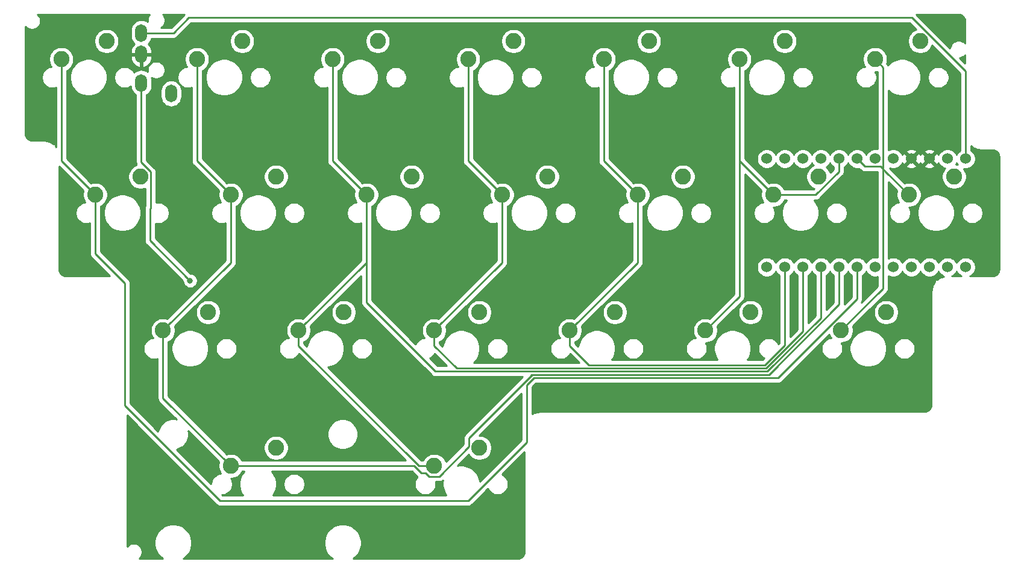
<source format=gtl>
G04 #@! TF.GenerationSoftware,KiCad,Pcbnew,(5.1.10-1-10_14)*
G04 #@! TF.CreationDate,2021-09-11T19:31:01+10:00*
G04 #@! TF.ProjectId,WTL-Split-Right,57544c2d-5370-46c6-9974-2d5269676874,rev?*
G04 #@! TF.SameCoordinates,Original*
G04 #@! TF.FileFunction,Copper,L1,Top*
G04 #@! TF.FilePolarity,Positive*
%FSLAX46Y46*%
G04 Gerber Fmt 4.6, Leading zero omitted, Abs format (unit mm)*
G04 Created by KiCad (PCBNEW (5.1.10-1-10_14)) date 2021-09-11 19:31:01*
%MOMM*%
%LPD*%
G01*
G04 APERTURE LIST*
G04 #@! TA.AperFunction,ComponentPad*
%ADD10O,1.700000X2.500000*%
G04 #@! TD*
G04 #@! TA.AperFunction,ComponentPad*
%ADD11C,2.250000*%
G04 #@! TD*
G04 #@! TA.AperFunction,ComponentPad*
%ADD12C,1.524000*%
G04 #@! TD*
G04 #@! TA.AperFunction,ViaPad*
%ADD13C,0.800000*%
G04 #@! TD*
G04 #@! TA.AperFunction,Conductor*
%ADD14C,0.250000*%
G04 #@! TD*
G04 #@! TA.AperFunction,Conductor*
%ADD15C,0.254000*%
G04 #@! TD*
G04 #@! TA.AperFunction,Conductor*
%ADD16C,0.100000*%
G04 #@! TD*
G04 #@! TA.AperFunction,NonConductor*
%ADD17C,0.254000*%
G04 #@! TD*
G04 #@! TA.AperFunction,NonConductor*
%ADD18C,0.100000*%
G04 #@! TD*
G04 APERTURE END LIST*
D10*
X70362500Y-45137500D03*
X66162500Y-43637500D03*
X66162500Y-39637500D03*
X66162500Y-36637500D03*
D11*
X85090000Y-94932500D03*
X78740000Y-97472500D03*
X113665000Y-94932500D03*
X107315000Y-97472500D03*
X170815000Y-75882500D03*
X164465000Y-78422500D03*
X151765000Y-75882500D03*
X145415000Y-78422500D03*
X132715000Y-75882500D03*
X126365000Y-78422500D03*
X113665000Y-75882500D03*
X107315000Y-78422500D03*
X94615000Y-75882500D03*
X88265000Y-78422500D03*
X75565000Y-75882500D03*
X69215000Y-78422500D03*
X180340000Y-56832500D03*
X173990000Y-59372500D03*
X161290000Y-56832500D03*
X154940000Y-59372500D03*
X142240000Y-56832500D03*
X135890000Y-59372500D03*
X123190000Y-56832500D03*
X116840000Y-59372500D03*
X104140000Y-56832500D03*
X97790000Y-59372500D03*
X85090000Y-56832500D03*
X78740000Y-59372500D03*
X66040000Y-56832500D03*
X59690000Y-59372500D03*
X175577500Y-37782500D03*
X169227500Y-40322500D03*
X156527500Y-37782500D03*
X150177500Y-40322500D03*
X137477500Y-37782500D03*
X131127500Y-40322500D03*
X118427500Y-37782500D03*
X112077500Y-40322500D03*
X99377500Y-37782500D03*
X93027500Y-40322500D03*
X80327500Y-37782500D03*
X73977500Y-40322500D03*
X61277500Y-37782500D03*
X54927500Y-40322500D03*
D12*
X181959250Y-69521100D03*
X179419250Y-69521100D03*
X176879250Y-69521100D03*
X174339250Y-69521100D03*
X171799250Y-69521100D03*
X169259250Y-69521100D03*
X166719250Y-69521100D03*
X164179250Y-69521100D03*
X161639250Y-69521100D03*
X159099250Y-69521100D03*
X156559250Y-69521100D03*
X154019250Y-69521100D03*
X154019250Y-54301100D03*
X156559250Y-54301100D03*
X159099250Y-54301100D03*
X161639250Y-54301100D03*
X164179250Y-54301100D03*
X166719250Y-54301100D03*
X169259250Y-54301100D03*
X171799250Y-54301100D03*
X174339250Y-54301100D03*
X176879250Y-54301100D03*
X179419250Y-54301100D03*
X181959250Y-54301100D03*
D13*
X73025000Y-71437500D03*
D14*
X66162500Y-43637500D02*
X66237510Y-43562490D01*
X67379999Y-65792499D02*
X73025000Y-71437500D01*
X66162500Y-54808998D02*
X67490001Y-56136499D01*
X67379999Y-61336499D02*
X67379999Y-65792499D01*
X66162500Y-43637500D02*
X66162500Y-54808998D01*
X67490001Y-61226497D02*
X67379999Y-61336499D01*
X67490001Y-56136499D02*
X67490001Y-61226497D01*
X181768750Y-54110600D02*
X181959250Y-54301100D01*
X66162500Y-36637500D02*
X66162500Y-35568498D01*
X174415992Y-34474990D02*
X181959250Y-42018248D01*
X72838600Y-34474990D02*
X174415992Y-34474990D01*
X181959250Y-42018248D02*
X181959250Y-54301100D01*
X70676090Y-36637500D02*
X72838600Y-34474990D01*
X66162500Y-36637500D02*
X70676090Y-36637500D01*
X54927500Y-54610000D02*
X59690000Y-59372500D01*
X54927500Y-40322500D02*
X54927500Y-54610000D01*
X166719250Y-74022248D02*
X166719250Y-69521100D01*
X155660060Y-85081438D02*
X166719250Y-74022248D01*
X121293562Y-85081438D02*
X155660060Y-85081438D01*
X120299990Y-94141508D02*
X120299990Y-86075010D01*
X77211129Y-102331401D02*
X112110097Y-102331401D01*
X112110097Y-102331401D02*
X120299990Y-94141508D01*
X63850010Y-88970282D02*
X77211129Y-102331401D01*
X63850010Y-71787510D02*
X63850010Y-88970282D01*
X120299990Y-86075010D02*
X121293562Y-85081438D01*
X59690000Y-67627500D02*
X63850010Y-71787510D01*
X59690000Y-59372500D02*
X59690000Y-67627500D01*
X73977500Y-54610000D02*
X78740000Y-59372500D01*
X73977500Y-40322500D02*
X73977500Y-54610000D01*
X69215000Y-87947500D02*
X78740000Y-97472500D01*
X69215000Y-78422500D02*
X69215000Y-87947500D01*
X78740000Y-68897500D02*
X69215000Y-78422500D01*
X78740000Y-59372500D02*
X78740000Y-68897500D01*
X164179250Y-74773482D02*
X164179250Y-69521100D01*
X154321303Y-84631429D02*
X164179250Y-74773482D01*
X121107160Y-84631430D02*
X122537320Y-84631430D01*
X112214999Y-93523591D02*
X121107160Y-84631430D01*
X108011001Y-98922501D02*
X112214999Y-94718503D01*
X106618999Y-98922501D02*
X108011001Y-98922501D01*
X106121498Y-98425000D02*
X106618999Y-98922501D01*
X78740000Y-97472500D02*
X104516616Y-97472500D01*
X120949820Y-84631430D02*
X122537320Y-84631430D01*
X112214999Y-94718503D02*
X112214999Y-93523591D01*
X105469116Y-98425000D02*
X106121498Y-98425000D01*
X104516616Y-97472500D02*
X105469116Y-98425000D01*
X122537320Y-84631430D02*
X154321303Y-84631429D01*
X93027500Y-54610000D02*
X97790000Y-59372500D01*
X93027500Y-40322500D02*
X93027500Y-54610000D01*
X97790000Y-68897500D02*
X88265000Y-78422500D01*
X105153026Y-97472500D02*
X107315000Y-97472500D01*
X88265000Y-80584474D02*
X105153026Y-97472500D01*
X88265000Y-78422500D02*
X88265000Y-80584474D01*
X161639250Y-76677072D02*
X154134902Y-84181420D01*
X161639250Y-69521100D02*
X161639250Y-76677072D01*
X97790000Y-74483502D02*
X97790000Y-68103750D01*
X107487918Y-84181420D02*
X97790000Y-74483502D01*
X154134902Y-84181420D02*
X107487918Y-84181420D01*
X97790000Y-68103750D02*
X97790000Y-68897500D01*
X97790000Y-59372500D02*
X97790000Y-68103750D01*
X112077500Y-54610000D02*
X116840000Y-59372500D01*
X112077500Y-40322500D02*
X112077500Y-54610000D01*
X116840000Y-68897500D02*
X107315000Y-78422500D01*
X116840000Y-59372500D02*
X116840000Y-68897500D01*
X159099250Y-78580662D02*
X159099250Y-69521100D01*
X153948502Y-83731410D02*
X159099250Y-78580662D01*
X110461936Y-83731410D02*
X153948502Y-83731410D01*
X107315000Y-80584474D02*
X110461936Y-83731410D01*
X107315000Y-78422500D02*
X107315000Y-80584474D01*
X131127500Y-54610000D02*
X135890000Y-59372500D01*
X131127500Y-40322500D02*
X131127500Y-54610000D01*
X135890000Y-68897500D02*
X126365000Y-78422500D01*
X135890000Y-59372500D02*
X135890000Y-68897500D01*
X156559250Y-80484252D02*
X156559250Y-69521100D01*
X153762101Y-83281401D02*
X156559250Y-80484252D01*
X129061927Y-83281401D02*
X153762101Y-83281401D01*
X126365000Y-80584474D02*
X129061927Y-83281401D01*
X126365000Y-78422500D02*
X126365000Y-80584474D01*
X150177500Y-73660000D02*
X145415000Y-78422500D01*
X150177500Y-40322500D02*
X150177500Y-54610000D01*
X150177500Y-54610000D02*
X154940000Y-59372500D01*
X150177500Y-54610000D02*
X150177500Y-73660000D01*
X164179250Y-56089252D02*
X164179250Y-54301100D01*
X160896002Y-59372500D02*
X164179250Y-56089252D01*
X154940000Y-59372500D02*
X160896002Y-59372500D01*
X170352499Y-72535001D02*
X164465000Y-78422500D01*
X169227500Y-40322500D02*
X170352499Y-41447499D01*
X170352499Y-55072501D02*
X170352499Y-55734999D01*
X170352499Y-55072501D02*
X170352499Y-72535001D01*
X170352499Y-41447499D02*
X170352499Y-55072501D01*
X167806251Y-55388101D02*
X170005601Y-55388101D01*
X166719250Y-54301100D02*
X167806251Y-55388101D01*
X170815000Y-56197500D02*
X173990000Y-59372500D01*
X170005601Y-55388101D02*
X170815000Y-56197500D01*
X170352499Y-55734999D02*
X170815000Y-56197500D01*
D15*
X67303213Y-34050233D02*
X67168057Y-34252508D01*
X67074960Y-34477264D01*
X67027500Y-34715863D01*
X67027500Y-34959137D01*
X67043472Y-35039435D01*
X66991514Y-34996794D01*
X66733534Y-34858901D01*
X66453611Y-34773987D01*
X66162500Y-34745315D01*
X65871390Y-34773987D01*
X65591467Y-34858901D01*
X65333487Y-34996794D01*
X65107366Y-35182366D01*
X64921794Y-35408486D01*
X64783901Y-35666466D01*
X64698987Y-35946389D01*
X64677500Y-36164550D01*
X64677500Y-37110449D01*
X64698987Y-37328610D01*
X64783901Y-37608533D01*
X64921794Y-37866513D01*
X65107366Y-38092634D01*
X65162795Y-38138124D01*
X64998324Y-38306881D01*
X64839139Y-38551882D01*
X64730810Y-38823231D01*
X64677500Y-39110500D01*
X64677500Y-39510500D01*
X66035500Y-39510500D01*
X66035500Y-39490500D01*
X66289500Y-39490500D01*
X66289500Y-39510500D01*
X67647500Y-39510500D01*
X67647500Y-39110500D01*
X67594190Y-38823231D01*
X67485861Y-38551882D01*
X67326676Y-38306881D01*
X67162205Y-38138124D01*
X67217634Y-38092634D01*
X67403206Y-37866514D01*
X67540767Y-37609155D01*
X78567500Y-37609155D01*
X78567500Y-37955845D01*
X78635136Y-38295873D01*
X78767808Y-38616173D01*
X78960419Y-38904435D01*
X79205565Y-39149581D01*
X79493827Y-39342192D01*
X79814127Y-39474864D01*
X80154155Y-39542500D01*
X80500845Y-39542500D01*
X80840873Y-39474864D01*
X81161173Y-39342192D01*
X81449435Y-39149581D01*
X81694581Y-38904435D01*
X81887192Y-38616173D01*
X82019864Y-38295873D01*
X82087500Y-37955845D01*
X82087500Y-37609155D01*
X97617500Y-37609155D01*
X97617500Y-37955845D01*
X97685136Y-38295873D01*
X97817808Y-38616173D01*
X98010419Y-38904435D01*
X98255565Y-39149581D01*
X98543827Y-39342192D01*
X98864127Y-39474864D01*
X99204155Y-39542500D01*
X99550845Y-39542500D01*
X99890873Y-39474864D01*
X100211173Y-39342192D01*
X100499435Y-39149581D01*
X100744581Y-38904435D01*
X100937192Y-38616173D01*
X101069864Y-38295873D01*
X101137500Y-37955845D01*
X101137500Y-37609155D01*
X116667500Y-37609155D01*
X116667500Y-37955845D01*
X116735136Y-38295873D01*
X116867808Y-38616173D01*
X117060419Y-38904435D01*
X117305565Y-39149581D01*
X117593827Y-39342192D01*
X117914127Y-39474864D01*
X118254155Y-39542500D01*
X118600845Y-39542500D01*
X118940873Y-39474864D01*
X119261173Y-39342192D01*
X119549435Y-39149581D01*
X119794581Y-38904435D01*
X119987192Y-38616173D01*
X120119864Y-38295873D01*
X120187500Y-37955845D01*
X120187500Y-37609155D01*
X135717500Y-37609155D01*
X135717500Y-37955845D01*
X135785136Y-38295873D01*
X135917808Y-38616173D01*
X136110419Y-38904435D01*
X136355565Y-39149581D01*
X136643827Y-39342192D01*
X136964127Y-39474864D01*
X137304155Y-39542500D01*
X137650845Y-39542500D01*
X137990873Y-39474864D01*
X138311173Y-39342192D01*
X138599435Y-39149581D01*
X138844581Y-38904435D01*
X139037192Y-38616173D01*
X139169864Y-38295873D01*
X139237500Y-37955845D01*
X139237500Y-37609155D01*
X154767500Y-37609155D01*
X154767500Y-37955845D01*
X154835136Y-38295873D01*
X154967808Y-38616173D01*
X155160419Y-38904435D01*
X155405565Y-39149581D01*
X155693827Y-39342192D01*
X156014127Y-39474864D01*
X156354155Y-39542500D01*
X156700845Y-39542500D01*
X157040873Y-39474864D01*
X157361173Y-39342192D01*
X157649435Y-39149581D01*
X157894581Y-38904435D01*
X158087192Y-38616173D01*
X158219864Y-38295873D01*
X158287500Y-37955845D01*
X158287500Y-37609155D01*
X158219864Y-37269127D01*
X158087192Y-36948827D01*
X157894581Y-36660565D01*
X157649435Y-36415419D01*
X157361173Y-36222808D01*
X157040873Y-36090136D01*
X156700845Y-36022500D01*
X156354155Y-36022500D01*
X156014127Y-36090136D01*
X155693827Y-36222808D01*
X155405565Y-36415419D01*
X155160419Y-36660565D01*
X154967808Y-36948827D01*
X154835136Y-37269127D01*
X154767500Y-37609155D01*
X139237500Y-37609155D01*
X139169864Y-37269127D01*
X139037192Y-36948827D01*
X138844581Y-36660565D01*
X138599435Y-36415419D01*
X138311173Y-36222808D01*
X137990873Y-36090136D01*
X137650845Y-36022500D01*
X137304155Y-36022500D01*
X136964127Y-36090136D01*
X136643827Y-36222808D01*
X136355565Y-36415419D01*
X136110419Y-36660565D01*
X135917808Y-36948827D01*
X135785136Y-37269127D01*
X135717500Y-37609155D01*
X120187500Y-37609155D01*
X120119864Y-37269127D01*
X119987192Y-36948827D01*
X119794581Y-36660565D01*
X119549435Y-36415419D01*
X119261173Y-36222808D01*
X118940873Y-36090136D01*
X118600845Y-36022500D01*
X118254155Y-36022500D01*
X117914127Y-36090136D01*
X117593827Y-36222808D01*
X117305565Y-36415419D01*
X117060419Y-36660565D01*
X116867808Y-36948827D01*
X116735136Y-37269127D01*
X116667500Y-37609155D01*
X101137500Y-37609155D01*
X101069864Y-37269127D01*
X100937192Y-36948827D01*
X100744581Y-36660565D01*
X100499435Y-36415419D01*
X100211173Y-36222808D01*
X99890873Y-36090136D01*
X99550845Y-36022500D01*
X99204155Y-36022500D01*
X98864127Y-36090136D01*
X98543827Y-36222808D01*
X98255565Y-36415419D01*
X98010419Y-36660565D01*
X97817808Y-36948827D01*
X97685136Y-37269127D01*
X97617500Y-37609155D01*
X82087500Y-37609155D01*
X82019864Y-37269127D01*
X81887192Y-36948827D01*
X81694581Y-36660565D01*
X81449435Y-36415419D01*
X81161173Y-36222808D01*
X80840873Y-36090136D01*
X80500845Y-36022500D01*
X80154155Y-36022500D01*
X79814127Y-36090136D01*
X79493827Y-36222808D01*
X79205565Y-36415419D01*
X78960419Y-36660565D01*
X78767808Y-36948827D01*
X78635136Y-37269127D01*
X78567500Y-37609155D01*
X67540767Y-37609155D01*
X67541099Y-37608534D01*
X67605116Y-37397500D01*
X70638768Y-37397500D01*
X70676090Y-37401176D01*
X70713412Y-37397500D01*
X70713423Y-37397500D01*
X70825076Y-37386503D01*
X70968337Y-37343046D01*
X71100366Y-37272474D01*
X71216091Y-37177501D01*
X71239894Y-37148497D01*
X73153402Y-35234990D01*
X174101191Y-35234990D01*
X174987908Y-36121707D01*
X174743827Y-36222808D01*
X174455565Y-36415419D01*
X174210419Y-36660565D01*
X174017808Y-36948827D01*
X173885136Y-37269127D01*
X173817500Y-37609155D01*
X173817500Y-37955845D01*
X173885136Y-38295873D01*
X174017808Y-38616173D01*
X174210419Y-38904435D01*
X174455565Y-39149581D01*
X174743827Y-39342192D01*
X175064127Y-39474864D01*
X175404155Y-39542500D01*
X175750845Y-39542500D01*
X176090873Y-39474864D01*
X176411173Y-39342192D01*
X176699435Y-39149581D01*
X176944581Y-38904435D01*
X177137192Y-38616173D01*
X177238293Y-38372092D01*
X181199250Y-42333050D01*
X181199251Y-53128758D01*
X181068715Y-53215980D01*
X180874130Y-53410565D01*
X180721245Y-53639373D01*
X180689250Y-53716615D01*
X180657255Y-53639373D01*
X180504370Y-53410565D01*
X180309785Y-53215980D01*
X180080977Y-53063095D01*
X179826740Y-52957786D01*
X179556842Y-52904100D01*
X179281658Y-52904100D01*
X179011760Y-52957786D01*
X178757523Y-53063095D01*
X178528715Y-53215980D01*
X178334130Y-53410565D01*
X178181245Y-53639373D01*
X178151558Y-53711043D01*
X178146886Y-53698077D01*
X178084906Y-53582120D01*
X177844815Y-53515140D01*
X177058855Y-54301100D01*
X177844815Y-55087060D01*
X178084906Y-55020080D01*
X178148735Y-54884340D01*
X178181245Y-54962827D01*
X178334130Y-55191635D01*
X178528715Y-55386220D01*
X178757523Y-55539105D01*
X179011760Y-55644414D01*
X179034539Y-55648945D01*
X178972919Y-55710565D01*
X178780308Y-55998827D01*
X178647636Y-56319127D01*
X178580000Y-56659155D01*
X178580000Y-57005845D01*
X178647636Y-57345873D01*
X178780308Y-57666173D01*
X178972919Y-57954435D01*
X179218065Y-58199581D01*
X179506327Y-58392192D01*
X179826627Y-58524864D01*
X180166655Y-58592500D01*
X180513345Y-58592500D01*
X180853373Y-58524864D01*
X181173673Y-58392192D01*
X181461935Y-58199581D01*
X181707081Y-57954435D01*
X181899692Y-57666173D01*
X182032364Y-57345873D01*
X182100000Y-57005845D01*
X182100000Y-56659155D01*
X182032364Y-56319127D01*
X181899692Y-55998827D01*
X181707081Y-55710565D01*
X181663071Y-55666555D01*
X181821658Y-55698100D01*
X182096842Y-55698100D01*
X182366740Y-55644414D01*
X182620977Y-55539105D01*
X182849785Y-55386220D01*
X183044370Y-55191635D01*
X183197255Y-54962827D01*
X183302564Y-54708590D01*
X183356250Y-54438692D01*
X183356250Y-54163508D01*
X183302564Y-53893610D01*
X183197255Y-53639373D01*
X183044370Y-53410565D01*
X182849785Y-53215980D01*
X182719250Y-53128759D01*
X182719250Y-52523540D01*
X182854353Y-52633726D01*
X182904161Y-52666818D01*
X182953533Y-52700624D01*
X182961639Y-52705007D01*
X183235199Y-52850462D01*
X183290517Y-52873262D01*
X183345488Y-52896823D01*
X183354291Y-52899548D01*
X183650892Y-52989097D01*
X183709580Y-53000717D01*
X183768083Y-53013153D01*
X183777248Y-53014116D01*
X184085595Y-53044350D01*
X184085598Y-53044350D01*
X184117581Y-53047500D01*
X185705221Y-53047500D01*
X185917038Y-53068269D01*
X186089737Y-53120410D01*
X186249018Y-53205102D01*
X186388819Y-53319119D01*
X186503808Y-53458117D01*
X186578568Y-53596384D01*
X183162232Y-60429057D01*
X183028722Y-60402500D01*
X182731278Y-60402500D01*
X182439549Y-60460529D01*
X182164747Y-60574356D01*
X181917431Y-60739607D01*
X181707107Y-60949931D01*
X181541856Y-61197247D01*
X181428029Y-61472049D01*
X181370000Y-61763778D01*
X181370000Y-62061222D01*
X181428029Y-62352951D01*
X181541856Y-62627753D01*
X181707107Y-62875069D01*
X181861853Y-63029815D01*
X179314710Y-68124100D01*
X179281658Y-68124100D01*
X179011760Y-68177786D01*
X178757523Y-68283095D01*
X178528715Y-68435980D01*
X178334130Y-68630565D01*
X178181245Y-68859373D01*
X178149250Y-68936615D01*
X178117255Y-68859373D01*
X177964370Y-68630565D01*
X177769785Y-68435980D01*
X177540977Y-68283095D01*
X177286740Y-68177786D01*
X177016842Y-68124100D01*
X176741658Y-68124100D01*
X176471760Y-68177786D01*
X176217523Y-68283095D01*
X175988715Y-68435980D01*
X175794130Y-68630565D01*
X175641245Y-68859373D01*
X175609250Y-68936615D01*
X175577255Y-68859373D01*
X175424370Y-68630565D01*
X175229785Y-68435980D01*
X175000977Y-68283095D01*
X174746740Y-68177786D01*
X174476842Y-68124100D01*
X174201658Y-68124100D01*
X173931760Y-68177786D01*
X173677523Y-68283095D01*
X173448715Y-68435980D01*
X173254130Y-68630565D01*
X173101245Y-68859373D01*
X173069250Y-68936615D01*
X173037255Y-68859373D01*
X172884370Y-68630565D01*
X172689785Y-68435980D01*
X172460977Y-68283095D01*
X172206740Y-68177786D01*
X171936842Y-68124100D01*
X171661658Y-68124100D01*
X171391760Y-68177786D01*
X171137523Y-68283095D01*
X171112499Y-68299816D01*
X171112499Y-57569800D01*
X172328152Y-58785454D01*
X172297636Y-58859127D01*
X172230000Y-59199155D01*
X172230000Y-59545845D01*
X172297636Y-59885873D01*
X172430308Y-60206173D01*
X172562638Y-60404219D01*
X172279549Y-60460529D01*
X172004747Y-60574356D01*
X171757431Y-60739607D01*
X171547107Y-60949931D01*
X171381856Y-61197247D01*
X171268029Y-61472049D01*
X171210000Y-61763778D01*
X171210000Y-62061222D01*
X171268029Y-62352951D01*
X171381856Y-62627753D01*
X171547107Y-62875069D01*
X171757431Y-63085393D01*
X172004747Y-63250644D01*
X172279549Y-63364471D01*
X172571278Y-63422500D01*
X172868722Y-63422500D01*
X173160451Y-63364471D01*
X173435253Y-63250644D01*
X173682569Y-63085393D01*
X173892893Y-62875069D01*
X174058144Y-62627753D01*
X174171971Y-62352951D01*
X174230000Y-62061222D01*
X174230000Y-61763778D01*
X174208080Y-61653576D01*
X175171100Y-61653576D01*
X175171100Y-62171424D01*
X175272127Y-62679322D01*
X175470299Y-63157751D01*
X175758000Y-63588326D01*
X176124174Y-63954500D01*
X176554749Y-64242201D01*
X177033178Y-64440373D01*
X177541076Y-64541400D01*
X178058924Y-64541400D01*
X178566822Y-64440373D01*
X179045251Y-64242201D01*
X179475826Y-63954500D01*
X179842000Y-63588326D01*
X180129701Y-63157751D01*
X180327873Y-62679322D01*
X180428900Y-62171424D01*
X180428900Y-61653576D01*
X180327873Y-61145678D01*
X180129701Y-60667249D01*
X179842000Y-60236674D01*
X179475826Y-59870500D01*
X179045251Y-59582799D01*
X178566822Y-59384627D01*
X178058924Y-59283600D01*
X177541076Y-59283600D01*
X177033178Y-59384627D01*
X176554749Y-59582799D01*
X176124174Y-59870500D01*
X175758000Y-60236674D01*
X175470299Y-60667249D01*
X175272127Y-61145678D01*
X175171100Y-61653576D01*
X174208080Y-61653576D01*
X174171971Y-61472049D01*
X174058144Y-61197247D01*
X174014882Y-61132500D01*
X174163345Y-61132500D01*
X174503373Y-61064864D01*
X174823673Y-60932192D01*
X175111935Y-60739581D01*
X175357081Y-60494435D01*
X175549692Y-60206173D01*
X175682364Y-59885873D01*
X175750000Y-59545845D01*
X175750000Y-59199155D01*
X175682364Y-58859127D01*
X175549692Y-58538827D01*
X175357081Y-58250565D01*
X175111935Y-58005419D01*
X174823673Y-57812808D01*
X174503373Y-57680136D01*
X174163345Y-57612500D01*
X173816655Y-57612500D01*
X173476627Y-57680136D01*
X173402954Y-57710652D01*
X171378799Y-55686497D01*
X171297793Y-55605492D01*
X171391760Y-55644414D01*
X171661658Y-55698100D01*
X171936842Y-55698100D01*
X172206740Y-55644414D01*
X172460977Y-55539105D01*
X172689785Y-55386220D01*
X172809340Y-55266665D01*
X173553290Y-55266665D01*
X173620270Y-55506756D01*
X173869298Y-55623856D01*
X174136385Y-55690123D01*
X174411267Y-55703010D01*
X174683383Y-55662022D01*
X174942273Y-55568736D01*
X175058230Y-55506756D01*
X175125210Y-55266665D01*
X176093290Y-55266665D01*
X176160270Y-55506756D01*
X176409298Y-55623856D01*
X176676385Y-55690123D01*
X176951267Y-55703010D01*
X177223383Y-55662022D01*
X177482273Y-55568736D01*
X177598230Y-55506756D01*
X177665210Y-55266665D01*
X176879250Y-54480705D01*
X176093290Y-55266665D01*
X175125210Y-55266665D01*
X174339250Y-54480705D01*
X173553290Y-55266665D01*
X172809340Y-55266665D01*
X172884370Y-55191635D01*
X173037255Y-54962827D01*
X173066942Y-54891157D01*
X173071614Y-54904123D01*
X173133594Y-55020080D01*
X173373685Y-55087060D01*
X174159645Y-54301100D01*
X174518855Y-54301100D01*
X175304815Y-55087060D01*
X175544906Y-55020080D01*
X175606329Y-54889456D01*
X175611614Y-54904123D01*
X175673594Y-55020080D01*
X175913685Y-55087060D01*
X176699645Y-54301100D01*
X175913685Y-53515140D01*
X175673594Y-53582120D01*
X175612171Y-53712744D01*
X175606886Y-53698077D01*
X175544906Y-53582120D01*
X175304815Y-53515140D01*
X174518855Y-54301100D01*
X174159645Y-54301100D01*
X173373685Y-53515140D01*
X173133594Y-53582120D01*
X173069765Y-53717860D01*
X173037255Y-53639373D01*
X172884370Y-53410565D01*
X172809340Y-53335535D01*
X173553290Y-53335535D01*
X174339250Y-54121495D01*
X175125210Y-53335535D01*
X176093290Y-53335535D01*
X176879250Y-54121495D01*
X177665210Y-53335535D01*
X177598230Y-53095444D01*
X177349202Y-52978344D01*
X177082115Y-52912077D01*
X176807233Y-52899190D01*
X176535117Y-52940178D01*
X176276227Y-53033464D01*
X176160270Y-53095444D01*
X176093290Y-53335535D01*
X175125210Y-53335535D01*
X175058230Y-53095444D01*
X174809202Y-52978344D01*
X174542115Y-52912077D01*
X174267233Y-52899190D01*
X173995117Y-52940178D01*
X173736227Y-53033464D01*
X173620270Y-53095444D01*
X173553290Y-53335535D01*
X172809340Y-53335535D01*
X172689785Y-53215980D01*
X172460977Y-53063095D01*
X172206740Y-52957786D01*
X171936842Y-52904100D01*
X171661658Y-52904100D01*
X171391760Y-52957786D01*
X171137523Y-53063095D01*
X171112499Y-53079816D01*
X171112499Y-44655325D01*
X171361674Y-44904500D01*
X171792249Y-45192201D01*
X172270678Y-45390373D01*
X172778576Y-45491400D01*
X173296424Y-45491400D01*
X173804322Y-45390373D01*
X174282751Y-45192201D01*
X174713326Y-44904500D01*
X175079500Y-44538326D01*
X175367201Y-44107751D01*
X175565373Y-43629322D01*
X175666400Y-43121424D01*
X175666400Y-42713778D01*
X176607500Y-42713778D01*
X176607500Y-43011222D01*
X176665529Y-43302951D01*
X176779356Y-43577753D01*
X176944607Y-43825069D01*
X177154931Y-44035393D01*
X177402247Y-44200644D01*
X177677049Y-44314471D01*
X177968778Y-44372500D01*
X178266222Y-44372500D01*
X178557951Y-44314471D01*
X178832753Y-44200644D01*
X179080069Y-44035393D01*
X179290393Y-43825069D01*
X179455644Y-43577753D01*
X179569471Y-43302951D01*
X179627500Y-43011222D01*
X179627500Y-42713778D01*
X179569471Y-42422049D01*
X179455644Y-42147247D01*
X179290393Y-41899931D01*
X179080069Y-41689607D01*
X178832753Y-41524356D01*
X178557951Y-41410529D01*
X178266222Y-41352500D01*
X177968778Y-41352500D01*
X177677049Y-41410529D01*
X177402247Y-41524356D01*
X177154931Y-41689607D01*
X176944607Y-41899931D01*
X176779356Y-42147247D01*
X176665529Y-42422049D01*
X176607500Y-42713778D01*
X175666400Y-42713778D01*
X175666400Y-42603576D01*
X175565373Y-42095678D01*
X175367201Y-41617249D01*
X175079500Y-41186674D01*
X174713326Y-40820500D01*
X174282751Y-40532799D01*
X173804322Y-40334627D01*
X173296424Y-40233600D01*
X172778576Y-40233600D01*
X172270678Y-40334627D01*
X171792249Y-40532799D01*
X171361674Y-40820500D01*
X171047204Y-41134970D01*
X170987473Y-41023223D01*
X170892500Y-40907498D01*
X170890781Y-40906087D01*
X170919864Y-40835873D01*
X170987500Y-40495845D01*
X170987500Y-40149155D01*
X170919864Y-39809127D01*
X170787192Y-39488827D01*
X170594581Y-39200565D01*
X170349435Y-38955419D01*
X170061173Y-38762808D01*
X169740873Y-38630136D01*
X169400845Y-38562500D01*
X169054155Y-38562500D01*
X168714127Y-38630136D01*
X168393827Y-38762808D01*
X168105565Y-38955419D01*
X167860419Y-39200565D01*
X167667808Y-39488827D01*
X167535136Y-39809127D01*
X167467500Y-40149155D01*
X167467500Y-40495845D01*
X167535136Y-40835873D01*
X167667808Y-41156173D01*
X167800138Y-41354219D01*
X167517049Y-41410529D01*
X167242247Y-41524356D01*
X166994931Y-41689607D01*
X166784607Y-41899931D01*
X166619356Y-42147247D01*
X166505529Y-42422049D01*
X166447500Y-42713778D01*
X166447500Y-43011222D01*
X166505529Y-43302951D01*
X166619356Y-43577753D01*
X166784607Y-43825069D01*
X166994931Y-44035393D01*
X167242247Y-44200644D01*
X167517049Y-44314471D01*
X167808778Y-44372500D01*
X168106222Y-44372500D01*
X168397951Y-44314471D01*
X168672753Y-44200644D01*
X168920069Y-44035393D01*
X169130393Y-43825069D01*
X169295644Y-43577753D01*
X169409471Y-43302951D01*
X169467500Y-43011222D01*
X169467500Y-42713778D01*
X169409471Y-42422049D01*
X169295644Y-42147247D01*
X169252382Y-42082500D01*
X169400845Y-42082500D01*
X169592499Y-42044378D01*
X169592500Y-52943019D01*
X169396842Y-52904100D01*
X169121658Y-52904100D01*
X168851760Y-52957786D01*
X168597523Y-53063095D01*
X168368715Y-53215980D01*
X168174130Y-53410565D01*
X168021245Y-53639373D01*
X167989250Y-53716615D01*
X167957255Y-53639373D01*
X167804370Y-53410565D01*
X167609785Y-53215980D01*
X167380977Y-53063095D01*
X167126740Y-52957786D01*
X166856842Y-52904100D01*
X166581658Y-52904100D01*
X166311760Y-52957786D01*
X166057523Y-53063095D01*
X165828715Y-53215980D01*
X165634130Y-53410565D01*
X165481245Y-53639373D01*
X165449250Y-53716615D01*
X165417255Y-53639373D01*
X165264370Y-53410565D01*
X165069785Y-53215980D01*
X164840977Y-53063095D01*
X164586740Y-52957786D01*
X164316842Y-52904100D01*
X164041658Y-52904100D01*
X163771760Y-52957786D01*
X163517523Y-53063095D01*
X163288715Y-53215980D01*
X163094130Y-53410565D01*
X162941245Y-53639373D01*
X162909250Y-53716615D01*
X162877255Y-53639373D01*
X162724370Y-53410565D01*
X162529785Y-53215980D01*
X162300977Y-53063095D01*
X162046740Y-52957786D01*
X161776842Y-52904100D01*
X161501658Y-52904100D01*
X161231760Y-52957786D01*
X160977523Y-53063095D01*
X160748715Y-53215980D01*
X160554130Y-53410565D01*
X160401245Y-53639373D01*
X160369250Y-53716615D01*
X160337255Y-53639373D01*
X160184370Y-53410565D01*
X159989785Y-53215980D01*
X159760977Y-53063095D01*
X159506740Y-52957786D01*
X159236842Y-52904100D01*
X158961658Y-52904100D01*
X158691760Y-52957786D01*
X158437523Y-53063095D01*
X158208715Y-53215980D01*
X158014130Y-53410565D01*
X157861245Y-53639373D01*
X157829250Y-53716615D01*
X157797255Y-53639373D01*
X157644370Y-53410565D01*
X157449785Y-53215980D01*
X157220977Y-53063095D01*
X156966740Y-52957786D01*
X156696842Y-52904100D01*
X156421658Y-52904100D01*
X156151760Y-52957786D01*
X155897523Y-53063095D01*
X155668715Y-53215980D01*
X155474130Y-53410565D01*
X155321245Y-53639373D01*
X155289250Y-53716615D01*
X155257255Y-53639373D01*
X155104370Y-53410565D01*
X154909785Y-53215980D01*
X154680977Y-53063095D01*
X154426740Y-52957786D01*
X154156842Y-52904100D01*
X153881658Y-52904100D01*
X153611760Y-52957786D01*
X153357523Y-53063095D01*
X153128715Y-53215980D01*
X152934130Y-53410565D01*
X152781245Y-53639373D01*
X152675936Y-53893610D01*
X152622250Y-54163508D01*
X152622250Y-54438692D01*
X152675936Y-54708590D01*
X152781245Y-54962827D01*
X152934130Y-55191635D01*
X153128715Y-55386220D01*
X153357523Y-55539105D01*
X153611760Y-55644414D01*
X153881658Y-55698100D01*
X154156842Y-55698100D01*
X154426740Y-55644414D01*
X154680977Y-55539105D01*
X154909785Y-55386220D01*
X155104370Y-55191635D01*
X155257255Y-54962827D01*
X155289250Y-54885585D01*
X155321245Y-54962827D01*
X155474130Y-55191635D01*
X155668715Y-55386220D01*
X155897523Y-55539105D01*
X156151760Y-55644414D01*
X156421658Y-55698100D01*
X156696842Y-55698100D01*
X156966740Y-55644414D01*
X157220977Y-55539105D01*
X157449785Y-55386220D01*
X157644370Y-55191635D01*
X157797255Y-54962827D01*
X157829250Y-54885585D01*
X157861245Y-54962827D01*
X158014130Y-55191635D01*
X158208715Y-55386220D01*
X158437523Y-55539105D01*
X158691760Y-55644414D01*
X158961658Y-55698100D01*
X159236842Y-55698100D01*
X159506740Y-55644414D01*
X159760977Y-55539105D01*
X159989785Y-55386220D01*
X160184370Y-55191635D01*
X160337255Y-54962827D01*
X160369250Y-54885585D01*
X160401245Y-54962827D01*
X160554130Y-55191635D01*
X160582882Y-55220387D01*
X160456327Y-55272808D01*
X160168065Y-55465419D01*
X159922919Y-55710565D01*
X159730308Y-55998827D01*
X159597636Y-56319127D01*
X159530000Y-56659155D01*
X159530000Y-57005845D01*
X159597636Y-57345873D01*
X159730308Y-57666173D01*
X159922919Y-57954435D01*
X160168065Y-58199581D01*
X160456327Y-58392192D01*
X160700408Y-58493293D01*
X160581201Y-58612500D01*
X156530208Y-58612500D01*
X156499692Y-58538827D01*
X156307081Y-58250565D01*
X156061935Y-58005419D01*
X155773673Y-57812808D01*
X155453373Y-57680136D01*
X155113345Y-57612500D01*
X154766655Y-57612500D01*
X154426627Y-57680136D01*
X154352954Y-57710652D01*
X150937500Y-54295199D01*
X150937500Y-42603576D01*
X151358600Y-42603576D01*
X151358600Y-43121424D01*
X151459627Y-43629322D01*
X151657799Y-44107751D01*
X151945500Y-44538326D01*
X152311674Y-44904500D01*
X152742249Y-45192201D01*
X153220678Y-45390373D01*
X153728576Y-45491400D01*
X154246424Y-45491400D01*
X154754322Y-45390373D01*
X155232751Y-45192201D01*
X155663326Y-44904500D01*
X156029500Y-44538326D01*
X156317201Y-44107751D01*
X156515373Y-43629322D01*
X156616400Y-43121424D01*
X156616400Y-42713778D01*
X157557500Y-42713778D01*
X157557500Y-43011222D01*
X157615529Y-43302951D01*
X157729356Y-43577753D01*
X157894607Y-43825069D01*
X158104931Y-44035393D01*
X158352247Y-44200644D01*
X158627049Y-44314471D01*
X158918778Y-44372500D01*
X159216222Y-44372500D01*
X159507951Y-44314471D01*
X159782753Y-44200644D01*
X160030069Y-44035393D01*
X160240393Y-43825069D01*
X160405644Y-43577753D01*
X160519471Y-43302951D01*
X160577500Y-43011222D01*
X160577500Y-42713778D01*
X160519471Y-42422049D01*
X160405644Y-42147247D01*
X160240393Y-41899931D01*
X160030069Y-41689607D01*
X159782753Y-41524356D01*
X159507951Y-41410529D01*
X159216222Y-41352500D01*
X158918778Y-41352500D01*
X158627049Y-41410529D01*
X158352247Y-41524356D01*
X158104931Y-41689607D01*
X157894607Y-41899931D01*
X157729356Y-42147247D01*
X157615529Y-42422049D01*
X157557500Y-42713778D01*
X156616400Y-42713778D01*
X156616400Y-42603576D01*
X156515373Y-42095678D01*
X156317201Y-41617249D01*
X156029500Y-41186674D01*
X155663326Y-40820500D01*
X155232751Y-40532799D01*
X154754322Y-40334627D01*
X154246424Y-40233600D01*
X153728576Y-40233600D01*
X153220678Y-40334627D01*
X152742249Y-40532799D01*
X152311674Y-40820500D01*
X151945500Y-41186674D01*
X151657799Y-41617249D01*
X151459627Y-42095678D01*
X151358600Y-42603576D01*
X150937500Y-42603576D01*
X150937500Y-41912708D01*
X151011173Y-41882192D01*
X151299435Y-41689581D01*
X151544581Y-41444435D01*
X151737192Y-41156173D01*
X151869864Y-40835873D01*
X151937500Y-40495845D01*
X151937500Y-40149155D01*
X151869864Y-39809127D01*
X151737192Y-39488827D01*
X151544581Y-39200565D01*
X151299435Y-38955419D01*
X151011173Y-38762808D01*
X150690873Y-38630136D01*
X150350845Y-38562500D01*
X150004155Y-38562500D01*
X149664127Y-38630136D01*
X149343827Y-38762808D01*
X149055565Y-38955419D01*
X148810419Y-39200565D01*
X148617808Y-39488827D01*
X148485136Y-39809127D01*
X148417500Y-40149155D01*
X148417500Y-40495845D01*
X148485136Y-40835873D01*
X148617808Y-41156173D01*
X148750138Y-41354219D01*
X148467049Y-41410529D01*
X148192247Y-41524356D01*
X147944931Y-41689607D01*
X147734607Y-41899931D01*
X147569356Y-42147247D01*
X147455529Y-42422049D01*
X147397500Y-42713778D01*
X147397500Y-43011222D01*
X147455529Y-43302951D01*
X147569356Y-43577753D01*
X147734607Y-43825069D01*
X147944931Y-44035393D01*
X148192247Y-44200644D01*
X148467049Y-44314471D01*
X148758778Y-44372500D01*
X149056222Y-44372500D01*
X149347951Y-44314471D01*
X149417500Y-44285663D01*
X149417501Y-54572658D01*
X149417500Y-54572668D01*
X149417500Y-54572678D01*
X149413824Y-54610000D01*
X149417500Y-54647322D01*
X149417501Y-73345197D01*
X146002046Y-76760652D01*
X145928373Y-76730136D01*
X145588345Y-76662500D01*
X145241655Y-76662500D01*
X144901627Y-76730136D01*
X144581327Y-76862808D01*
X144293065Y-77055419D01*
X144047919Y-77300565D01*
X143855308Y-77588827D01*
X143722636Y-77909127D01*
X143655000Y-78249155D01*
X143655000Y-78595845D01*
X143722636Y-78935873D01*
X143855308Y-79256173D01*
X143987638Y-79454219D01*
X143704549Y-79510529D01*
X143429747Y-79624356D01*
X143182431Y-79789607D01*
X142972107Y-79999931D01*
X142806856Y-80247247D01*
X142693029Y-80522049D01*
X142635000Y-80813778D01*
X142635000Y-81111222D01*
X142693029Y-81402951D01*
X142806856Y-81677753D01*
X142972107Y-81925069D01*
X143182431Y-82135393D01*
X143429747Y-82300644D01*
X143704549Y-82414471D01*
X143996278Y-82472500D01*
X144293722Y-82472500D01*
X144585451Y-82414471D01*
X144860253Y-82300644D01*
X145107569Y-82135393D01*
X145317893Y-81925069D01*
X145483144Y-81677753D01*
X145596971Y-81402951D01*
X145655000Y-81111222D01*
X145655000Y-80813778D01*
X145596971Y-80522049D01*
X145483144Y-80247247D01*
X145439882Y-80182500D01*
X145588345Y-80182500D01*
X145928373Y-80114864D01*
X146248673Y-79982192D01*
X146536935Y-79789581D01*
X146782081Y-79544435D01*
X146974692Y-79256173D01*
X147107364Y-78935873D01*
X147175000Y-78595845D01*
X147175000Y-78249155D01*
X147107364Y-77909127D01*
X147076848Y-77835454D01*
X149203147Y-75709155D01*
X150005000Y-75709155D01*
X150005000Y-76055845D01*
X150072636Y-76395873D01*
X150205308Y-76716173D01*
X150397919Y-77004435D01*
X150643065Y-77249581D01*
X150931327Y-77442192D01*
X151251627Y-77574864D01*
X151591655Y-77642500D01*
X151938345Y-77642500D01*
X152278373Y-77574864D01*
X152598673Y-77442192D01*
X152886935Y-77249581D01*
X153132081Y-77004435D01*
X153324692Y-76716173D01*
X153457364Y-76395873D01*
X153525000Y-76055845D01*
X153525000Y-75709155D01*
X153457364Y-75369127D01*
X153324692Y-75048827D01*
X153132081Y-74760565D01*
X152886935Y-74515419D01*
X152598673Y-74322808D01*
X152278373Y-74190136D01*
X151938345Y-74122500D01*
X151591655Y-74122500D01*
X151251627Y-74190136D01*
X150931327Y-74322808D01*
X150643065Y-74515419D01*
X150397919Y-74760565D01*
X150205308Y-75048827D01*
X150072636Y-75369127D01*
X150005000Y-75709155D01*
X149203147Y-75709155D01*
X150688503Y-74223799D01*
X150717501Y-74200001D01*
X150767966Y-74138509D01*
X150812474Y-74084277D01*
X150883046Y-73952247D01*
X150914508Y-73848528D01*
X150926503Y-73808986D01*
X150937500Y-73697333D01*
X150937500Y-73697324D01*
X150941176Y-73660001D01*
X150937500Y-73622678D01*
X150937500Y-56444801D01*
X153278152Y-58785454D01*
X153247636Y-58859127D01*
X153180000Y-59199155D01*
X153180000Y-59545845D01*
X153247636Y-59885873D01*
X153380308Y-60206173D01*
X153512638Y-60404219D01*
X153229549Y-60460529D01*
X152954747Y-60574356D01*
X152707431Y-60739607D01*
X152497107Y-60949931D01*
X152331856Y-61197247D01*
X152218029Y-61472049D01*
X152160000Y-61763778D01*
X152160000Y-62061222D01*
X152218029Y-62352951D01*
X152331856Y-62627753D01*
X152497107Y-62875069D01*
X152707431Y-63085393D01*
X152954747Y-63250644D01*
X153229549Y-63364471D01*
X153521278Y-63422500D01*
X153818722Y-63422500D01*
X154110451Y-63364471D01*
X154385253Y-63250644D01*
X154632569Y-63085393D01*
X154842893Y-62875069D01*
X155008144Y-62627753D01*
X155121971Y-62352951D01*
X155180000Y-62061222D01*
X155180000Y-61763778D01*
X155121971Y-61472049D01*
X155008144Y-61197247D01*
X154964882Y-61132500D01*
X155113345Y-61132500D01*
X155453373Y-61064864D01*
X155773673Y-60932192D01*
X156061935Y-60739581D01*
X156307081Y-60494435D01*
X156499692Y-60206173D01*
X156530208Y-60132500D01*
X156812174Y-60132500D01*
X156708000Y-60236674D01*
X156420299Y-60667249D01*
X156222127Y-61145678D01*
X156121100Y-61653576D01*
X156121100Y-62171424D01*
X156222127Y-62679322D01*
X156420299Y-63157751D01*
X156708000Y-63588326D01*
X157074174Y-63954500D01*
X157504749Y-64242201D01*
X157983178Y-64440373D01*
X158491076Y-64541400D01*
X159008924Y-64541400D01*
X159516822Y-64440373D01*
X159995251Y-64242201D01*
X160425826Y-63954500D01*
X160792000Y-63588326D01*
X161079701Y-63157751D01*
X161277873Y-62679322D01*
X161378900Y-62171424D01*
X161378900Y-61763778D01*
X162320000Y-61763778D01*
X162320000Y-62061222D01*
X162378029Y-62352951D01*
X162491856Y-62627753D01*
X162657107Y-62875069D01*
X162867431Y-63085393D01*
X163114747Y-63250644D01*
X163389549Y-63364471D01*
X163681278Y-63422500D01*
X163978722Y-63422500D01*
X164270451Y-63364471D01*
X164545253Y-63250644D01*
X164792569Y-63085393D01*
X165002893Y-62875069D01*
X165168144Y-62627753D01*
X165281971Y-62352951D01*
X165340000Y-62061222D01*
X165340000Y-61763778D01*
X165281971Y-61472049D01*
X165168144Y-61197247D01*
X165002893Y-60949931D01*
X164792569Y-60739607D01*
X164545253Y-60574356D01*
X164270451Y-60460529D01*
X163978722Y-60402500D01*
X163681278Y-60402500D01*
X163389549Y-60460529D01*
X163114747Y-60574356D01*
X162867431Y-60739607D01*
X162657107Y-60949931D01*
X162491856Y-61197247D01*
X162378029Y-61472049D01*
X162320000Y-61763778D01*
X161378900Y-61763778D01*
X161378900Y-61653576D01*
X161277873Y-61145678D01*
X161079701Y-60667249D01*
X160792000Y-60236674D01*
X160687826Y-60132500D01*
X160858680Y-60132500D01*
X160896002Y-60136176D01*
X160933324Y-60132500D01*
X160933335Y-60132500D01*
X161044988Y-60121503D01*
X161188249Y-60078046D01*
X161320278Y-60007474D01*
X161436003Y-59912501D01*
X161459806Y-59883497D01*
X164690254Y-56653050D01*
X164719251Y-56629253D01*
X164814224Y-56513528D01*
X164884796Y-56381499D01*
X164928253Y-56238238D01*
X164939250Y-56126585D01*
X164939250Y-56126575D01*
X164942926Y-56089252D01*
X164939250Y-56051929D01*
X164939250Y-55473441D01*
X165069785Y-55386220D01*
X165264370Y-55191635D01*
X165417255Y-54962827D01*
X165449250Y-54885585D01*
X165481245Y-54962827D01*
X165634130Y-55191635D01*
X165828715Y-55386220D01*
X166057523Y-55539105D01*
X166311760Y-55644414D01*
X166581658Y-55698100D01*
X166856842Y-55698100D01*
X167010820Y-55667472D01*
X167242451Y-55899103D01*
X167266250Y-55928102D01*
X167295248Y-55951900D01*
X167381975Y-56023075D01*
X167514004Y-56093647D01*
X167657265Y-56137104D01*
X167806251Y-56151778D01*
X167843584Y-56148101D01*
X169592499Y-56148101D01*
X169592500Y-68163019D01*
X169396842Y-68124100D01*
X169121658Y-68124100D01*
X168851760Y-68177786D01*
X168597523Y-68283095D01*
X168368715Y-68435980D01*
X168174130Y-68630565D01*
X168021245Y-68859373D01*
X167989250Y-68936615D01*
X167957255Y-68859373D01*
X167804370Y-68630565D01*
X167609785Y-68435980D01*
X167380977Y-68283095D01*
X167126740Y-68177786D01*
X166856842Y-68124100D01*
X166581658Y-68124100D01*
X166311760Y-68177786D01*
X166057523Y-68283095D01*
X165828715Y-68435980D01*
X165634130Y-68630565D01*
X165481245Y-68859373D01*
X165449250Y-68936615D01*
X165417255Y-68859373D01*
X165264370Y-68630565D01*
X165069785Y-68435980D01*
X164840977Y-68283095D01*
X164586740Y-68177786D01*
X164316842Y-68124100D01*
X164041658Y-68124100D01*
X163771760Y-68177786D01*
X163517523Y-68283095D01*
X163288715Y-68435980D01*
X163094130Y-68630565D01*
X162941245Y-68859373D01*
X162909250Y-68936615D01*
X162877255Y-68859373D01*
X162724370Y-68630565D01*
X162529785Y-68435980D01*
X162300977Y-68283095D01*
X162046740Y-68177786D01*
X161776842Y-68124100D01*
X161501658Y-68124100D01*
X161231760Y-68177786D01*
X160977523Y-68283095D01*
X160748715Y-68435980D01*
X160554130Y-68630565D01*
X160401245Y-68859373D01*
X160369250Y-68936615D01*
X160337255Y-68859373D01*
X160184370Y-68630565D01*
X159989785Y-68435980D01*
X159760977Y-68283095D01*
X159506740Y-68177786D01*
X159236842Y-68124100D01*
X158961658Y-68124100D01*
X158691760Y-68177786D01*
X158437523Y-68283095D01*
X158208715Y-68435980D01*
X158014130Y-68630565D01*
X157861245Y-68859373D01*
X157829250Y-68936615D01*
X157797255Y-68859373D01*
X157644370Y-68630565D01*
X157449785Y-68435980D01*
X157220977Y-68283095D01*
X156966740Y-68177786D01*
X156696842Y-68124100D01*
X156421658Y-68124100D01*
X156151760Y-68177786D01*
X155897523Y-68283095D01*
X155668715Y-68435980D01*
X155474130Y-68630565D01*
X155321245Y-68859373D01*
X155289250Y-68936615D01*
X155257255Y-68859373D01*
X155104370Y-68630565D01*
X154909785Y-68435980D01*
X154680977Y-68283095D01*
X154426740Y-68177786D01*
X154156842Y-68124100D01*
X153881658Y-68124100D01*
X153611760Y-68177786D01*
X153357523Y-68283095D01*
X153128715Y-68435980D01*
X152934130Y-68630565D01*
X152781245Y-68859373D01*
X152675936Y-69113610D01*
X152622250Y-69383508D01*
X152622250Y-69658692D01*
X152675936Y-69928590D01*
X152781245Y-70182827D01*
X152934130Y-70411635D01*
X153128715Y-70606220D01*
X153357523Y-70759105D01*
X153611760Y-70864414D01*
X153881658Y-70918100D01*
X154156842Y-70918100D01*
X154426740Y-70864414D01*
X154680977Y-70759105D01*
X154909785Y-70606220D01*
X155104370Y-70411635D01*
X155257255Y-70182827D01*
X155289250Y-70105585D01*
X155321245Y-70182827D01*
X155474130Y-70411635D01*
X155668715Y-70606220D01*
X155799251Y-70693442D01*
X155799250Y-80169450D01*
X155666080Y-80302620D01*
X155643144Y-80247247D01*
X155477893Y-79999931D01*
X155267569Y-79789607D01*
X155020253Y-79624356D01*
X154745451Y-79510529D01*
X154453722Y-79452500D01*
X154156278Y-79452500D01*
X153864549Y-79510529D01*
X153589747Y-79624356D01*
X153342431Y-79789607D01*
X153132107Y-79999931D01*
X152966856Y-80247247D01*
X152853029Y-80522049D01*
X152795000Y-80813778D01*
X152795000Y-81111222D01*
X152853029Y-81402951D01*
X152966856Y-81677753D01*
X153132107Y-81925069D01*
X153342431Y-82135393D01*
X153589747Y-82300644D01*
X153645120Y-82323580D01*
X153447300Y-82521401D01*
X151345127Y-82521401D01*
X151554701Y-82207751D01*
X151752873Y-81729322D01*
X151853900Y-81221424D01*
X151853900Y-80703576D01*
X151752873Y-80195678D01*
X151554701Y-79717249D01*
X151267000Y-79286674D01*
X150900826Y-78920500D01*
X150470251Y-78632799D01*
X149991822Y-78434627D01*
X149483924Y-78333600D01*
X148966076Y-78333600D01*
X148458178Y-78434627D01*
X147979749Y-78632799D01*
X147549174Y-78920500D01*
X147183000Y-79286674D01*
X146895299Y-79717249D01*
X146697127Y-80195678D01*
X146596100Y-80703576D01*
X146596100Y-81221424D01*
X146697127Y-81729322D01*
X146895299Y-82207751D01*
X147104873Y-82521401D01*
X132295127Y-82521401D01*
X132504701Y-82207751D01*
X132702873Y-81729322D01*
X132803900Y-81221424D01*
X132803900Y-80813778D01*
X133745000Y-80813778D01*
X133745000Y-81111222D01*
X133803029Y-81402951D01*
X133916856Y-81677753D01*
X134082107Y-81925069D01*
X134292431Y-82135393D01*
X134539747Y-82300644D01*
X134814549Y-82414471D01*
X135106278Y-82472500D01*
X135403722Y-82472500D01*
X135695451Y-82414471D01*
X135970253Y-82300644D01*
X136217569Y-82135393D01*
X136427893Y-81925069D01*
X136593144Y-81677753D01*
X136706971Y-81402951D01*
X136765000Y-81111222D01*
X136765000Y-80813778D01*
X136706971Y-80522049D01*
X136593144Y-80247247D01*
X136427893Y-79999931D01*
X136217569Y-79789607D01*
X135970253Y-79624356D01*
X135695451Y-79510529D01*
X135403722Y-79452500D01*
X135106278Y-79452500D01*
X134814549Y-79510529D01*
X134539747Y-79624356D01*
X134292431Y-79789607D01*
X134082107Y-79999931D01*
X133916856Y-80247247D01*
X133803029Y-80522049D01*
X133745000Y-80813778D01*
X132803900Y-80813778D01*
X132803900Y-80703576D01*
X132702873Y-80195678D01*
X132504701Y-79717249D01*
X132217000Y-79286674D01*
X131850826Y-78920500D01*
X131420251Y-78632799D01*
X130941822Y-78434627D01*
X130433924Y-78333600D01*
X129916076Y-78333600D01*
X129408178Y-78434627D01*
X128929749Y-78632799D01*
X128499174Y-78920500D01*
X128133000Y-79286674D01*
X127845299Y-79717249D01*
X127647127Y-80195678D01*
X127548224Y-80692897D01*
X127125000Y-80269673D01*
X127125000Y-80012708D01*
X127198673Y-79982192D01*
X127486935Y-79789581D01*
X127732081Y-79544435D01*
X127924692Y-79256173D01*
X128057364Y-78935873D01*
X128125000Y-78595845D01*
X128125000Y-78249155D01*
X128057364Y-77909127D01*
X128026848Y-77835454D01*
X130153147Y-75709155D01*
X130955000Y-75709155D01*
X130955000Y-76055845D01*
X131022636Y-76395873D01*
X131155308Y-76716173D01*
X131347919Y-77004435D01*
X131593065Y-77249581D01*
X131881327Y-77442192D01*
X132201627Y-77574864D01*
X132541655Y-77642500D01*
X132888345Y-77642500D01*
X133228373Y-77574864D01*
X133548673Y-77442192D01*
X133836935Y-77249581D01*
X134082081Y-77004435D01*
X134274692Y-76716173D01*
X134407364Y-76395873D01*
X134475000Y-76055845D01*
X134475000Y-75709155D01*
X134407364Y-75369127D01*
X134274692Y-75048827D01*
X134082081Y-74760565D01*
X133836935Y-74515419D01*
X133548673Y-74322808D01*
X133228373Y-74190136D01*
X132888345Y-74122500D01*
X132541655Y-74122500D01*
X132201627Y-74190136D01*
X131881327Y-74322808D01*
X131593065Y-74515419D01*
X131347919Y-74760565D01*
X131155308Y-75048827D01*
X131022636Y-75369127D01*
X130955000Y-75709155D01*
X130153147Y-75709155D01*
X136401003Y-69461299D01*
X136430001Y-69437501D01*
X136524974Y-69321776D01*
X136595546Y-69189747D01*
X136639003Y-69046486D01*
X136650000Y-68934833D01*
X136650000Y-68934824D01*
X136653676Y-68897501D01*
X136650000Y-68860178D01*
X136650000Y-61653576D01*
X137071100Y-61653576D01*
X137071100Y-62171424D01*
X137172127Y-62679322D01*
X137370299Y-63157751D01*
X137658000Y-63588326D01*
X138024174Y-63954500D01*
X138454749Y-64242201D01*
X138933178Y-64440373D01*
X139441076Y-64541400D01*
X139958924Y-64541400D01*
X140466822Y-64440373D01*
X140945251Y-64242201D01*
X141375826Y-63954500D01*
X141742000Y-63588326D01*
X142029701Y-63157751D01*
X142227873Y-62679322D01*
X142328900Y-62171424D01*
X142328900Y-61763778D01*
X143270000Y-61763778D01*
X143270000Y-62061222D01*
X143328029Y-62352951D01*
X143441856Y-62627753D01*
X143607107Y-62875069D01*
X143817431Y-63085393D01*
X144064747Y-63250644D01*
X144339549Y-63364471D01*
X144631278Y-63422500D01*
X144928722Y-63422500D01*
X145220451Y-63364471D01*
X145495253Y-63250644D01*
X145742569Y-63085393D01*
X145952893Y-62875069D01*
X146118144Y-62627753D01*
X146231971Y-62352951D01*
X146290000Y-62061222D01*
X146290000Y-61763778D01*
X146231971Y-61472049D01*
X146118144Y-61197247D01*
X145952893Y-60949931D01*
X145742569Y-60739607D01*
X145495253Y-60574356D01*
X145220451Y-60460529D01*
X144928722Y-60402500D01*
X144631278Y-60402500D01*
X144339549Y-60460529D01*
X144064747Y-60574356D01*
X143817431Y-60739607D01*
X143607107Y-60949931D01*
X143441856Y-61197247D01*
X143328029Y-61472049D01*
X143270000Y-61763778D01*
X142328900Y-61763778D01*
X142328900Y-61653576D01*
X142227873Y-61145678D01*
X142029701Y-60667249D01*
X141742000Y-60236674D01*
X141375826Y-59870500D01*
X140945251Y-59582799D01*
X140466822Y-59384627D01*
X139958924Y-59283600D01*
X139441076Y-59283600D01*
X138933178Y-59384627D01*
X138454749Y-59582799D01*
X138024174Y-59870500D01*
X137658000Y-60236674D01*
X137370299Y-60667249D01*
X137172127Y-61145678D01*
X137071100Y-61653576D01*
X136650000Y-61653576D01*
X136650000Y-60962708D01*
X136723673Y-60932192D01*
X137011935Y-60739581D01*
X137257081Y-60494435D01*
X137449692Y-60206173D01*
X137582364Y-59885873D01*
X137650000Y-59545845D01*
X137650000Y-59199155D01*
X137582364Y-58859127D01*
X137449692Y-58538827D01*
X137257081Y-58250565D01*
X137011935Y-58005419D01*
X136723673Y-57812808D01*
X136403373Y-57680136D01*
X136063345Y-57612500D01*
X135716655Y-57612500D01*
X135376627Y-57680136D01*
X135302954Y-57710652D01*
X134251457Y-56659155D01*
X140480000Y-56659155D01*
X140480000Y-57005845D01*
X140547636Y-57345873D01*
X140680308Y-57666173D01*
X140872919Y-57954435D01*
X141118065Y-58199581D01*
X141406327Y-58392192D01*
X141726627Y-58524864D01*
X142066655Y-58592500D01*
X142413345Y-58592500D01*
X142753373Y-58524864D01*
X143073673Y-58392192D01*
X143361935Y-58199581D01*
X143607081Y-57954435D01*
X143799692Y-57666173D01*
X143932364Y-57345873D01*
X144000000Y-57005845D01*
X144000000Y-56659155D01*
X143932364Y-56319127D01*
X143799692Y-55998827D01*
X143607081Y-55710565D01*
X143361935Y-55465419D01*
X143073673Y-55272808D01*
X142753373Y-55140136D01*
X142413345Y-55072500D01*
X142066655Y-55072500D01*
X141726627Y-55140136D01*
X141406327Y-55272808D01*
X141118065Y-55465419D01*
X140872919Y-55710565D01*
X140680308Y-55998827D01*
X140547636Y-56319127D01*
X140480000Y-56659155D01*
X134251457Y-56659155D01*
X131887500Y-54295199D01*
X131887500Y-42603576D01*
X132308600Y-42603576D01*
X132308600Y-43121424D01*
X132409627Y-43629322D01*
X132607799Y-44107751D01*
X132895500Y-44538326D01*
X133261674Y-44904500D01*
X133692249Y-45192201D01*
X134170678Y-45390373D01*
X134678576Y-45491400D01*
X135196424Y-45491400D01*
X135704322Y-45390373D01*
X136182751Y-45192201D01*
X136613326Y-44904500D01*
X136979500Y-44538326D01*
X137267201Y-44107751D01*
X137465373Y-43629322D01*
X137566400Y-43121424D01*
X137566400Y-42713778D01*
X138507500Y-42713778D01*
X138507500Y-43011222D01*
X138565529Y-43302951D01*
X138679356Y-43577753D01*
X138844607Y-43825069D01*
X139054931Y-44035393D01*
X139302247Y-44200644D01*
X139577049Y-44314471D01*
X139868778Y-44372500D01*
X140166222Y-44372500D01*
X140457951Y-44314471D01*
X140732753Y-44200644D01*
X140980069Y-44035393D01*
X141190393Y-43825069D01*
X141355644Y-43577753D01*
X141469471Y-43302951D01*
X141527500Y-43011222D01*
X141527500Y-42713778D01*
X141469471Y-42422049D01*
X141355644Y-42147247D01*
X141190393Y-41899931D01*
X140980069Y-41689607D01*
X140732753Y-41524356D01*
X140457951Y-41410529D01*
X140166222Y-41352500D01*
X139868778Y-41352500D01*
X139577049Y-41410529D01*
X139302247Y-41524356D01*
X139054931Y-41689607D01*
X138844607Y-41899931D01*
X138679356Y-42147247D01*
X138565529Y-42422049D01*
X138507500Y-42713778D01*
X137566400Y-42713778D01*
X137566400Y-42603576D01*
X137465373Y-42095678D01*
X137267201Y-41617249D01*
X136979500Y-41186674D01*
X136613326Y-40820500D01*
X136182751Y-40532799D01*
X135704322Y-40334627D01*
X135196424Y-40233600D01*
X134678576Y-40233600D01*
X134170678Y-40334627D01*
X133692249Y-40532799D01*
X133261674Y-40820500D01*
X132895500Y-41186674D01*
X132607799Y-41617249D01*
X132409627Y-42095678D01*
X132308600Y-42603576D01*
X131887500Y-42603576D01*
X131887500Y-41912708D01*
X131961173Y-41882192D01*
X132249435Y-41689581D01*
X132494581Y-41444435D01*
X132687192Y-41156173D01*
X132819864Y-40835873D01*
X132887500Y-40495845D01*
X132887500Y-40149155D01*
X132819864Y-39809127D01*
X132687192Y-39488827D01*
X132494581Y-39200565D01*
X132249435Y-38955419D01*
X131961173Y-38762808D01*
X131640873Y-38630136D01*
X131300845Y-38562500D01*
X130954155Y-38562500D01*
X130614127Y-38630136D01*
X130293827Y-38762808D01*
X130005565Y-38955419D01*
X129760419Y-39200565D01*
X129567808Y-39488827D01*
X129435136Y-39809127D01*
X129367500Y-40149155D01*
X129367500Y-40495845D01*
X129435136Y-40835873D01*
X129567808Y-41156173D01*
X129700138Y-41354219D01*
X129417049Y-41410529D01*
X129142247Y-41524356D01*
X128894931Y-41689607D01*
X128684607Y-41899931D01*
X128519356Y-42147247D01*
X128405529Y-42422049D01*
X128347500Y-42713778D01*
X128347500Y-43011222D01*
X128405529Y-43302951D01*
X128519356Y-43577753D01*
X128684607Y-43825069D01*
X128894931Y-44035393D01*
X129142247Y-44200644D01*
X129417049Y-44314471D01*
X129708778Y-44372500D01*
X130006222Y-44372500D01*
X130297951Y-44314471D01*
X130367500Y-44285663D01*
X130367501Y-54572667D01*
X130363824Y-54610000D01*
X130367501Y-54647333D01*
X130378498Y-54758986D01*
X130384950Y-54780255D01*
X130421954Y-54902246D01*
X130492526Y-55034276D01*
X130547486Y-55101244D01*
X130587500Y-55150001D01*
X130616498Y-55173799D01*
X134228152Y-58785454D01*
X134197636Y-58859127D01*
X134130000Y-59199155D01*
X134130000Y-59545845D01*
X134197636Y-59885873D01*
X134330308Y-60206173D01*
X134462638Y-60404219D01*
X134179549Y-60460529D01*
X133904747Y-60574356D01*
X133657431Y-60739607D01*
X133447107Y-60949931D01*
X133281856Y-61197247D01*
X133168029Y-61472049D01*
X133110000Y-61763778D01*
X133110000Y-62061222D01*
X133168029Y-62352951D01*
X133281856Y-62627753D01*
X133447107Y-62875069D01*
X133657431Y-63085393D01*
X133904747Y-63250644D01*
X134179549Y-63364471D01*
X134471278Y-63422500D01*
X134768722Y-63422500D01*
X135060451Y-63364471D01*
X135130000Y-63335663D01*
X135130001Y-68582697D01*
X126952046Y-76760652D01*
X126878373Y-76730136D01*
X126538345Y-76662500D01*
X126191655Y-76662500D01*
X125851627Y-76730136D01*
X125531327Y-76862808D01*
X125243065Y-77055419D01*
X124997919Y-77300565D01*
X124805308Y-77588827D01*
X124672636Y-77909127D01*
X124605000Y-78249155D01*
X124605000Y-78595845D01*
X124672636Y-78935873D01*
X124805308Y-79256173D01*
X124937638Y-79454219D01*
X124654549Y-79510529D01*
X124379747Y-79624356D01*
X124132431Y-79789607D01*
X123922107Y-79999931D01*
X123756856Y-80247247D01*
X123643029Y-80522049D01*
X123585000Y-80813778D01*
X123585000Y-81111222D01*
X123643029Y-81402951D01*
X123756856Y-81677753D01*
X123922107Y-81925069D01*
X124132431Y-82135393D01*
X124379747Y-82300644D01*
X124654549Y-82414471D01*
X124946278Y-82472500D01*
X125243722Y-82472500D01*
X125535451Y-82414471D01*
X125810253Y-82300644D01*
X126057569Y-82135393D01*
X126267893Y-81925069D01*
X126413251Y-81707526D01*
X127677134Y-82971410D01*
X112833916Y-82971410D01*
X113167000Y-82638326D01*
X113454701Y-82207751D01*
X113652873Y-81729322D01*
X113753900Y-81221424D01*
X113753900Y-80813778D01*
X114695000Y-80813778D01*
X114695000Y-81111222D01*
X114753029Y-81402951D01*
X114866856Y-81677753D01*
X115032107Y-81925069D01*
X115242431Y-82135393D01*
X115489747Y-82300644D01*
X115764549Y-82414471D01*
X116056278Y-82472500D01*
X116353722Y-82472500D01*
X116645451Y-82414471D01*
X116920253Y-82300644D01*
X117167569Y-82135393D01*
X117377893Y-81925069D01*
X117543144Y-81677753D01*
X117656971Y-81402951D01*
X117715000Y-81111222D01*
X117715000Y-80813778D01*
X117656971Y-80522049D01*
X117543144Y-80247247D01*
X117377893Y-79999931D01*
X117167569Y-79789607D01*
X116920253Y-79624356D01*
X116645451Y-79510529D01*
X116353722Y-79452500D01*
X116056278Y-79452500D01*
X115764549Y-79510529D01*
X115489747Y-79624356D01*
X115242431Y-79789607D01*
X115032107Y-79999931D01*
X114866856Y-80247247D01*
X114753029Y-80522049D01*
X114695000Y-80813778D01*
X113753900Y-80813778D01*
X113753900Y-80703576D01*
X113652873Y-80195678D01*
X113454701Y-79717249D01*
X113167000Y-79286674D01*
X112800826Y-78920500D01*
X112370251Y-78632799D01*
X111891822Y-78434627D01*
X111383924Y-78333600D01*
X110866076Y-78333600D01*
X110358178Y-78434627D01*
X109879749Y-78632799D01*
X109449174Y-78920500D01*
X109083000Y-79286674D01*
X108795299Y-79717249D01*
X108597127Y-80195678D01*
X108498224Y-80692897D01*
X108075000Y-80269673D01*
X108075000Y-80012708D01*
X108148673Y-79982192D01*
X108436935Y-79789581D01*
X108682081Y-79544435D01*
X108874692Y-79256173D01*
X109007364Y-78935873D01*
X109075000Y-78595845D01*
X109075000Y-78249155D01*
X109007364Y-77909127D01*
X108976848Y-77835454D01*
X111103147Y-75709155D01*
X111905000Y-75709155D01*
X111905000Y-76055845D01*
X111972636Y-76395873D01*
X112105308Y-76716173D01*
X112297919Y-77004435D01*
X112543065Y-77249581D01*
X112831327Y-77442192D01*
X113151627Y-77574864D01*
X113491655Y-77642500D01*
X113838345Y-77642500D01*
X114178373Y-77574864D01*
X114498673Y-77442192D01*
X114786935Y-77249581D01*
X115032081Y-77004435D01*
X115224692Y-76716173D01*
X115357364Y-76395873D01*
X115425000Y-76055845D01*
X115425000Y-75709155D01*
X115357364Y-75369127D01*
X115224692Y-75048827D01*
X115032081Y-74760565D01*
X114786935Y-74515419D01*
X114498673Y-74322808D01*
X114178373Y-74190136D01*
X113838345Y-74122500D01*
X113491655Y-74122500D01*
X113151627Y-74190136D01*
X112831327Y-74322808D01*
X112543065Y-74515419D01*
X112297919Y-74760565D01*
X112105308Y-75048827D01*
X111972636Y-75369127D01*
X111905000Y-75709155D01*
X111103147Y-75709155D01*
X117351003Y-69461299D01*
X117380001Y-69437501D01*
X117474974Y-69321776D01*
X117545546Y-69189747D01*
X117589003Y-69046486D01*
X117600000Y-68934833D01*
X117600000Y-68934824D01*
X117603676Y-68897501D01*
X117600000Y-68860178D01*
X117600000Y-61653576D01*
X118021100Y-61653576D01*
X118021100Y-62171424D01*
X118122127Y-62679322D01*
X118320299Y-63157751D01*
X118608000Y-63588326D01*
X118974174Y-63954500D01*
X119404749Y-64242201D01*
X119883178Y-64440373D01*
X120391076Y-64541400D01*
X120908924Y-64541400D01*
X121416822Y-64440373D01*
X121895251Y-64242201D01*
X122325826Y-63954500D01*
X122692000Y-63588326D01*
X122979701Y-63157751D01*
X123177873Y-62679322D01*
X123278900Y-62171424D01*
X123278900Y-61763778D01*
X124220000Y-61763778D01*
X124220000Y-62061222D01*
X124278029Y-62352951D01*
X124391856Y-62627753D01*
X124557107Y-62875069D01*
X124767431Y-63085393D01*
X125014747Y-63250644D01*
X125289549Y-63364471D01*
X125581278Y-63422500D01*
X125878722Y-63422500D01*
X126170451Y-63364471D01*
X126445253Y-63250644D01*
X126692569Y-63085393D01*
X126902893Y-62875069D01*
X127068144Y-62627753D01*
X127181971Y-62352951D01*
X127240000Y-62061222D01*
X127240000Y-61763778D01*
X127181971Y-61472049D01*
X127068144Y-61197247D01*
X126902893Y-60949931D01*
X126692569Y-60739607D01*
X126445253Y-60574356D01*
X126170451Y-60460529D01*
X125878722Y-60402500D01*
X125581278Y-60402500D01*
X125289549Y-60460529D01*
X125014747Y-60574356D01*
X124767431Y-60739607D01*
X124557107Y-60949931D01*
X124391856Y-61197247D01*
X124278029Y-61472049D01*
X124220000Y-61763778D01*
X123278900Y-61763778D01*
X123278900Y-61653576D01*
X123177873Y-61145678D01*
X122979701Y-60667249D01*
X122692000Y-60236674D01*
X122325826Y-59870500D01*
X121895251Y-59582799D01*
X121416822Y-59384627D01*
X120908924Y-59283600D01*
X120391076Y-59283600D01*
X119883178Y-59384627D01*
X119404749Y-59582799D01*
X118974174Y-59870500D01*
X118608000Y-60236674D01*
X118320299Y-60667249D01*
X118122127Y-61145678D01*
X118021100Y-61653576D01*
X117600000Y-61653576D01*
X117600000Y-60962708D01*
X117673673Y-60932192D01*
X117961935Y-60739581D01*
X118207081Y-60494435D01*
X118399692Y-60206173D01*
X118532364Y-59885873D01*
X118600000Y-59545845D01*
X118600000Y-59199155D01*
X118532364Y-58859127D01*
X118399692Y-58538827D01*
X118207081Y-58250565D01*
X117961935Y-58005419D01*
X117673673Y-57812808D01*
X117353373Y-57680136D01*
X117013345Y-57612500D01*
X116666655Y-57612500D01*
X116326627Y-57680136D01*
X116252954Y-57710652D01*
X115201457Y-56659155D01*
X121430000Y-56659155D01*
X121430000Y-57005845D01*
X121497636Y-57345873D01*
X121630308Y-57666173D01*
X121822919Y-57954435D01*
X122068065Y-58199581D01*
X122356327Y-58392192D01*
X122676627Y-58524864D01*
X123016655Y-58592500D01*
X123363345Y-58592500D01*
X123703373Y-58524864D01*
X124023673Y-58392192D01*
X124311935Y-58199581D01*
X124557081Y-57954435D01*
X124749692Y-57666173D01*
X124882364Y-57345873D01*
X124950000Y-57005845D01*
X124950000Y-56659155D01*
X124882364Y-56319127D01*
X124749692Y-55998827D01*
X124557081Y-55710565D01*
X124311935Y-55465419D01*
X124023673Y-55272808D01*
X123703373Y-55140136D01*
X123363345Y-55072500D01*
X123016655Y-55072500D01*
X122676627Y-55140136D01*
X122356327Y-55272808D01*
X122068065Y-55465419D01*
X121822919Y-55710565D01*
X121630308Y-55998827D01*
X121497636Y-56319127D01*
X121430000Y-56659155D01*
X115201457Y-56659155D01*
X112837500Y-54295199D01*
X112837500Y-42603576D01*
X113258600Y-42603576D01*
X113258600Y-43121424D01*
X113359627Y-43629322D01*
X113557799Y-44107751D01*
X113845500Y-44538326D01*
X114211674Y-44904500D01*
X114642249Y-45192201D01*
X115120678Y-45390373D01*
X115628576Y-45491400D01*
X116146424Y-45491400D01*
X116654322Y-45390373D01*
X117132751Y-45192201D01*
X117563326Y-44904500D01*
X117929500Y-44538326D01*
X118217201Y-44107751D01*
X118415373Y-43629322D01*
X118516400Y-43121424D01*
X118516400Y-42713778D01*
X119457500Y-42713778D01*
X119457500Y-43011222D01*
X119515529Y-43302951D01*
X119629356Y-43577753D01*
X119794607Y-43825069D01*
X120004931Y-44035393D01*
X120252247Y-44200644D01*
X120527049Y-44314471D01*
X120818778Y-44372500D01*
X121116222Y-44372500D01*
X121407951Y-44314471D01*
X121682753Y-44200644D01*
X121930069Y-44035393D01*
X122140393Y-43825069D01*
X122305644Y-43577753D01*
X122419471Y-43302951D01*
X122477500Y-43011222D01*
X122477500Y-42713778D01*
X122419471Y-42422049D01*
X122305644Y-42147247D01*
X122140393Y-41899931D01*
X121930069Y-41689607D01*
X121682753Y-41524356D01*
X121407951Y-41410529D01*
X121116222Y-41352500D01*
X120818778Y-41352500D01*
X120527049Y-41410529D01*
X120252247Y-41524356D01*
X120004931Y-41689607D01*
X119794607Y-41899931D01*
X119629356Y-42147247D01*
X119515529Y-42422049D01*
X119457500Y-42713778D01*
X118516400Y-42713778D01*
X118516400Y-42603576D01*
X118415373Y-42095678D01*
X118217201Y-41617249D01*
X117929500Y-41186674D01*
X117563326Y-40820500D01*
X117132751Y-40532799D01*
X116654322Y-40334627D01*
X116146424Y-40233600D01*
X115628576Y-40233600D01*
X115120678Y-40334627D01*
X114642249Y-40532799D01*
X114211674Y-40820500D01*
X113845500Y-41186674D01*
X113557799Y-41617249D01*
X113359627Y-42095678D01*
X113258600Y-42603576D01*
X112837500Y-42603576D01*
X112837500Y-41912708D01*
X112911173Y-41882192D01*
X113199435Y-41689581D01*
X113444581Y-41444435D01*
X113637192Y-41156173D01*
X113769864Y-40835873D01*
X113837500Y-40495845D01*
X113837500Y-40149155D01*
X113769864Y-39809127D01*
X113637192Y-39488827D01*
X113444581Y-39200565D01*
X113199435Y-38955419D01*
X112911173Y-38762808D01*
X112590873Y-38630136D01*
X112250845Y-38562500D01*
X111904155Y-38562500D01*
X111564127Y-38630136D01*
X111243827Y-38762808D01*
X110955565Y-38955419D01*
X110710419Y-39200565D01*
X110517808Y-39488827D01*
X110385136Y-39809127D01*
X110317500Y-40149155D01*
X110317500Y-40495845D01*
X110385136Y-40835873D01*
X110517808Y-41156173D01*
X110650138Y-41354219D01*
X110367049Y-41410529D01*
X110092247Y-41524356D01*
X109844931Y-41689607D01*
X109634607Y-41899931D01*
X109469356Y-42147247D01*
X109355529Y-42422049D01*
X109297500Y-42713778D01*
X109297500Y-43011222D01*
X109355529Y-43302951D01*
X109469356Y-43577753D01*
X109634607Y-43825069D01*
X109844931Y-44035393D01*
X110092247Y-44200644D01*
X110367049Y-44314471D01*
X110658778Y-44372500D01*
X110956222Y-44372500D01*
X111247951Y-44314471D01*
X111317500Y-44285663D01*
X111317501Y-54572667D01*
X111313824Y-54610000D01*
X111317501Y-54647333D01*
X111328498Y-54758986D01*
X111334950Y-54780255D01*
X111371954Y-54902246D01*
X111442526Y-55034276D01*
X111497486Y-55101244D01*
X111537500Y-55150001D01*
X111566498Y-55173799D01*
X115178152Y-58785454D01*
X115147636Y-58859127D01*
X115080000Y-59199155D01*
X115080000Y-59545845D01*
X115147636Y-59885873D01*
X115280308Y-60206173D01*
X115412638Y-60404219D01*
X115129549Y-60460529D01*
X114854747Y-60574356D01*
X114607431Y-60739607D01*
X114397107Y-60949931D01*
X114231856Y-61197247D01*
X114118029Y-61472049D01*
X114060000Y-61763778D01*
X114060000Y-62061222D01*
X114118029Y-62352951D01*
X114231856Y-62627753D01*
X114397107Y-62875069D01*
X114607431Y-63085393D01*
X114854747Y-63250644D01*
X115129549Y-63364471D01*
X115421278Y-63422500D01*
X115718722Y-63422500D01*
X116010451Y-63364471D01*
X116080000Y-63335663D01*
X116080001Y-68582697D01*
X107902046Y-76760652D01*
X107828373Y-76730136D01*
X107488345Y-76662500D01*
X107141655Y-76662500D01*
X106801627Y-76730136D01*
X106481327Y-76862808D01*
X106193065Y-77055419D01*
X105947919Y-77300565D01*
X105755308Y-77588827D01*
X105622636Y-77909127D01*
X105555000Y-78249155D01*
X105555000Y-78595845D01*
X105622636Y-78935873D01*
X105755308Y-79256173D01*
X105887638Y-79454219D01*
X105604549Y-79510529D01*
X105329747Y-79624356D01*
X105082431Y-79789607D01*
X104872107Y-79999931D01*
X104706856Y-80247247D01*
X104683920Y-80302620D01*
X98550000Y-74168701D01*
X98550000Y-68934824D01*
X98553676Y-68897501D01*
X98550000Y-68860178D01*
X98550000Y-61653576D01*
X98971100Y-61653576D01*
X98971100Y-62171424D01*
X99072127Y-62679322D01*
X99270299Y-63157751D01*
X99558000Y-63588326D01*
X99924174Y-63954500D01*
X100354749Y-64242201D01*
X100833178Y-64440373D01*
X101341076Y-64541400D01*
X101858924Y-64541400D01*
X102366822Y-64440373D01*
X102845251Y-64242201D01*
X103275826Y-63954500D01*
X103642000Y-63588326D01*
X103929701Y-63157751D01*
X104127873Y-62679322D01*
X104228900Y-62171424D01*
X104228900Y-61763778D01*
X105170000Y-61763778D01*
X105170000Y-62061222D01*
X105228029Y-62352951D01*
X105341856Y-62627753D01*
X105507107Y-62875069D01*
X105717431Y-63085393D01*
X105964747Y-63250644D01*
X106239549Y-63364471D01*
X106531278Y-63422500D01*
X106828722Y-63422500D01*
X107120451Y-63364471D01*
X107395253Y-63250644D01*
X107642569Y-63085393D01*
X107852893Y-62875069D01*
X108018144Y-62627753D01*
X108131971Y-62352951D01*
X108190000Y-62061222D01*
X108190000Y-61763778D01*
X108131971Y-61472049D01*
X108018144Y-61197247D01*
X107852893Y-60949931D01*
X107642569Y-60739607D01*
X107395253Y-60574356D01*
X107120451Y-60460529D01*
X106828722Y-60402500D01*
X106531278Y-60402500D01*
X106239549Y-60460529D01*
X105964747Y-60574356D01*
X105717431Y-60739607D01*
X105507107Y-60949931D01*
X105341856Y-61197247D01*
X105228029Y-61472049D01*
X105170000Y-61763778D01*
X104228900Y-61763778D01*
X104228900Y-61653576D01*
X104127873Y-61145678D01*
X103929701Y-60667249D01*
X103642000Y-60236674D01*
X103275826Y-59870500D01*
X102845251Y-59582799D01*
X102366822Y-59384627D01*
X101858924Y-59283600D01*
X101341076Y-59283600D01*
X100833178Y-59384627D01*
X100354749Y-59582799D01*
X99924174Y-59870500D01*
X99558000Y-60236674D01*
X99270299Y-60667249D01*
X99072127Y-61145678D01*
X98971100Y-61653576D01*
X98550000Y-61653576D01*
X98550000Y-60962708D01*
X98623673Y-60932192D01*
X98911935Y-60739581D01*
X99157081Y-60494435D01*
X99349692Y-60206173D01*
X99482364Y-59885873D01*
X99550000Y-59545845D01*
X99550000Y-59199155D01*
X99482364Y-58859127D01*
X99349692Y-58538827D01*
X99157081Y-58250565D01*
X98911935Y-58005419D01*
X98623673Y-57812808D01*
X98303373Y-57680136D01*
X97963345Y-57612500D01*
X97616655Y-57612500D01*
X97276627Y-57680136D01*
X97202954Y-57710652D01*
X96151457Y-56659155D01*
X102380000Y-56659155D01*
X102380000Y-57005845D01*
X102447636Y-57345873D01*
X102580308Y-57666173D01*
X102772919Y-57954435D01*
X103018065Y-58199581D01*
X103306327Y-58392192D01*
X103626627Y-58524864D01*
X103966655Y-58592500D01*
X104313345Y-58592500D01*
X104653373Y-58524864D01*
X104973673Y-58392192D01*
X105261935Y-58199581D01*
X105507081Y-57954435D01*
X105699692Y-57666173D01*
X105832364Y-57345873D01*
X105900000Y-57005845D01*
X105900000Y-56659155D01*
X105832364Y-56319127D01*
X105699692Y-55998827D01*
X105507081Y-55710565D01*
X105261935Y-55465419D01*
X104973673Y-55272808D01*
X104653373Y-55140136D01*
X104313345Y-55072500D01*
X103966655Y-55072500D01*
X103626627Y-55140136D01*
X103306327Y-55272808D01*
X103018065Y-55465419D01*
X102772919Y-55710565D01*
X102580308Y-55998827D01*
X102447636Y-56319127D01*
X102380000Y-56659155D01*
X96151457Y-56659155D01*
X93787500Y-54295199D01*
X93787500Y-42603576D01*
X94208600Y-42603576D01*
X94208600Y-43121424D01*
X94309627Y-43629322D01*
X94507799Y-44107751D01*
X94795500Y-44538326D01*
X95161674Y-44904500D01*
X95592249Y-45192201D01*
X96070678Y-45390373D01*
X96578576Y-45491400D01*
X97096424Y-45491400D01*
X97604322Y-45390373D01*
X98082751Y-45192201D01*
X98513326Y-44904500D01*
X98879500Y-44538326D01*
X99167201Y-44107751D01*
X99365373Y-43629322D01*
X99466400Y-43121424D01*
X99466400Y-42713778D01*
X100407500Y-42713778D01*
X100407500Y-43011222D01*
X100465529Y-43302951D01*
X100579356Y-43577753D01*
X100744607Y-43825069D01*
X100954931Y-44035393D01*
X101202247Y-44200644D01*
X101477049Y-44314471D01*
X101768778Y-44372500D01*
X102066222Y-44372500D01*
X102357951Y-44314471D01*
X102632753Y-44200644D01*
X102880069Y-44035393D01*
X103090393Y-43825069D01*
X103255644Y-43577753D01*
X103369471Y-43302951D01*
X103427500Y-43011222D01*
X103427500Y-42713778D01*
X103369471Y-42422049D01*
X103255644Y-42147247D01*
X103090393Y-41899931D01*
X102880069Y-41689607D01*
X102632753Y-41524356D01*
X102357951Y-41410529D01*
X102066222Y-41352500D01*
X101768778Y-41352500D01*
X101477049Y-41410529D01*
X101202247Y-41524356D01*
X100954931Y-41689607D01*
X100744607Y-41899931D01*
X100579356Y-42147247D01*
X100465529Y-42422049D01*
X100407500Y-42713778D01*
X99466400Y-42713778D01*
X99466400Y-42603576D01*
X99365373Y-42095678D01*
X99167201Y-41617249D01*
X98879500Y-41186674D01*
X98513326Y-40820500D01*
X98082751Y-40532799D01*
X97604322Y-40334627D01*
X97096424Y-40233600D01*
X96578576Y-40233600D01*
X96070678Y-40334627D01*
X95592249Y-40532799D01*
X95161674Y-40820500D01*
X94795500Y-41186674D01*
X94507799Y-41617249D01*
X94309627Y-42095678D01*
X94208600Y-42603576D01*
X93787500Y-42603576D01*
X93787500Y-41912708D01*
X93861173Y-41882192D01*
X94149435Y-41689581D01*
X94394581Y-41444435D01*
X94587192Y-41156173D01*
X94719864Y-40835873D01*
X94787500Y-40495845D01*
X94787500Y-40149155D01*
X94719864Y-39809127D01*
X94587192Y-39488827D01*
X94394581Y-39200565D01*
X94149435Y-38955419D01*
X93861173Y-38762808D01*
X93540873Y-38630136D01*
X93200845Y-38562500D01*
X92854155Y-38562500D01*
X92514127Y-38630136D01*
X92193827Y-38762808D01*
X91905565Y-38955419D01*
X91660419Y-39200565D01*
X91467808Y-39488827D01*
X91335136Y-39809127D01*
X91267500Y-40149155D01*
X91267500Y-40495845D01*
X91335136Y-40835873D01*
X91467808Y-41156173D01*
X91600138Y-41354219D01*
X91317049Y-41410529D01*
X91042247Y-41524356D01*
X90794931Y-41689607D01*
X90584607Y-41899931D01*
X90419356Y-42147247D01*
X90305529Y-42422049D01*
X90247500Y-42713778D01*
X90247500Y-43011222D01*
X90305529Y-43302951D01*
X90419356Y-43577753D01*
X90584607Y-43825069D01*
X90794931Y-44035393D01*
X91042247Y-44200644D01*
X91317049Y-44314471D01*
X91608778Y-44372500D01*
X91906222Y-44372500D01*
X92197951Y-44314471D01*
X92267500Y-44285663D01*
X92267501Y-54572667D01*
X92263824Y-54610000D01*
X92267501Y-54647333D01*
X92278498Y-54758986D01*
X92284950Y-54780255D01*
X92321954Y-54902246D01*
X92392526Y-55034276D01*
X92447486Y-55101244D01*
X92487500Y-55150001D01*
X92516498Y-55173799D01*
X96128152Y-58785454D01*
X96097636Y-58859127D01*
X96030000Y-59199155D01*
X96030000Y-59545845D01*
X96097636Y-59885873D01*
X96230308Y-60206173D01*
X96362638Y-60404219D01*
X96079549Y-60460529D01*
X95804747Y-60574356D01*
X95557431Y-60739607D01*
X95347107Y-60949931D01*
X95181856Y-61197247D01*
X95068029Y-61472049D01*
X95010000Y-61763778D01*
X95010000Y-62061222D01*
X95068029Y-62352951D01*
X95181856Y-62627753D01*
X95347107Y-62875069D01*
X95557431Y-63085393D01*
X95804747Y-63250644D01*
X96079549Y-63364471D01*
X96371278Y-63422500D01*
X96668722Y-63422500D01*
X96960451Y-63364471D01*
X97030000Y-63335663D01*
X97030001Y-68066408D01*
X97030000Y-68066418D01*
X97030000Y-68582698D01*
X88852046Y-76760652D01*
X88778373Y-76730136D01*
X88438345Y-76662500D01*
X88091655Y-76662500D01*
X87751627Y-76730136D01*
X87431327Y-76862808D01*
X87143065Y-77055419D01*
X86897919Y-77300565D01*
X86705308Y-77588827D01*
X86572636Y-77909127D01*
X86505000Y-78249155D01*
X86505000Y-78595845D01*
X86572636Y-78935873D01*
X86705308Y-79256173D01*
X86837638Y-79454219D01*
X86554549Y-79510529D01*
X86279747Y-79624356D01*
X86032431Y-79789607D01*
X85822107Y-79999931D01*
X85656856Y-80247247D01*
X85543029Y-80522049D01*
X85485000Y-80813778D01*
X85485000Y-81111222D01*
X85543029Y-81402951D01*
X85656856Y-81677753D01*
X85822107Y-81925069D01*
X86032431Y-82135393D01*
X86279747Y-82300644D01*
X86554549Y-82414471D01*
X86846278Y-82472500D01*
X87143722Y-82472500D01*
X87435451Y-82414471D01*
X87710253Y-82300644D01*
X87957569Y-82135393D01*
X88167893Y-81925069D01*
X88313251Y-81707526D01*
X103318223Y-96712500D01*
X80330208Y-96712500D01*
X80299692Y-96638827D01*
X80107081Y-96350565D01*
X79861935Y-96105419D01*
X79573673Y-95912808D01*
X79253373Y-95780136D01*
X78913345Y-95712500D01*
X78566655Y-95712500D01*
X78226627Y-95780136D01*
X78152954Y-95810652D01*
X77101457Y-94759155D01*
X83330000Y-94759155D01*
X83330000Y-95105845D01*
X83397636Y-95445873D01*
X83530308Y-95766173D01*
X83722919Y-96054435D01*
X83968065Y-96299581D01*
X84256327Y-96492192D01*
X84576627Y-96624864D01*
X84916655Y-96692500D01*
X85263345Y-96692500D01*
X85603373Y-96624864D01*
X85923673Y-96492192D01*
X86211935Y-96299581D01*
X86457081Y-96054435D01*
X86649692Y-95766173D01*
X86782364Y-95445873D01*
X86850000Y-95105845D01*
X86850000Y-94759155D01*
X86782364Y-94419127D01*
X86649692Y-94098827D01*
X86457081Y-93810565D01*
X86211935Y-93565419D01*
X85923673Y-93372808D01*
X85603373Y-93240136D01*
X85263345Y-93172500D01*
X84916655Y-93172500D01*
X84576627Y-93240136D01*
X84256327Y-93372808D01*
X83968065Y-93565419D01*
X83722919Y-93810565D01*
X83530308Y-94098827D01*
X83397636Y-94419127D01*
X83330000Y-94759155D01*
X77101457Y-94759155D01*
X75157159Y-92814857D01*
X92297250Y-92814857D01*
X92297250Y-93240143D01*
X92380220Y-93657257D01*
X92542969Y-94050170D01*
X92779246Y-94403782D01*
X93079968Y-94704504D01*
X93433580Y-94940781D01*
X93826493Y-95103530D01*
X94243607Y-95186500D01*
X94668893Y-95186500D01*
X95086007Y-95103530D01*
X95478920Y-94940781D01*
X95832532Y-94704504D01*
X96133254Y-94403782D01*
X96369531Y-94050170D01*
X96532280Y-93657257D01*
X96615250Y-93240143D01*
X96615250Y-92814857D01*
X96532280Y-92397743D01*
X96369531Y-92004830D01*
X96133254Y-91651218D01*
X95832532Y-91350496D01*
X95478920Y-91114219D01*
X95086007Y-90951470D01*
X94668893Y-90868500D01*
X94243607Y-90868500D01*
X93826493Y-90951470D01*
X93433580Y-91114219D01*
X93079968Y-91350496D01*
X92779246Y-91651218D01*
X92542969Y-92004830D01*
X92380220Y-92397743D01*
X92297250Y-92814857D01*
X75157159Y-92814857D01*
X69975000Y-87632699D01*
X69975000Y-80703576D01*
X70396100Y-80703576D01*
X70396100Y-81221424D01*
X70497127Y-81729322D01*
X70695299Y-82207751D01*
X70983000Y-82638326D01*
X71349174Y-83004500D01*
X71779749Y-83292201D01*
X72258178Y-83490373D01*
X72766076Y-83591400D01*
X73283924Y-83591400D01*
X73791822Y-83490373D01*
X74270251Y-83292201D01*
X74700826Y-83004500D01*
X75067000Y-82638326D01*
X75354701Y-82207751D01*
X75552873Y-81729322D01*
X75653900Y-81221424D01*
X75653900Y-80813778D01*
X76595000Y-80813778D01*
X76595000Y-81111222D01*
X76653029Y-81402951D01*
X76766856Y-81677753D01*
X76932107Y-81925069D01*
X77142431Y-82135393D01*
X77389747Y-82300644D01*
X77664549Y-82414471D01*
X77956278Y-82472500D01*
X78253722Y-82472500D01*
X78545451Y-82414471D01*
X78820253Y-82300644D01*
X79067569Y-82135393D01*
X79277893Y-81925069D01*
X79443144Y-81677753D01*
X79556971Y-81402951D01*
X79615000Y-81111222D01*
X79615000Y-80813778D01*
X79556971Y-80522049D01*
X79443144Y-80247247D01*
X79277893Y-79999931D01*
X79067569Y-79789607D01*
X78820253Y-79624356D01*
X78545451Y-79510529D01*
X78253722Y-79452500D01*
X77956278Y-79452500D01*
X77664549Y-79510529D01*
X77389747Y-79624356D01*
X77142431Y-79789607D01*
X76932107Y-79999931D01*
X76766856Y-80247247D01*
X76653029Y-80522049D01*
X76595000Y-80813778D01*
X75653900Y-80813778D01*
X75653900Y-80703576D01*
X75552873Y-80195678D01*
X75354701Y-79717249D01*
X75067000Y-79286674D01*
X74700826Y-78920500D01*
X74270251Y-78632799D01*
X73791822Y-78434627D01*
X73283924Y-78333600D01*
X72766076Y-78333600D01*
X72258178Y-78434627D01*
X71779749Y-78632799D01*
X71349174Y-78920500D01*
X70983000Y-79286674D01*
X70695299Y-79717249D01*
X70497127Y-80195678D01*
X70396100Y-80703576D01*
X69975000Y-80703576D01*
X69975000Y-80012708D01*
X70048673Y-79982192D01*
X70336935Y-79789581D01*
X70582081Y-79544435D01*
X70774692Y-79256173D01*
X70907364Y-78935873D01*
X70975000Y-78595845D01*
X70975000Y-78249155D01*
X70907364Y-77909127D01*
X70876848Y-77835454D01*
X73003147Y-75709155D01*
X73805000Y-75709155D01*
X73805000Y-76055845D01*
X73872636Y-76395873D01*
X74005308Y-76716173D01*
X74197919Y-77004435D01*
X74443065Y-77249581D01*
X74731327Y-77442192D01*
X75051627Y-77574864D01*
X75391655Y-77642500D01*
X75738345Y-77642500D01*
X76078373Y-77574864D01*
X76398673Y-77442192D01*
X76686935Y-77249581D01*
X76932081Y-77004435D01*
X77124692Y-76716173D01*
X77257364Y-76395873D01*
X77325000Y-76055845D01*
X77325000Y-75709155D01*
X77257364Y-75369127D01*
X77124692Y-75048827D01*
X76932081Y-74760565D01*
X76686935Y-74515419D01*
X76398673Y-74322808D01*
X76078373Y-74190136D01*
X75738345Y-74122500D01*
X75391655Y-74122500D01*
X75051627Y-74190136D01*
X74731327Y-74322808D01*
X74443065Y-74515419D01*
X74197919Y-74760565D01*
X74005308Y-75048827D01*
X73872636Y-75369127D01*
X73805000Y-75709155D01*
X73003147Y-75709155D01*
X79251003Y-69461299D01*
X79280001Y-69437501D01*
X79374974Y-69321776D01*
X79445546Y-69189747D01*
X79489003Y-69046486D01*
X79500000Y-68934833D01*
X79500000Y-68934824D01*
X79503676Y-68897501D01*
X79500000Y-68860178D01*
X79500000Y-61653576D01*
X79921100Y-61653576D01*
X79921100Y-62171424D01*
X80022127Y-62679322D01*
X80220299Y-63157751D01*
X80508000Y-63588326D01*
X80874174Y-63954500D01*
X81304749Y-64242201D01*
X81783178Y-64440373D01*
X82291076Y-64541400D01*
X82808924Y-64541400D01*
X83316822Y-64440373D01*
X83795251Y-64242201D01*
X84225826Y-63954500D01*
X84592000Y-63588326D01*
X84879701Y-63157751D01*
X85077873Y-62679322D01*
X85178900Y-62171424D01*
X85178900Y-61763778D01*
X86120000Y-61763778D01*
X86120000Y-62061222D01*
X86178029Y-62352951D01*
X86291856Y-62627753D01*
X86457107Y-62875069D01*
X86667431Y-63085393D01*
X86914747Y-63250644D01*
X87189549Y-63364471D01*
X87481278Y-63422500D01*
X87778722Y-63422500D01*
X88070451Y-63364471D01*
X88345253Y-63250644D01*
X88592569Y-63085393D01*
X88802893Y-62875069D01*
X88968144Y-62627753D01*
X89081971Y-62352951D01*
X89140000Y-62061222D01*
X89140000Y-61763778D01*
X89081971Y-61472049D01*
X88968144Y-61197247D01*
X88802893Y-60949931D01*
X88592569Y-60739607D01*
X88345253Y-60574356D01*
X88070451Y-60460529D01*
X87778722Y-60402500D01*
X87481278Y-60402500D01*
X87189549Y-60460529D01*
X86914747Y-60574356D01*
X86667431Y-60739607D01*
X86457107Y-60949931D01*
X86291856Y-61197247D01*
X86178029Y-61472049D01*
X86120000Y-61763778D01*
X85178900Y-61763778D01*
X85178900Y-61653576D01*
X85077873Y-61145678D01*
X84879701Y-60667249D01*
X84592000Y-60236674D01*
X84225826Y-59870500D01*
X83795251Y-59582799D01*
X83316822Y-59384627D01*
X82808924Y-59283600D01*
X82291076Y-59283600D01*
X81783178Y-59384627D01*
X81304749Y-59582799D01*
X80874174Y-59870500D01*
X80508000Y-60236674D01*
X80220299Y-60667249D01*
X80022127Y-61145678D01*
X79921100Y-61653576D01*
X79500000Y-61653576D01*
X79500000Y-60962708D01*
X79573673Y-60932192D01*
X79861935Y-60739581D01*
X80107081Y-60494435D01*
X80299692Y-60206173D01*
X80432364Y-59885873D01*
X80500000Y-59545845D01*
X80500000Y-59199155D01*
X80432364Y-58859127D01*
X80299692Y-58538827D01*
X80107081Y-58250565D01*
X79861935Y-58005419D01*
X79573673Y-57812808D01*
X79253373Y-57680136D01*
X78913345Y-57612500D01*
X78566655Y-57612500D01*
X78226627Y-57680136D01*
X78152954Y-57710652D01*
X77101457Y-56659155D01*
X83330000Y-56659155D01*
X83330000Y-57005845D01*
X83397636Y-57345873D01*
X83530308Y-57666173D01*
X83722919Y-57954435D01*
X83968065Y-58199581D01*
X84256327Y-58392192D01*
X84576627Y-58524864D01*
X84916655Y-58592500D01*
X85263345Y-58592500D01*
X85603373Y-58524864D01*
X85923673Y-58392192D01*
X86211935Y-58199581D01*
X86457081Y-57954435D01*
X86649692Y-57666173D01*
X86782364Y-57345873D01*
X86850000Y-57005845D01*
X86850000Y-56659155D01*
X86782364Y-56319127D01*
X86649692Y-55998827D01*
X86457081Y-55710565D01*
X86211935Y-55465419D01*
X85923673Y-55272808D01*
X85603373Y-55140136D01*
X85263345Y-55072500D01*
X84916655Y-55072500D01*
X84576627Y-55140136D01*
X84256327Y-55272808D01*
X83968065Y-55465419D01*
X83722919Y-55710565D01*
X83530308Y-55998827D01*
X83397636Y-56319127D01*
X83330000Y-56659155D01*
X77101457Y-56659155D01*
X74737500Y-54295199D01*
X74737500Y-42603576D01*
X75158600Y-42603576D01*
X75158600Y-43121424D01*
X75259627Y-43629322D01*
X75457799Y-44107751D01*
X75745500Y-44538326D01*
X76111674Y-44904500D01*
X76542249Y-45192201D01*
X77020678Y-45390373D01*
X77528576Y-45491400D01*
X78046424Y-45491400D01*
X78554322Y-45390373D01*
X79032751Y-45192201D01*
X79463326Y-44904500D01*
X79829500Y-44538326D01*
X80117201Y-44107751D01*
X80315373Y-43629322D01*
X80416400Y-43121424D01*
X80416400Y-42713778D01*
X81357500Y-42713778D01*
X81357500Y-43011222D01*
X81415529Y-43302951D01*
X81529356Y-43577753D01*
X81694607Y-43825069D01*
X81904931Y-44035393D01*
X82152247Y-44200644D01*
X82427049Y-44314471D01*
X82718778Y-44372500D01*
X83016222Y-44372500D01*
X83307951Y-44314471D01*
X83582753Y-44200644D01*
X83830069Y-44035393D01*
X84040393Y-43825069D01*
X84205644Y-43577753D01*
X84319471Y-43302951D01*
X84377500Y-43011222D01*
X84377500Y-42713778D01*
X84319471Y-42422049D01*
X84205644Y-42147247D01*
X84040393Y-41899931D01*
X83830069Y-41689607D01*
X83582753Y-41524356D01*
X83307951Y-41410529D01*
X83016222Y-41352500D01*
X82718778Y-41352500D01*
X82427049Y-41410529D01*
X82152247Y-41524356D01*
X81904931Y-41689607D01*
X81694607Y-41899931D01*
X81529356Y-42147247D01*
X81415529Y-42422049D01*
X81357500Y-42713778D01*
X80416400Y-42713778D01*
X80416400Y-42603576D01*
X80315373Y-42095678D01*
X80117201Y-41617249D01*
X79829500Y-41186674D01*
X79463326Y-40820500D01*
X79032751Y-40532799D01*
X78554322Y-40334627D01*
X78046424Y-40233600D01*
X77528576Y-40233600D01*
X77020678Y-40334627D01*
X76542249Y-40532799D01*
X76111674Y-40820500D01*
X75745500Y-41186674D01*
X75457799Y-41617249D01*
X75259627Y-42095678D01*
X75158600Y-42603576D01*
X74737500Y-42603576D01*
X74737500Y-41912708D01*
X74811173Y-41882192D01*
X75099435Y-41689581D01*
X75344581Y-41444435D01*
X75537192Y-41156173D01*
X75669864Y-40835873D01*
X75737500Y-40495845D01*
X75737500Y-40149155D01*
X75669864Y-39809127D01*
X75537192Y-39488827D01*
X75344581Y-39200565D01*
X75099435Y-38955419D01*
X74811173Y-38762808D01*
X74490873Y-38630136D01*
X74150845Y-38562500D01*
X73804155Y-38562500D01*
X73464127Y-38630136D01*
X73143827Y-38762808D01*
X72855565Y-38955419D01*
X72610419Y-39200565D01*
X72417808Y-39488827D01*
X72285136Y-39809127D01*
X72217500Y-40149155D01*
X72217500Y-40495845D01*
X72285136Y-40835873D01*
X72417808Y-41156173D01*
X72550138Y-41354219D01*
X72267049Y-41410529D01*
X71992247Y-41524356D01*
X71744931Y-41689607D01*
X71534607Y-41899931D01*
X71369356Y-42147247D01*
X71255529Y-42422049D01*
X71197500Y-42713778D01*
X71197500Y-43011222D01*
X71255529Y-43302951D01*
X71369356Y-43577753D01*
X71533992Y-43824148D01*
X71417634Y-43682366D01*
X71191514Y-43496794D01*
X70933534Y-43358901D01*
X70653611Y-43273987D01*
X70362500Y-43245315D01*
X70071390Y-43273987D01*
X69791467Y-43358901D01*
X69533487Y-43496794D01*
X69307366Y-43682366D01*
X69121794Y-43908486D01*
X68983901Y-44166466D01*
X68898987Y-44446389D01*
X68877500Y-44664550D01*
X68877500Y-45610449D01*
X68898987Y-45828610D01*
X68983901Y-46108533D01*
X69121794Y-46366513D01*
X69307366Y-46592634D01*
X69533486Y-46778206D01*
X69791466Y-46916099D01*
X70071389Y-47001013D01*
X70362500Y-47029685D01*
X70653610Y-47001013D01*
X70933533Y-46916099D01*
X71191513Y-46778206D01*
X71417634Y-46592634D01*
X71603206Y-46366514D01*
X71741099Y-46108534D01*
X71826013Y-45828611D01*
X71847500Y-45610450D01*
X71847500Y-44664551D01*
X71826013Y-44446389D01*
X71741099Y-44166466D01*
X71603206Y-43908486D01*
X71535390Y-43825852D01*
X71744931Y-44035393D01*
X71992247Y-44200644D01*
X72267049Y-44314471D01*
X72558778Y-44372500D01*
X72856222Y-44372500D01*
X73147951Y-44314471D01*
X73217500Y-44285663D01*
X73217501Y-54572667D01*
X73213824Y-54610000D01*
X73217501Y-54647333D01*
X73228498Y-54758986D01*
X73234950Y-54780255D01*
X73271954Y-54902246D01*
X73342526Y-55034276D01*
X73397486Y-55101244D01*
X73437500Y-55150001D01*
X73466498Y-55173799D01*
X77078152Y-58785454D01*
X77047636Y-58859127D01*
X76980000Y-59199155D01*
X76980000Y-59545845D01*
X77047636Y-59885873D01*
X77180308Y-60206173D01*
X77312638Y-60404219D01*
X77029549Y-60460529D01*
X76754747Y-60574356D01*
X76507431Y-60739607D01*
X76297107Y-60949931D01*
X76131856Y-61197247D01*
X76018029Y-61472049D01*
X75960000Y-61763778D01*
X75960000Y-62061222D01*
X76018029Y-62352951D01*
X76131856Y-62627753D01*
X76297107Y-62875069D01*
X76507431Y-63085393D01*
X76754747Y-63250644D01*
X77029549Y-63364471D01*
X77321278Y-63422500D01*
X77618722Y-63422500D01*
X77910451Y-63364471D01*
X77980000Y-63335663D01*
X77980001Y-68582697D01*
X69802046Y-76760652D01*
X69728373Y-76730136D01*
X69388345Y-76662500D01*
X69041655Y-76662500D01*
X68701627Y-76730136D01*
X68381327Y-76862808D01*
X68093065Y-77055419D01*
X67847919Y-77300565D01*
X67655308Y-77588827D01*
X67522636Y-77909127D01*
X67455000Y-78249155D01*
X67455000Y-78595845D01*
X67522636Y-78935873D01*
X67655308Y-79256173D01*
X67787638Y-79454219D01*
X67504549Y-79510529D01*
X67229747Y-79624356D01*
X66982431Y-79789607D01*
X66772107Y-79999931D01*
X66606856Y-80247247D01*
X66493029Y-80522049D01*
X66435000Y-80813778D01*
X66435000Y-81111222D01*
X66493029Y-81402951D01*
X66606856Y-81677753D01*
X66772107Y-81925069D01*
X66982431Y-82135393D01*
X67229747Y-82300644D01*
X67504549Y-82414471D01*
X67796278Y-82472500D01*
X68093722Y-82472500D01*
X68385451Y-82414471D01*
X68455000Y-82385663D01*
X68455001Y-87910168D01*
X68451324Y-87947500D01*
X68465998Y-88096485D01*
X68509454Y-88239746D01*
X68580026Y-88371776D01*
X68651201Y-88458502D01*
X68675000Y-88487501D01*
X68703998Y-88511299D01*
X71112053Y-90919355D01*
X70856393Y-90868500D01*
X70431107Y-90868500D01*
X70013993Y-90951470D01*
X69621080Y-91114219D01*
X69267468Y-91350496D01*
X68966746Y-91651218D01*
X68730469Y-92004830D01*
X68567720Y-92397743D01*
X68531975Y-92577445D01*
X64610010Y-88655481D01*
X64610010Y-71824843D01*
X64613687Y-71787510D01*
X64608082Y-71730597D01*
X64599013Y-71638524D01*
X64555556Y-71495263D01*
X64484984Y-71363234D01*
X64390011Y-71247509D01*
X64361014Y-71223712D01*
X60450000Y-67312699D01*
X60450000Y-61653576D01*
X60871100Y-61653576D01*
X60871100Y-62171424D01*
X60972127Y-62679322D01*
X61170299Y-63157751D01*
X61458000Y-63588326D01*
X61824174Y-63954500D01*
X62254749Y-64242201D01*
X62733178Y-64440373D01*
X63241076Y-64541400D01*
X63758924Y-64541400D01*
X64266822Y-64440373D01*
X64745251Y-64242201D01*
X65175826Y-63954500D01*
X65542000Y-63588326D01*
X65829701Y-63157751D01*
X66027873Y-62679322D01*
X66128900Y-62171424D01*
X66128900Y-61653576D01*
X66027873Y-61145678D01*
X65829701Y-60667249D01*
X65542000Y-60236674D01*
X65175826Y-59870500D01*
X64745251Y-59582799D01*
X64266822Y-59384627D01*
X63758924Y-59283600D01*
X63241076Y-59283600D01*
X62733178Y-59384627D01*
X62254749Y-59582799D01*
X61824174Y-59870500D01*
X61458000Y-60236674D01*
X61170299Y-60667249D01*
X60972127Y-61145678D01*
X60871100Y-61653576D01*
X60450000Y-61653576D01*
X60450000Y-60962708D01*
X60523673Y-60932192D01*
X60811935Y-60739581D01*
X61057081Y-60494435D01*
X61249692Y-60206173D01*
X61382364Y-59885873D01*
X61450000Y-59545845D01*
X61450000Y-59199155D01*
X61382364Y-58859127D01*
X61249692Y-58538827D01*
X61057081Y-58250565D01*
X60811935Y-58005419D01*
X60523673Y-57812808D01*
X60203373Y-57680136D01*
X59863345Y-57612500D01*
X59516655Y-57612500D01*
X59176627Y-57680136D01*
X59102954Y-57710652D01*
X55687500Y-54295199D01*
X55687500Y-42603576D01*
X56108600Y-42603576D01*
X56108600Y-43121424D01*
X56209627Y-43629322D01*
X56407799Y-44107751D01*
X56695500Y-44538326D01*
X57061674Y-44904500D01*
X57492249Y-45192201D01*
X57970678Y-45390373D01*
X58478576Y-45491400D01*
X58996424Y-45491400D01*
X59504322Y-45390373D01*
X59982751Y-45192201D01*
X60413326Y-44904500D01*
X60779500Y-44538326D01*
X61067201Y-44107751D01*
X61265373Y-43629322D01*
X61366400Y-43121424D01*
X61366400Y-42713778D01*
X62307500Y-42713778D01*
X62307500Y-43011222D01*
X62365529Y-43302951D01*
X62479356Y-43577753D01*
X62644607Y-43825069D01*
X62854931Y-44035393D01*
X63102247Y-44200644D01*
X63377049Y-44314471D01*
X63668778Y-44372500D01*
X63966222Y-44372500D01*
X64257951Y-44314471D01*
X64532753Y-44200644D01*
X64677500Y-44103927D01*
X64677500Y-44110449D01*
X64698987Y-44328610D01*
X64783901Y-44608533D01*
X64921794Y-44866513D01*
X65107366Y-45092634D01*
X65333486Y-45278206D01*
X65402500Y-45315095D01*
X65402501Y-54771666D01*
X65398824Y-54808998D01*
X65413498Y-54957983D01*
X65456954Y-55101244D01*
X65486604Y-55156714D01*
X65206327Y-55272808D01*
X64918065Y-55465419D01*
X64672919Y-55710565D01*
X64480308Y-55998827D01*
X64347636Y-56319127D01*
X64280000Y-56659155D01*
X64280000Y-57005845D01*
X64347636Y-57345873D01*
X64480308Y-57666173D01*
X64672919Y-57954435D01*
X64918065Y-58199581D01*
X65206327Y-58392192D01*
X65526627Y-58524864D01*
X65866655Y-58592500D01*
X66213345Y-58592500D01*
X66553373Y-58524864D01*
X66730001Y-58451702D01*
X66730002Y-60940330D01*
X66674453Y-61044253D01*
X66630996Y-61187514D01*
X66619999Y-61299167D01*
X66619999Y-61299177D01*
X66616323Y-61336499D01*
X66619999Y-61373822D01*
X66620000Y-65755167D01*
X66616323Y-65792499D01*
X66630997Y-65941484D01*
X66674453Y-66084745D01*
X66745025Y-66216775D01*
X66816200Y-66303501D01*
X66839999Y-66332500D01*
X66868997Y-66356298D01*
X71990000Y-71477302D01*
X71990000Y-71539439D01*
X72029774Y-71739398D01*
X72107795Y-71927756D01*
X72221063Y-72097274D01*
X72365226Y-72241437D01*
X72534744Y-72354705D01*
X72723102Y-72432726D01*
X72923061Y-72472500D01*
X73126939Y-72472500D01*
X73326898Y-72432726D01*
X73515256Y-72354705D01*
X73684774Y-72241437D01*
X73828937Y-72097274D01*
X73942205Y-71927756D01*
X74020226Y-71739398D01*
X74060000Y-71539439D01*
X74060000Y-71335561D01*
X74020226Y-71135602D01*
X73942205Y-70947244D01*
X73828937Y-70777726D01*
X73684774Y-70633563D01*
X73515256Y-70520295D01*
X73326898Y-70442274D01*
X73126939Y-70402500D01*
X73064802Y-70402500D01*
X68139999Y-65477698D01*
X68139999Y-63364561D01*
X68431278Y-63422500D01*
X68728722Y-63422500D01*
X69020451Y-63364471D01*
X69295253Y-63250644D01*
X69542569Y-63085393D01*
X69752893Y-62875069D01*
X69918144Y-62627753D01*
X70031971Y-62352951D01*
X70090000Y-62061222D01*
X70090000Y-61763778D01*
X70031971Y-61472049D01*
X69918144Y-61197247D01*
X69752893Y-60949931D01*
X69542569Y-60739607D01*
X69295253Y-60574356D01*
X69020451Y-60460529D01*
X68728722Y-60402500D01*
X68431278Y-60402500D01*
X68250001Y-60438559D01*
X68250001Y-56173822D01*
X68253677Y-56136499D01*
X68250001Y-56099176D01*
X68250001Y-56099166D01*
X68239004Y-55987513D01*
X68195547Y-55844252D01*
X68157581Y-55773223D01*
X68124975Y-55712222D01*
X68053800Y-55625496D01*
X68030002Y-55596498D01*
X68001005Y-55572701D01*
X66922500Y-54494197D01*
X66922500Y-45315094D01*
X66991513Y-45278206D01*
X67217634Y-45092634D01*
X67403206Y-44866514D01*
X67541099Y-44608534D01*
X67626013Y-44328611D01*
X67647500Y-44110450D01*
X67647500Y-43164551D01*
X67626013Y-42946389D01*
X67607426Y-42885116D01*
X67677508Y-42931943D01*
X67902264Y-43025040D01*
X68140863Y-43072500D01*
X68384137Y-43072500D01*
X68622736Y-43025040D01*
X68847492Y-42931943D01*
X69049767Y-42796787D01*
X69221787Y-42624767D01*
X69356943Y-42422492D01*
X69450040Y-42197736D01*
X69497500Y-41959137D01*
X69497500Y-41715863D01*
X69450040Y-41477264D01*
X69356943Y-41252508D01*
X69221787Y-41050233D01*
X69049767Y-40878213D01*
X68847492Y-40743057D01*
X68622736Y-40649960D01*
X68384137Y-40602500D01*
X68140863Y-40602500D01*
X67902264Y-40649960D01*
X67677508Y-40743057D01*
X67475233Y-40878213D01*
X67303213Y-41050233D01*
X67168057Y-41252508D01*
X67074960Y-41477264D01*
X67027500Y-41715863D01*
X67027500Y-41959137D01*
X67043472Y-42039435D01*
X66991514Y-41996794D01*
X66733534Y-41858901D01*
X66453611Y-41773987D01*
X66162500Y-41745315D01*
X65871390Y-41773987D01*
X65591467Y-41858901D01*
X65333487Y-41996794D01*
X65153701Y-42144340D01*
X64990393Y-41899931D01*
X64780069Y-41689607D01*
X64532753Y-41524356D01*
X64257951Y-41410529D01*
X63966222Y-41352500D01*
X63668778Y-41352500D01*
X63377049Y-41410529D01*
X63102247Y-41524356D01*
X62854931Y-41689607D01*
X62644607Y-41899931D01*
X62479356Y-42147247D01*
X62365529Y-42422049D01*
X62307500Y-42713778D01*
X61366400Y-42713778D01*
X61366400Y-42603576D01*
X61265373Y-42095678D01*
X61067201Y-41617249D01*
X60779500Y-41186674D01*
X60413326Y-40820500D01*
X59982751Y-40532799D01*
X59504322Y-40334627D01*
X58996424Y-40233600D01*
X58478576Y-40233600D01*
X57970678Y-40334627D01*
X57492249Y-40532799D01*
X57061674Y-40820500D01*
X56695500Y-41186674D01*
X56407799Y-41617249D01*
X56209627Y-42095678D01*
X56108600Y-42603576D01*
X55687500Y-42603576D01*
X55687500Y-41912708D01*
X55761173Y-41882192D01*
X56049435Y-41689581D01*
X56294581Y-41444435D01*
X56487192Y-41156173D01*
X56619864Y-40835873D01*
X56687500Y-40495845D01*
X56687500Y-40149155D01*
X56619864Y-39809127D01*
X56601379Y-39764500D01*
X64677500Y-39764500D01*
X64677500Y-40164500D01*
X64730810Y-40451769D01*
X64839139Y-40723118D01*
X64998324Y-40968119D01*
X65202248Y-41177357D01*
X65443074Y-41342791D01*
X65711547Y-41458063D01*
X65805610Y-41478976D01*
X66035500Y-41357655D01*
X66035500Y-39764500D01*
X66289500Y-39764500D01*
X66289500Y-41357655D01*
X66519390Y-41478976D01*
X66613453Y-41458063D01*
X66881926Y-41342791D01*
X67122752Y-41177357D01*
X67326676Y-40968119D01*
X67485861Y-40723118D01*
X67594190Y-40451769D01*
X67647500Y-40164500D01*
X67647500Y-39764500D01*
X66289500Y-39764500D01*
X66035500Y-39764500D01*
X64677500Y-39764500D01*
X56601379Y-39764500D01*
X56487192Y-39488827D01*
X56294581Y-39200565D01*
X56049435Y-38955419D01*
X55761173Y-38762808D01*
X55440873Y-38630136D01*
X55100845Y-38562500D01*
X54754155Y-38562500D01*
X54414127Y-38630136D01*
X54093827Y-38762808D01*
X53805565Y-38955419D01*
X53560419Y-39200565D01*
X53367808Y-39488827D01*
X53235136Y-39809127D01*
X53167500Y-40149155D01*
X53167500Y-40495845D01*
X53235136Y-40835873D01*
X53367808Y-41156173D01*
X53500138Y-41354219D01*
X53217049Y-41410529D01*
X52942247Y-41524356D01*
X52694931Y-41689607D01*
X52484607Y-41899931D01*
X52319356Y-42147247D01*
X52205529Y-42422049D01*
X52147500Y-42713778D01*
X52147500Y-43011222D01*
X52205529Y-43302951D01*
X52319356Y-43577753D01*
X52484607Y-43825069D01*
X52694931Y-44035393D01*
X52942247Y-44200644D01*
X53217049Y-44314471D01*
X53508778Y-44372500D01*
X53806222Y-44372500D01*
X54097951Y-44314471D01*
X54167500Y-44285663D01*
X54167501Y-52612627D01*
X54102000Y-52533450D01*
X54102000Y-52387500D01*
X54099560Y-52362724D01*
X54092333Y-52338899D01*
X54080597Y-52316943D01*
X54064803Y-52297697D01*
X54045557Y-52281903D01*
X54023601Y-52270167D01*
X53999776Y-52262940D01*
X53975000Y-52260500D01*
X53829335Y-52260500D01*
X53683147Y-52141273D01*
X53633312Y-52108164D01*
X53583967Y-52074376D01*
X53575861Y-52069993D01*
X53302301Y-51924538D01*
X53247004Y-51901746D01*
X53192012Y-51878176D01*
X53183209Y-51875452D01*
X52886607Y-51785903D01*
X52827934Y-51774286D01*
X52769417Y-51761847D01*
X52760253Y-51760884D01*
X52451905Y-51730650D01*
X52451902Y-51730650D01*
X52419919Y-51727500D01*
X50832280Y-51727500D01*
X50620462Y-51706731D01*
X50447764Y-51654591D01*
X50288482Y-51569899D01*
X50148679Y-51455878D01*
X50033694Y-51316885D01*
X49947890Y-51158195D01*
X49894545Y-50985865D01*
X49872500Y-50776119D01*
X49872500Y-37609155D01*
X59517500Y-37609155D01*
X59517500Y-37955845D01*
X59585136Y-38295873D01*
X59717808Y-38616173D01*
X59910419Y-38904435D01*
X60155565Y-39149581D01*
X60443827Y-39342192D01*
X60764127Y-39474864D01*
X61104155Y-39542500D01*
X61450845Y-39542500D01*
X61790873Y-39474864D01*
X62111173Y-39342192D01*
X62399435Y-39149581D01*
X62644581Y-38904435D01*
X62837192Y-38616173D01*
X62969864Y-38295873D01*
X63037500Y-37955845D01*
X63037500Y-37609155D01*
X62969864Y-37269127D01*
X62837192Y-36948827D01*
X62644581Y-36660565D01*
X62399435Y-36415419D01*
X62111173Y-36222808D01*
X61790873Y-36090136D01*
X61450845Y-36022500D01*
X61104155Y-36022500D01*
X60764127Y-36090136D01*
X60443827Y-36222808D01*
X60155565Y-36415419D01*
X59910419Y-36660565D01*
X59717808Y-36948827D01*
X59585136Y-37269127D01*
X59517500Y-37609155D01*
X49872500Y-37609155D01*
X49872500Y-35710114D01*
X50028032Y-35865646D01*
X50226376Y-35998175D01*
X50446764Y-36089462D01*
X50680727Y-36136000D01*
X50919273Y-36136000D01*
X51153236Y-36089462D01*
X51373624Y-35998175D01*
X51571968Y-35865646D01*
X51740646Y-35696968D01*
X51873175Y-35498624D01*
X51964462Y-35278236D01*
X52011000Y-35044273D01*
X52011000Y-34805727D01*
X51964462Y-34571764D01*
X51873175Y-34351376D01*
X51740646Y-34153032D01*
X51585114Y-33997500D01*
X67355946Y-33997500D01*
X67303213Y-34050233D01*
G04 #@! TA.AperFunction,Conductor*
D16*
G36*
X67303213Y-34050233D02*
G01*
X67168057Y-34252508D01*
X67074960Y-34477264D01*
X67027500Y-34715863D01*
X67027500Y-34959137D01*
X67043472Y-35039435D01*
X66991514Y-34996794D01*
X66733534Y-34858901D01*
X66453611Y-34773987D01*
X66162500Y-34745315D01*
X65871390Y-34773987D01*
X65591467Y-34858901D01*
X65333487Y-34996794D01*
X65107366Y-35182366D01*
X64921794Y-35408486D01*
X64783901Y-35666466D01*
X64698987Y-35946389D01*
X64677500Y-36164550D01*
X64677500Y-37110449D01*
X64698987Y-37328610D01*
X64783901Y-37608533D01*
X64921794Y-37866513D01*
X65107366Y-38092634D01*
X65162795Y-38138124D01*
X64998324Y-38306881D01*
X64839139Y-38551882D01*
X64730810Y-38823231D01*
X64677500Y-39110500D01*
X64677500Y-39510500D01*
X66035500Y-39510500D01*
X66035500Y-39490500D01*
X66289500Y-39490500D01*
X66289500Y-39510500D01*
X67647500Y-39510500D01*
X67647500Y-39110500D01*
X67594190Y-38823231D01*
X67485861Y-38551882D01*
X67326676Y-38306881D01*
X67162205Y-38138124D01*
X67217634Y-38092634D01*
X67403206Y-37866514D01*
X67540767Y-37609155D01*
X78567500Y-37609155D01*
X78567500Y-37955845D01*
X78635136Y-38295873D01*
X78767808Y-38616173D01*
X78960419Y-38904435D01*
X79205565Y-39149581D01*
X79493827Y-39342192D01*
X79814127Y-39474864D01*
X80154155Y-39542500D01*
X80500845Y-39542500D01*
X80840873Y-39474864D01*
X81161173Y-39342192D01*
X81449435Y-39149581D01*
X81694581Y-38904435D01*
X81887192Y-38616173D01*
X82019864Y-38295873D01*
X82087500Y-37955845D01*
X82087500Y-37609155D01*
X97617500Y-37609155D01*
X97617500Y-37955845D01*
X97685136Y-38295873D01*
X97817808Y-38616173D01*
X98010419Y-38904435D01*
X98255565Y-39149581D01*
X98543827Y-39342192D01*
X98864127Y-39474864D01*
X99204155Y-39542500D01*
X99550845Y-39542500D01*
X99890873Y-39474864D01*
X100211173Y-39342192D01*
X100499435Y-39149581D01*
X100744581Y-38904435D01*
X100937192Y-38616173D01*
X101069864Y-38295873D01*
X101137500Y-37955845D01*
X101137500Y-37609155D01*
X116667500Y-37609155D01*
X116667500Y-37955845D01*
X116735136Y-38295873D01*
X116867808Y-38616173D01*
X117060419Y-38904435D01*
X117305565Y-39149581D01*
X117593827Y-39342192D01*
X117914127Y-39474864D01*
X118254155Y-39542500D01*
X118600845Y-39542500D01*
X118940873Y-39474864D01*
X119261173Y-39342192D01*
X119549435Y-39149581D01*
X119794581Y-38904435D01*
X119987192Y-38616173D01*
X120119864Y-38295873D01*
X120187500Y-37955845D01*
X120187500Y-37609155D01*
X135717500Y-37609155D01*
X135717500Y-37955845D01*
X135785136Y-38295873D01*
X135917808Y-38616173D01*
X136110419Y-38904435D01*
X136355565Y-39149581D01*
X136643827Y-39342192D01*
X136964127Y-39474864D01*
X137304155Y-39542500D01*
X137650845Y-39542500D01*
X137990873Y-39474864D01*
X138311173Y-39342192D01*
X138599435Y-39149581D01*
X138844581Y-38904435D01*
X139037192Y-38616173D01*
X139169864Y-38295873D01*
X139237500Y-37955845D01*
X139237500Y-37609155D01*
X154767500Y-37609155D01*
X154767500Y-37955845D01*
X154835136Y-38295873D01*
X154967808Y-38616173D01*
X155160419Y-38904435D01*
X155405565Y-39149581D01*
X155693827Y-39342192D01*
X156014127Y-39474864D01*
X156354155Y-39542500D01*
X156700845Y-39542500D01*
X157040873Y-39474864D01*
X157361173Y-39342192D01*
X157649435Y-39149581D01*
X157894581Y-38904435D01*
X158087192Y-38616173D01*
X158219864Y-38295873D01*
X158287500Y-37955845D01*
X158287500Y-37609155D01*
X158219864Y-37269127D01*
X158087192Y-36948827D01*
X157894581Y-36660565D01*
X157649435Y-36415419D01*
X157361173Y-36222808D01*
X157040873Y-36090136D01*
X156700845Y-36022500D01*
X156354155Y-36022500D01*
X156014127Y-36090136D01*
X155693827Y-36222808D01*
X155405565Y-36415419D01*
X155160419Y-36660565D01*
X154967808Y-36948827D01*
X154835136Y-37269127D01*
X154767500Y-37609155D01*
X139237500Y-37609155D01*
X139169864Y-37269127D01*
X139037192Y-36948827D01*
X138844581Y-36660565D01*
X138599435Y-36415419D01*
X138311173Y-36222808D01*
X137990873Y-36090136D01*
X137650845Y-36022500D01*
X137304155Y-36022500D01*
X136964127Y-36090136D01*
X136643827Y-36222808D01*
X136355565Y-36415419D01*
X136110419Y-36660565D01*
X135917808Y-36948827D01*
X135785136Y-37269127D01*
X135717500Y-37609155D01*
X120187500Y-37609155D01*
X120119864Y-37269127D01*
X119987192Y-36948827D01*
X119794581Y-36660565D01*
X119549435Y-36415419D01*
X119261173Y-36222808D01*
X118940873Y-36090136D01*
X118600845Y-36022500D01*
X118254155Y-36022500D01*
X117914127Y-36090136D01*
X117593827Y-36222808D01*
X117305565Y-36415419D01*
X117060419Y-36660565D01*
X116867808Y-36948827D01*
X116735136Y-37269127D01*
X116667500Y-37609155D01*
X101137500Y-37609155D01*
X101069864Y-37269127D01*
X100937192Y-36948827D01*
X100744581Y-36660565D01*
X100499435Y-36415419D01*
X100211173Y-36222808D01*
X99890873Y-36090136D01*
X99550845Y-36022500D01*
X99204155Y-36022500D01*
X98864127Y-36090136D01*
X98543827Y-36222808D01*
X98255565Y-36415419D01*
X98010419Y-36660565D01*
X97817808Y-36948827D01*
X97685136Y-37269127D01*
X97617500Y-37609155D01*
X82087500Y-37609155D01*
X82019864Y-37269127D01*
X81887192Y-36948827D01*
X81694581Y-36660565D01*
X81449435Y-36415419D01*
X81161173Y-36222808D01*
X80840873Y-36090136D01*
X80500845Y-36022500D01*
X80154155Y-36022500D01*
X79814127Y-36090136D01*
X79493827Y-36222808D01*
X79205565Y-36415419D01*
X78960419Y-36660565D01*
X78767808Y-36948827D01*
X78635136Y-37269127D01*
X78567500Y-37609155D01*
X67540767Y-37609155D01*
X67541099Y-37608534D01*
X67605116Y-37397500D01*
X70638768Y-37397500D01*
X70676090Y-37401176D01*
X70713412Y-37397500D01*
X70713423Y-37397500D01*
X70825076Y-37386503D01*
X70968337Y-37343046D01*
X71100366Y-37272474D01*
X71216091Y-37177501D01*
X71239894Y-37148497D01*
X73153402Y-35234990D01*
X174101191Y-35234990D01*
X174987908Y-36121707D01*
X174743827Y-36222808D01*
X174455565Y-36415419D01*
X174210419Y-36660565D01*
X174017808Y-36948827D01*
X173885136Y-37269127D01*
X173817500Y-37609155D01*
X173817500Y-37955845D01*
X173885136Y-38295873D01*
X174017808Y-38616173D01*
X174210419Y-38904435D01*
X174455565Y-39149581D01*
X174743827Y-39342192D01*
X175064127Y-39474864D01*
X175404155Y-39542500D01*
X175750845Y-39542500D01*
X176090873Y-39474864D01*
X176411173Y-39342192D01*
X176699435Y-39149581D01*
X176944581Y-38904435D01*
X177137192Y-38616173D01*
X177238293Y-38372092D01*
X181199250Y-42333050D01*
X181199251Y-53128758D01*
X181068715Y-53215980D01*
X180874130Y-53410565D01*
X180721245Y-53639373D01*
X180689250Y-53716615D01*
X180657255Y-53639373D01*
X180504370Y-53410565D01*
X180309785Y-53215980D01*
X180080977Y-53063095D01*
X179826740Y-52957786D01*
X179556842Y-52904100D01*
X179281658Y-52904100D01*
X179011760Y-52957786D01*
X178757523Y-53063095D01*
X178528715Y-53215980D01*
X178334130Y-53410565D01*
X178181245Y-53639373D01*
X178151558Y-53711043D01*
X178146886Y-53698077D01*
X178084906Y-53582120D01*
X177844815Y-53515140D01*
X177058855Y-54301100D01*
X177844815Y-55087060D01*
X178084906Y-55020080D01*
X178148735Y-54884340D01*
X178181245Y-54962827D01*
X178334130Y-55191635D01*
X178528715Y-55386220D01*
X178757523Y-55539105D01*
X179011760Y-55644414D01*
X179034539Y-55648945D01*
X178972919Y-55710565D01*
X178780308Y-55998827D01*
X178647636Y-56319127D01*
X178580000Y-56659155D01*
X178580000Y-57005845D01*
X178647636Y-57345873D01*
X178780308Y-57666173D01*
X178972919Y-57954435D01*
X179218065Y-58199581D01*
X179506327Y-58392192D01*
X179826627Y-58524864D01*
X180166655Y-58592500D01*
X180513345Y-58592500D01*
X180853373Y-58524864D01*
X181173673Y-58392192D01*
X181461935Y-58199581D01*
X181707081Y-57954435D01*
X181899692Y-57666173D01*
X182032364Y-57345873D01*
X182100000Y-57005845D01*
X182100000Y-56659155D01*
X182032364Y-56319127D01*
X181899692Y-55998827D01*
X181707081Y-55710565D01*
X181663071Y-55666555D01*
X181821658Y-55698100D01*
X182096842Y-55698100D01*
X182366740Y-55644414D01*
X182620977Y-55539105D01*
X182849785Y-55386220D01*
X183044370Y-55191635D01*
X183197255Y-54962827D01*
X183302564Y-54708590D01*
X183356250Y-54438692D01*
X183356250Y-54163508D01*
X183302564Y-53893610D01*
X183197255Y-53639373D01*
X183044370Y-53410565D01*
X182849785Y-53215980D01*
X182719250Y-53128759D01*
X182719250Y-52523540D01*
X182854353Y-52633726D01*
X182904161Y-52666818D01*
X182953533Y-52700624D01*
X182961639Y-52705007D01*
X183235199Y-52850462D01*
X183290517Y-52873262D01*
X183345488Y-52896823D01*
X183354291Y-52899548D01*
X183650892Y-52989097D01*
X183709580Y-53000717D01*
X183768083Y-53013153D01*
X183777248Y-53014116D01*
X184085595Y-53044350D01*
X184085598Y-53044350D01*
X184117581Y-53047500D01*
X185705221Y-53047500D01*
X185917038Y-53068269D01*
X186089737Y-53120410D01*
X186249018Y-53205102D01*
X186388819Y-53319119D01*
X186503808Y-53458117D01*
X186578568Y-53596384D01*
X183162232Y-60429057D01*
X183028722Y-60402500D01*
X182731278Y-60402500D01*
X182439549Y-60460529D01*
X182164747Y-60574356D01*
X181917431Y-60739607D01*
X181707107Y-60949931D01*
X181541856Y-61197247D01*
X181428029Y-61472049D01*
X181370000Y-61763778D01*
X181370000Y-62061222D01*
X181428029Y-62352951D01*
X181541856Y-62627753D01*
X181707107Y-62875069D01*
X181861853Y-63029815D01*
X179314710Y-68124100D01*
X179281658Y-68124100D01*
X179011760Y-68177786D01*
X178757523Y-68283095D01*
X178528715Y-68435980D01*
X178334130Y-68630565D01*
X178181245Y-68859373D01*
X178149250Y-68936615D01*
X178117255Y-68859373D01*
X177964370Y-68630565D01*
X177769785Y-68435980D01*
X177540977Y-68283095D01*
X177286740Y-68177786D01*
X177016842Y-68124100D01*
X176741658Y-68124100D01*
X176471760Y-68177786D01*
X176217523Y-68283095D01*
X175988715Y-68435980D01*
X175794130Y-68630565D01*
X175641245Y-68859373D01*
X175609250Y-68936615D01*
X175577255Y-68859373D01*
X175424370Y-68630565D01*
X175229785Y-68435980D01*
X175000977Y-68283095D01*
X174746740Y-68177786D01*
X174476842Y-68124100D01*
X174201658Y-68124100D01*
X173931760Y-68177786D01*
X173677523Y-68283095D01*
X173448715Y-68435980D01*
X173254130Y-68630565D01*
X173101245Y-68859373D01*
X173069250Y-68936615D01*
X173037255Y-68859373D01*
X172884370Y-68630565D01*
X172689785Y-68435980D01*
X172460977Y-68283095D01*
X172206740Y-68177786D01*
X171936842Y-68124100D01*
X171661658Y-68124100D01*
X171391760Y-68177786D01*
X171137523Y-68283095D01*
X171112499Y-68299816D01*
X171112499Y-57569800D01*
X172328152Y-58785454D01*
X172297636Y-58859127D01*
X172230000Y-59199155D01*
X172230000Y-59545845D01*
X172297636Y-59885873D01*
X172430308Y-60206173D01*
X172562638Y-60404219D01*
X172279549Y-60460529D01*
X172004747Y-60574356D01*
X171757431Y-60739607D01*
X171547107Y-60949931D01*
X171381856Y-61197247D01*
X171268029Y-61472049D01*
X171210000Y-61763778D01*
X171210000Y-62061222D01*
X171268029Y-62352951D01*
X171381856Y-62627753D01*
X171547107Y-62875069D01*
X171757431Y-63085393D01*
X172004747Y-63250644D01*
X172279549Y-63364471D01*
X172571278Y-63422500D01*
X172868722Y-63422500D01*
X173160451Y-63364471D01*
X173435253Y-63250644D01*
X173682569Y-63085393D01*
X173892893Y-62875069D01*
X174058144Y-62627753D01*
X174171971Y-62352951D01*
X174230000Y-62061222D01*
X174230000Y-61763778D01*
X174208080Y-61653576D01*
X175171100Y-61653576D01*
X175171100Y-62171424D01*
X175272127Y-62679322D01*
X175470299Y-63157751D01*
X175758000Y-63588326D01*
X176124174Y-63954500D01*
X176554749Y-64242201D01*
X177033178Y-64440373D01*
X177541076Y-64541400D01*
X178058924Y-64541400D01*
X178566822Y-64440373D01*
X179045251Y-64242201D01*
X179475826Y-63954500D01*
X179842000Y-63588326D01*
X180129701Y-63157751D01*
X180327873Y-62679322D01*
X180428900Y-62171424D01*
X180428900Y-61653576D01*
X180327873Y-61145678D01*
X180129701Y-60667249D01*
X179842000Y-60236674D01*
X179475826Y-59870500D01*
X179045251Y-59582799D01*
X178566822Y-59384627D01*
X178058924Y-59283600D01*
X177541076Y-59283600D01*
X177033178Y-59384627D01*
X176554749Y-59582799D01*
X176124174Y-59870500D01*
X175758000Y-60236674D01*
X175470299Y-60667249D01*
X175272127Y-61145678D01*
X175171100Y-61653576D01*
X174208080Y-61653576D01*
X174171971Y-61472049D01*
X174058144Y-61197247D01*
X174014882Y-61132500D01*
X174163345Y-61132500D01*
X174503373Y-61064864D01*
X174823673Y-60932192D01*
X175111935Y-60739581D01*
X175357081Y-60494435D01*
X175549692Y-60206173D01*
X175682364Y-59885873D01*
X175750000Y-59545845D01*
X175750000Y-59199155D01*
X175682364Y-58859127D01*
X175549692Y-58538827D01*
X175357081Y-58250565D01*
X175111935Y-58005419D01*
X174823673Y-57812808D01*
X174503373Y-57680136D01*
X174163345Y-57612500D01*
X173816655Y-57612500D01*
X173476627Y-57680136D01*
X173402954Y-57710652D01*
X171378799Y-55686497D01*
X171297793Y-55605492D01*
X171391760Y-55644414D01*
X171661658Y-55698100D01*
X171936842Y-55698100D01*
X172206740Y-55644414D01*
X172460977Y-55539105D01*
X172689785Y-55386220D01*
X172809340Y-55266665D01*
X173553290Y-55266665D01*
X173620270Y-55506756D01*
X173869298Y-55623856D01*
X174136385Y-55690123D01*
X174411267Y-55703010D01*
X174683383Y-55662022D01*
X174942273Y-55568736D01*
X175058230Y-55506756D01*
X175125210Y-55266665D01*
X176093290Y-55266665D01*
X176160270Y-55506756D01*
X176409298Y-55623856D01*
X176676385Y-55690123D01*
X176951267Y-55703010D01*
X177223383Y-55662022D01*
X177482273Y-55568736D01*
X177598230Y-55506756D01*
X177665210Y-55266665D01*
X176879250Y-54480705D01*
X176093290Y-55266665D01*
X175125210Y-55266665D01*
X174339250Y-54480705D01*
X173553290Y-55266665D01*
X172809340Y-55266665D01*
X172884370Y-55191635D01*
X173037255Y-54962827D01*
X173066942Y-54891157D01*
X173071614Y-54904123D01*
X173133594Y-55020080D01*
X173373685Y-55087060D01*
X174159645Y-54301100D01*
X174518855Y-54301100D01*
X175304815Y-55087060D01*
X175544906Y-55020080D01*
X175606329Y-54889456D01*
X175611614Y-54904123D01*
X175673594Y-55020080D01*
X175913685Y-55087060D01*
X176699645Y-54301100D01*
X175913685Y-53515140D01*
X175673594Y-53582120D01*
X175612171Y-53712744D01*
X175606886Y-53698077D01*
X175544906Y-53582120D01*
X175304815Y-53515140D01*
X174518855Y-54301100D01*
X174159645Y-54301100D01*
X173373685Y-53515140D01*
X173133594Y-53582120D01*
X173069765Y-53717860D01*
X173037255Y-53639373D01*
X172884370Y-53410565D01*
X172809340Y-53335535D01*
X173553290Y-53335535D01*
X174339250Y-54121495D01*
X175125210Y-53335535D01*
X176093290Y-53335535D01*
X176879250Y-54121495D01*
X177665210Y-53335535D01*
X177598230Y-53095444D01*
X177349202Y-52978344D01*
X177082115Y-52912077D01*
X176807233Y-52899190D01*
X176535117Y-52940178D01*
X176276227Y-53033464D01*
X176160270Y-53095444D01*
X176093290Y-53335535D01*
X175125210Y-53335535D01*
X175058230Y-53095444D01*
X174809202Y-52978344D01*
X174542115Y-52912077D01*
X174267233Y-52899190D01*
X173995117Y-52940178D01*
X173736227Y-53033464D01*
X173620270Y-53095444D01*
X173553290Y-53335535D01*
X172809340Y-53335535D01*
X172689785Y-53215980D01*
X172460977Y-53063095D01*
X172206740Y-52957786D01*
X171936842Y-52904100D01*
X171661658Y-52904100D01*
X171391760Y-52957786D01*
X171137523Y-53063095D01*
X171112499Y-53079816D01*
X171112499Y-44655325D01*
X171361674Y-44904500D01*
X171792249Y-45192201D01*
X172270678Y-45390373D01*
X172778576Y-45491400D01*
X173296424Y-45491400D01*
X173804322Y-45390373D01*
X174282751Y-45192201D01*
X174713326Y-44904500D01*
X175079500Y-44538326D01*
X175367201Y-44107751D01*
X175565373Y-43629322D01*
X175666400Y-43121424D01*
X175666400Y-42713778D01*
X176607500Y-42713778D01*
X176607500Y-43011222D01*
X176665529Y-43302951D01*
X176779356Y-43577753D01*
X176944607Y-43825069D01*
X177154931Y-44035393D01*
X177402247Y-44200644D01*
X177677049Y-44314471D01*
X177968778Y-44372500D01*
X178266222Y-44372500D01*
X178557951Y-44314471D01*
X178832753Y-44200644D01*
X179080069Y-44035393D01*
X179290393Y-43825069D01*
X179455644Y-43577753D01*
X179569471Y-43302951D01*
X179627500Y-43011222D01*
X179627500Y-42713778D01*
X179569471Y-42422049D01*
X179455644Y-42147247D01*
X179290393Y-41899931D01*
X179080069Y-41689607D01*
X178832753Y-41524356D01*
X178557951Y-41410529D01*
X178266222Y-41352500D01*
X177968778Y-41352500D01*
X177677049Y-41410529D01*
X177402247Y-41524356D01*
X177154931Y-41689607D01*
X176944607Y-41899931D01*
X176779356Y-42147247D01*
X176665529Y-42422049D01*
X176607500Y-42713778D01*
X175666400Y-42713778D01*
X175666400Y-42603576D01*
X175565373Y-42095678D01*
X175367201Y-41617249D01*
X175079500Y-41186674D01*
X174713326Y-40820500D01*
X174282751Y-40532799D01*
X173804322Y-40334627D01*
X173296424Y-40233600D01*
X172778576Y-40233600D01*
X172270678Y-40334627D01*
X171792249Y-40532799D01*
X171361674Y-40820500D01*
X171047204Y-41134970D01*
X170987473Y-41023223D01*
X170892500Y-40907498D01*
X170890781Y-40906087D01*
X170919864Y-40835873D01*
X170987500Y-40495845D01*
X170987500Y-40149155D01*
X170919864Y-39809127D01*
X170787192Y-39488827D01*
X170594581Y-39200565D01*
X170349435Y-38955419D01*
X170061173Y-38762808D01*
X169740873Y-38630136D01*
X169400845Y-38562500D01*
X169054155Y-38562500D01*
X168714127Y-38630136D01*
X168393827Y-38762808D01*
X168105565Y-38955419D01*
X167860419Y-39200565D01*
X167667808Y-39488827D01*
X167535136Y-39809127D01*
X167467500Y-40149155D01*
X167467500Y-40495845D01*
X167535136Y-40835873D01*
X167667808Y-41156173D01*
X167800138Y-41354219D01*
X167517049Y-41410529D01*
X167242247Y-41524356D01*
X166994931Y-41689607D01*
X166784607Y-41899931D01*
X166619356Y-42147247D01*
X166505529Y-42422049D01*
X166447500Y-42713778D01*
X166447500Y-43011222D01*
X166505529Y-43302951D01*
X166619356Y-43577753D01*
X166784607Y-43825069D01*
X166994931Y-44035393D01*
X167242247Y-44200644D01*
X167517049Y-44314471D01*
X167808778Y-44372500D01*
X168106222Y-44372500D01*
X168397951Y-44314471D01*
X168672753Y-44200644D01*
X168920069Y-44035393D01*
X169130393Y-43825069D01*
X169295644Y-43577753D01*
X169409471Y-43302951D01*
X169467500Y-43011222D01*
X169467500Y-42713778D01*
X169409471Y-42422049D01*
X169295644Y-42147247D01*
X169252382Y-42082500D01*
X169400845Y-42082500D01*
X169592499Y-42044378D01*
X169592500Y-52943019D01*
X169396842Y-52904100D01*
X169121658Y-52904100D01*
X168851760Y-52957786D01*
X168597523Y-53063095D01*
X168368715Y-53215980D01*
X168174130Y-53410565D01*
X168021245Y-53639373D01*
X167989250Y-53716615D01*
X167957255Y-53639373D01*
X167804370Y-53410565D01*
X167609785Y-53215980D01*
X167380977Y-53063095D01*
X167126740Y-52957786D01*
X166856842Y-52904100D01*
X166581658Y-52904100D01*
X166311760Y-52957786D01*
X166057523Y-53063095D01*
X165828715Y-53215980D01*
X165634130Y-53410565D01*
X165481245Y-53639373D01*
X165449250Y-53716615D01*
X165417255Y-53639373D01*
X165264370Y-53410565D01*
X165069785Y-53215980D01*
X164840977Y-53063095D01*
X164586740Y-52957786D01*
X164316842Y-52904100D01*
X164041658Y-52904100D01*
X163771760Y-52957786D01*
X163517523Y-53063095D01*
X163288715Y-53215980D01*
X163094130Y-53410565D01*
X162941245Y-53639373D01*
X162909250Y-53716615D01*
X162877255Y-53639373D01*
X162724370Y-53410565D01*
X162529785Y-53215980D01*
X162300977Y-53063095D01*
X162046740Y-52957786D01*
X161776842Y-52904100D01*
X161501658Y-52904100D01*
X161231760Y-52957786D01*
X160977523Y-53063095D01*
X160748715Y-53215980D01*
X160554130Y-53410565D01*
X160401245Y-53639373D01*
X160369250Y-53716615D01*
X160337255Y-53639373D01*
X160184370Y-53410565D01*
X159989785Y-53215980D01*
X159760977Y-53063095D01*
X159506740Y-52957786D01*
X159236842Y-52904100D01*
X158961658Y-52904100D01*
X158691760Y-52957786D01*
X158437523Y-53063095D01*
X158208715Y-53215980D01*
X158014130Y-53410565D01*
X157861245Y-53639373D01*
X157829250Y-53716615D01*
X157797255Y-53639373D01*
X157644370Y-53410565D01*
X157449785Y-53215980D01*
X157220977Y-53063095D01*
X156966740Y-52957786D01*
X156696842Y-52904100D01*
X156421658Y-52904100D01*
X156151760Y-52957786D01*
X155897523Y-53063095D01*
X155668715Y-53215980D01*
X155474130Y-53410565D01*
X155321245Y-53639373D01*
X155289250Y-53716615D01*
X155257255Y-53639373D01*
X155104370Y-53410565D01*
X154909785Y-53215980D01*
X154680977Y-53063095D01*
X154426740Y-52957786D01*
X154156842Y-52904100D01*
X153881658Y-52904100D01*
X153611760Y-52957786D01*
X153357523Y-53063095D01*
X153128715Y-53215980D01*
X152934130Y-53410565D01*
X152781245Y-53639373D01*
X152675936Y-53893610D01*
X152622250Y-54163508D01*
X152622250Y-54438692D01*
X152675936Y-54708590D01*
X152781245Y-54962827D01*
X152934130Y-55191635D01*
X153128715Y-55386220D01*
X153357523Y-55539105D01*
X153611760Y-55644414D01*
X153881658Y-55698100D01*
X154156842Y-55698100D01*
X154426740Y-55644414D01*
X154680977Y-55539105D01*
X154909785Y-55386220D01*
X155104370Y-55191635D01*
X155257255Y-54962827D01*
X155289250Y-54885585D01*
X155321245Y-54962827D01*
X155474130Y-55191635D01*
X155668715Y-55386220D01*
X155897523Y-55539105D01*
X156151760Y-55644414D01*
X156421658Y-55698100D01*
X156696842Y-55698100D01*
X156966740Y-55644414D01*
X157220977Y-55539105D01*
X157449785Y-55386220D01*
X157644370Y-55191635D01*
X157797255Y-54962827D01*
X157829250Y-54885585D01*
X157861245Y-54962827D01*
X158014130Y-55191635D01*
X158208715Y-55386220D01*
X158437523Y-55539105D01*
X158691760Y-55644414D01*
X158961658Y-55698100D01*
X159236842Y-55698100D01*
X159506740Y-55644414D01*
X159760977Y-55539105D01*
X159989785Y-55386220D01*
X160184370Y-55191635D01*
X160337255Y-54962827D01*
X160369250Y-54885585D01*
X160401245Y-54962827D01*
X160554130Y-55191635D01*
X160582882Y-55220387D01*
X160456327Y-55272808D01*
X160168065Y-55465419D01*
X159922919Y-55710565D01*
X159730308Y-55998827D01*
X159597636Y-56319127D01*
X159530000Y-56659155D01*
X159530000Y-57005845D01*
X159597636Y-57345873D01*
X159730308Y-57666173D01*
X159922919Y-57954435D01*
X160168065Y-58199581D01*
X160456327Y-58392192D01*
X160700408Y-58493293D01*
X160581201Y-58612500D01*
X156530208Y-58612500D01*
X156499692Y-58538827D01*
X156307081Y-58250565D01*
X156061935Y-58005419D01*
X155773673Y-57812808D01*
X155453373Y-57680136D01*
X155113345Y-57612500D01*
X154766655Y-57612500D01*
X154426627Y-57680136D01*
X154352954Y-57710652D01*
X150937500Y-54295199D01*
X150937500Y-42603576D01*
X151358600Y-42603576D01*
X151358600Y-43121424D01*
X151459627Y-43629322D01*
X151657799Y-44107751D01*
X151945500Y-44538326D01*
X152311674Y-44904500D01*
X152742249Y-45192201D01*
X153220678Y-45390373D01*
X153728576Y-45491400D01*
X154246424Y-45491400D01*
X154754322Y-45390373D01*
X155232751Y-45192201D01*
X155663326Y-44904500D01*
X156029500Y-44538326D01*
X156317201Y-44107751D01*
X156515373Y-43629322D01*
X156616400Y-43121424D01*
X156616400Y-42713778D01*
X157557500Y-42713778D01*
X157557500Y-43011222D01*
X157615529Y-43302951D01*
X157729356Y-43577753D01*
X157894607Y-43825069D01*
X158104931Y-44035393D01*
X158352247Y-44200644D01*
X158627049Y-44314471D01*
X158918778Y-44372500D01*
X159216222Y-44372500D01*
X159507951Y-44314471D01*
X159782753Y-44200644D01*
X160030069Y-44035393D01*
X160240393Y-43825069D01*
X160405644Y-43577753D01*
X160519471Y-43302951D01*
X160577500Y-43011222D01*
X160577500Y-42713778D01*
X160519471Y-42422049D01*
X160405644Y-42147247D01*
X160240393Y-41899931D01*
X160030069Y-41689607D01*
X159782753Y-41524356D01*
X159507951Y-41410529D01*
X159216222Y-41352500D01*
X158918778Y-41352500D01*
X158627049Y-41410529D01*
X158352247Y-41524356D01*
X158104931Y-41689607D01*
X157894607Y-41899931D01*
X157729356Y-42147247D01*
X157615529Y-42422049D01*
X157557500Y-42713778D01*
X156616400Y-42713778D01*
X156616400Y-42603576D01*
X156515373Y-42095678D01*
X156317201Y-41617249D01*
X156029500Y-41186674D01*
X155663326Y-40820500D01*
X155232751Y-40532799D01*
X154754322Y-40334627D01*
X154246424Y-40233600D01*
X153728576Y-40233600D01*
X153220678Y-40334627D01*
X152742249Y-40532799D01*
X152311674Y-40820500D01*
X151945500Y-41186674D01*
X151657799Y-41617249D01*
X151459627Y-42095678D01*
X151358600Y-42603576D01*
X150937500Y-42603576D01*
X150937500Y-41912708D01*
X151011173Y-41882192D01*
X151299435Y-41689581D01*
X151544581Y-41444435D01*
X151737192Y-41156173D01*
X151869864Y-40835873D01*
X151937500Y-40495845D01*
X151937500Y-40149155D01*
X151869864Y-39809127D01*
X151737192Y-39488827D01*
X151544581Y-39200565D01*
X151299435Y-38955419D01*
X151011173Y-38762808D01*
X150690873Y-38630136D01*
X150350845Y-38562500D01*
X150004155Y-38562500D01*
X149664127Y-38630136D01*
X149343827Y-38762808D01*
X149055565Y-38955419D01*
X148810419Y-39200565D01*
X148617808Y-39488827D01*
X148485136Y-39809127D01*
X148417500Y-40149155D01*
X148417500Y-40495845D01*
X148485136Y-40835873D01*
X148617808Y-41156173D01*
X148750138Y-41354219D01*
X148467049Y-41410529D01*
X148192247Y-41524356D01*
X147944931Y-41689607D01*
X147734607Y-41899931D01*
X147569356Y-42147247D01*
X147455529Y-42422049D01*
X147397500Y-42713778D01*
X147397500Y-43011222D01*
X147455529Y-43302951D01*
X147569356Y-43577753D01*
X147734607Y-43825069D01*
X147944931Y-44035393D01*
X148192247Y-44200644D01*
X148467049Y-44314471D01*
X148758778Y-44372500D01*
X149056222Y-44372500D01*
X149347951Y-44314471D01*
X149417500Y-44285663D01*
X149417501Y-54572658D01*
X149417500Y-54572668D01*
X149417500Y-54572678D01*
X149413824Y-54610000D01*
X149417500Y-54647322D01*
X149417501Y-73345197D01*
X146002046Y-76760652D01*
X145928373Y-76730136D01*
X145588345Y-76662500D01*
X145241655Y-76662500D01*
X144901627Y-76730136D01*
X144581327Y-76862808D01*
X144293065Y-77055419D01*
X144047919Y-77300565D01*
X143855308Y-77588827D01*
X143722636Y-77909127D01*
X143655000Y-78249155D01*
X143655000Y-78595845D01*
X143722636Y-78935873D01*
X143855308Y-79256173D01*
X143987638Y-79454219D01*
X143704549Y-79510529D01*
X143429747Y-79624356D01*
X143182431Y-79789607D01*
X142972107Y-79999931D01*
X142806856Y-80247247D01*
X142693029Y-80522049D01*
X142635000Y-80813778D01*
X142635000Y-81111222D01*
X142693029Y-81402951D01*
X142806856Y-81677753D01*
X142972107Y-81925069D01*
X143182431Y-82135393D01*
X143429747Y-82300644D01*
X143704549Y-82414471D01*
X143996278Y-82472500D01*
X144293722Y-82472500D01*
X144585451Y-82414471D01*
X144860253Y-82300644D01*
X145107569Y-82135393D01*
X145317893Y-81925069D01*
X145483144Y-81677753D01*
X145596971Y-81402951D01*
X145655000Y-81111222D01*
X145655000Y-80813778D01*
X145596971Y-80522049D01*
X145483144Y-80247247D01*
X145439882Y-80182500D01*
X145588345Y-80182500D01*
X145928373Y-80114864D01*
X146248673Y-79982192D01*
X146536935Y-79789581D01*
X146782081Y-79544435D01*
X146974692Y-79256173D01*
X147107364Y-78935873D01*
X147175000Y-78595845D01*
X147175000Y-78249155D01*
X147107364Y-77909127D01*
X147076848Y-77835454D01*
X149203147Y-75709155D01*
X150005000Y-75709155D01*
X150005000Y-76055845D01*
X150072636Y-76395873D01*
X150205308Y-76716173D01*
X150397919Y-77004435D01*
X150643065Y-77249581D01*
X150931327Y-77442192D01*
X151251627Y-77574864D01*
X151591655Y-77642500D01*
X151938345Y-77642500D01*
X152278373Y-77574864D01*
X152598673Y-77442192D01*
X152886935Y-77249581D01*
X153132081Y-77004435D01*
X153324692Y-76716173D01*
X153457364Y-76395873D01*
X153525000Y-76055845D01*
X153525000Y-75709155D01*
X153457364Y-75369127D01*
X153324692Y-75048827D01*
X153132081Y-74760565D01*
X152886935Y-74515419D01*
X152598673Y-74322808D01*
X152278373Y-74190136D01*
X151938345Y-74122500D01*
X151591655Y-74122500D01*
X151251627Y-74190136D01*
X150931327Y-74322808D01*
X150643065Y-74515419D01*
X150397919Y-74760565D01*
X150205308Y-75048827D01*
X150072636Y-75369127D01*
X150005000Y-75709155D01*
X149203147Y-75709155D01*
X150688503Y-74223799D01*
X150717501Y-74200001D01*
X150767966Y-74138509D01*
X150812474Y-74084277D01*
X150883046Y-73952247D01*
X150914508Y-73848528D01*
X150926503Y-73808986D01*
X150937500Y-73697333D01*
X150937500Y-73697324D01*
X150941176Y-73660001D01*
X150937500Y-73622678D01*
X150937500Y-56444801D01*
X153278152Y-58785454D01*
X153247636Y-58859127D01*
X153180000Y-59199155D01*
X153180000Y-59545845D01*
X153247636Y-59885873D01*
X153380308Y-60206173D01*
X153512638Y-60404219D01*
X153229549Y-60460529D01*
X152954747Y-60574356D01*
X152707431Y-60739607D01*
X152497107Y-60949931D01*
X152331856Y-61197247D01*
X152218029Y-61472049D01*
X152160000Y-61763778D01*
X152160000Y-62061222D01*
X152218029Y-62352951D01*
X152331856Y-62627753D01*
X152497107Y-62875069D01*
X152707431Y-63085393D01*
X152954747Y-63250644D01*
X153229549Y-63364471D01*
X153521278Y-63422500D01*
X153818722Y-63422500D01*
X154110451Y-63364471D01*
X154385253Y-63250644D01*
X154632569Y-63085393D01*
X154842893Y-62875069D01*
X155008144Y-62627753D01*
X155121971Y-62352951D01*
X155180000Y-62061222D01*
X155180000Y-61763778D01*
X155121971Y-61472049D01*
X155008144Y-61197247D01*
X154964882Y-61132500D01*
X155113345Y-61132500D01*
X155453373Y-61064864D01*
X155773673Y-60932192D01*
X156061935Y-60739581D01*
X156307081Y-60494435D01*
X156499692Y-60206173D01*
X156530208Y-60132500D01*
X156812174Y-60132500D01*
X156708000Y-60236674D01*
X156420299Y-60667249D01*
X156222127Y-61145678D01*
X156121100Y-61653576D01*
X156121100Y-62171424D01*
X156222127Y-62679322D01*
X156420299Y-63157751D01*
X156708000Y-63588326D01*
X157074174Y-63954500D01*
X157504749Y-64242201D01*
X157983178Y-64440373D01*
X158491076Y-64541400D01*
X159008924Y-64541400D01*
X159516822Y-64440373D01*
X159995251Y-64242201D01*
X160425826Y-63954500D01*
X160792000Y-63588326D01*
X161079701Y-63157751D01*
X161277873Y-62679322D01*
X161378900Y-62171424D01*
X161378900Y-61763778D01*
X162320000Y-61763778D01*
X162320000Y-62061222D01*
X162378029Y-62352951D01*
X162491856Y-62627753D01*
X162657107Y-62875069D01*
X162867431Y-63085393D01*
X163114747Y-63250644D01*
X163389549Y-63364471D01*
X163681278Y-63422500D01*
X163978722Y-63422500D01*
X164270451Y-63364471D01*
X164545253Y-63250644D01*
X164792569Y-63085393D01*
X165002893Y-62875069D01*
X165168144Y-62627753D01*
X165281971Y-62352951D01*
X165340000Y-62061222D01*
X165340000Y-61763778D01*
X165281971Y-61472049D01*
X165168144Y-61197247D01*
X165002893Y-60949931D01*
X164792569Y-60739607D01*
X164545253Y-60574356D01*
X164270451Y-60460529D01*
X163978722Y-60402500D01*
X163681278Y-60402500D01*
X163389549Y-60460529D01*
X163114747Y-60574356D01*
X162867431Y-60739607D01*
X162657107Y-60949931D01*
X162491856Y-61197247D01*
X162378029Y-61472049D01*
X162320000Y-61763778D01*
X161378900Y-61763778D01*
X161378900Y-61653576D01*
X161277873Y-61145678D01*
X161079701Y-60667249D01*
X160792000Y-60236674D01*
X160687826Y-60132500D01*
X160858680Y-60132500D01*
X160896002Y-60136176D01*
X160933324Y-60132500D01*
X160933335Y-60132500D01*
X161044988Y-60121503D01*
X161188249Y-60078046D01*
X161320278Y-60007474D01*
X161436003Y-59912501D01*
X161459806Y-59883497D01*
X164690254Y-56653050D01*
X164719251Y-56629253D01*
X164814224Y-56513528D01*
X164884796Y-56381499D01*
X164928253Y-56238238D01*
X164939250Y-56126585D01*
X164939250Y-56126575D01*
X164942926Y-56089252D01*
X164939250Y-56051929D01*
X164939250Y-55473441D01*
X165069785Y-55386220D01*
X165264370Y-55191635D01*
X165417255Y-54962827D01*
X165449250Y-54885585D01*
X165481245Y-54962827D01*
X165634130Y-55191635D01*
X165828715Y-55386220D01*
X166057523Y-55539105D01*
X166311760Y-55644414D01*
X166581658Y-55698100D01*
X166856842Y-55698100D01*
X167010820Y-55667472D01*
X167242451Y-55899103D01*
X167266250Y-55928102D01*
X167295248Y-55951900D01*
X167381975Y-56023075D01*
X167514004Y-56093647D01*
X167657265Y-56137104D01*
X167806251Y-56151778D01*
X167843584Y-56148101D01*
X169592499Y-56148101D01*
X169592500Y-68163019D01*
X169396842Y-68124100D01*
X169121658Y-68124100D01*
X168851760Y-68177786D01*
X168597523Y-68283095D01*
X168368715Y-68435980D01*
X168174130Y-68630565D01*
X168021245Y-68859373D01*
X167989250Y-68936615D01*
X167957255Y-68859373D01*
X167804370Y-68630565D01*
X167609785Y-68435980D01*
X167380977Y-68283095D01*
X167126740Y-68177786D01*
X166856842Y-68124100D01*
X166581658Y-68124100D01*
X166311760Y-68177786D01*
X166057523Y-68283095D01*
X165828715Y-68435980D01*
X165634130Y-68630565D01*
X165481245Y-68859373D01*
X165449250Y-68936615D01*
X165417255Y-68859373D01*
X165264370Y-68630565D01*
X165069785Y-68435980D01*
X164840977Y-68283095D01*
X164586740Y-68177786D01*
X164316842Y-68124100D01*
X164041658Y-68124100D01*
X163771760Y-68177786D01*
X163517523Y-68283095D01*
X163288715Y-68435980D01*
X163094130Y-68630565D01*
X162941245Y-68859373D01*
X162909250Y-68936615D01*
X162877255Y-68859373D01*
X162724370Y-68630565D01*
X162529785Y-68435980D01*
X162300977Y-68283095D01*
X162046740Y-68177786D01*
X161776842Y-68124100D01*
X161501658Y-68124100D01*
X161231760Y-68177786D01*
X160977523Y-68283095D01*
X160748715Y-68435980D01*
X160554130Y-68630565D01*
X160401245Y-68859373D01*
X160369250Y-68936615D01*
X160337255Y-68859373D01*
X160184370Y-68630565D01*
X159989785Y-68435980D01*
X159760977Y-68283095D01*
X159506740Y-68177786D01*
X159236842Y-68124100D01*
X158961658Y-68124100D01*
X158691760Y-68177786D01*
X158437523Y-68283095D01*
X158208715Y-68435980D01*
X158014130Y-68630565D01*
X157861245Y-68859373D01*
X157829250Y-68936615D01*
X157797255Y-68859373D01*
X157644370Y-68630565D01*
X157449785Y-68435980D01*
X157220977Y-68283095D01*
X156966740Y-68177786D01*
X156696842Y-68124100D01*
X156421658Y-68124100D01*
X156151760Y-68177786D01*
X155897523Y-68283095D01*
X155668715Y-68435980D01*
X155474130Y-68630565D01*
X155321245Y-68859373D01*
X155289250Y-68936615D01*
X155257255Y-68859373D01*
X155104370Y-68630565D01*
X154909785Y-68435980D01*
X154680977Y-68283095D01*
X154426740Y-68177786D01*
X154156842Y-68124100D01*
X153881658Y-68124100D01*
X153611760Y-68177786D01*
X153357523Y-68283095D01*
X153128715Y-68435980D01*
X152934130Y-68630565D01*
X152781245Y-68859373D01*
X152675936Y-69113610D01*
X152622250Y-69383508D01*
X152622250Y-69658692D01*
X152675936Y-69928590D01*
X152781245Y-70182827D01*
X152934130Y-70411635D01*
X153128715Y-70606220D01*
X153357523Y-70759105D01*
X153611760Y-70864414D01*
X153881658Y-70918100D01*
X154156842Y-70918100D01*
X154426740Y-70864414D01*
X154680977Y-70759105D01*
X154909785Y-70606220D01*
X155104370Y-70411635D01*
X155257255Y-70182827D01*
X155289250Y-70105585D01*
X155321245Y-70182827D01*
X155474130Y-70411635D01*
X155668715Y-70606220D01*
X155799251Y-70693442D01*
X155799250Y-80169450D01*
X155666080Y-80302620D01*
X155643144Y-80247247D01*
X155477893Y-79999931D01*
X155267569Y-79789607D01*
X155020253Y-79624356D01*
X154745451Y-79510529D01*
X154453722Y-79452500D01*
X154156278Y-79452500D01*
X153864549Y-79510529D01*
X153589747Y-79624356D01*
X153342431Y-79789607D01*
X153132107Y-79999931D01*
X152966856Y-80247247D01*
X152853029Y-80522049D01*
X152795000Y-80813778D01*
X152795000Y-81111222D01*
X152853029Y-81402951D01*
X152966856Y-81677753D01*
X153132107Y-81925069D01*
X153342431Y-82135393D01*
X153589747Y-82300644D01*
X153645120Y-82323580D01*
X153447300Y-82521401D01*
X151345127Y-82521401D01*
X151554701Y-82207751D01*
X151752873Y-81729322D01*
X151853900Y-81221424D01*
X151853900Y-80703576D01*
X151752873Y-80195678D01*
X151554701Y-79717249D01*
X151267000Y-79286674D01*
X150900826Y-78920500D01*
X150470251Y-78632799D01*
X149991822Y-78434627D01*
X149483924Y-78333600D01*
X148966076Y-78333600D01*
X148458178Y-78434627D01*
X147979749Y-78632799D01*
X147549174Y-78920500D01*
X147183000Y-79286674D01*
X146895299Y-79717249D01*
X146697127Y-80195678D01*
X146596100Y-80703576D01*
X146596100Y-81221424D01*
X146697127Y-81729322D01*
X146895299Y-82207751D01*
X147104873Y-82521401D01*
X132295127Y-82521401D01*
X132504701Y-82207751D01*
X132702873Y-81729322D01*
X132803900Y-81221424D01*
X132803900Y-80813778D01*
X133745000Y-80813778D01*
X133745000Y-81111222D01*
X133803029Y-81402951D01*
X133916856Y-81677753D01*
X134082107Y-81925069D01*
X134292431Y-82135393D01*
X134539747Y-82300644D01*
X134814549Y-82414471D01*
X135106278Y-82472500D01*
X135403722Y-82472500D01*
X135695451Y-82414471D01*
X135970253Y-82300644D01*
X136217569Y-82135393D01*
X136427893Y-81925069D01*
X136593144Y-81677753D01*
X136706971Y-81402951D01*
X136765000Y-81111222D01*
X136765000Y-80813778D01*
X136706971Y-80522049D01*
X136593144Y-80247247D01*
X136427893Y-79999931D01*
X136217569Y-79789607D01*
X135970253Y-79624356D01*
X135695451Y-79510529D01*
X135403722Y-79452500D01*
X135106278Y-79452500D01*
X134814549Y-79510529D01*
X134539747Y-79624356D01*
X134292431Y-79789607D01*
X134082107Y-79999931D01*
X133916856Y-80247247D01*
X133803029Y-80522049D01*
X133745000Y-80813778D01*
X132803900Y-80813778D01*
X132803900Y-80703576D01*
X132702873Y-80195678D01*
X132504701Y-79717249D01*
X132217000Y-79286674D01*
X131850826Y-78920500D01*
X131420251Y-78632799D01*
X130941822Y-78434627D01*
X130433924Y-78333600D01*
X129916076Y-78333600D01*
X129408178Y-78434627D01*
X128929749Y-78632799D01*
X128499174Y-78920500D01*
X128133000Y-79286674D01*
X127845299Y-79717249D01*
X127647127Y-80195678D01*
X127548224Y-80692897D01*
X127125000Y-80269673D01*
X127125000Y-80012708D01*
X127198673Y-79982192D01*
X127486935Y-79789581D01*
X127732081Y-79544435D01*
X127924692Y-79256173D01*
X128057364Y-78935873D01*
X128125000Y-78595845D01*
X128125000Y-78249155D01*
X128057364Y-77909127D01*
X128026848Y-77835454D01*
X130153147Y-75709155D01*
X130955000Y-75709155D01*
X130955000Y-76055845D01*
X131022636Y-76395873D01*
X131155308Y-76716173D01*
X131347919Y-77004435D01*
X131593065Y-77249581D01*
X131881327Y-77442192D01*
X132201627Y-77574864D01*
X132541655Y-77642500D01*
X132888345Y-77642500D01*
X133228373Y-77574864D01*
X133548673Y-77442192D01*
X133836935Y-77249581D01*
X134082081Y-77004435D01*
X134274692Y-76716173D01*
X134407364Y-76395873D01*
X134475000Y-76055845D01*
X134475000Y-75709155D01*
X134407364Y-75369127D01*
X134274692Y-75048827D01*
X134082081Y-74760565D01*
X133836935Y-74515419D01*
X133548673Y-74322808D01*
X133228373Y-74190136D01*
X132888345Y-74122500D01*
X132541655Y-74122500D01*
X132201627Y-74190136D01*
X131881327Y-74322808D01*
X131593065Y-74515419D01*
X131347919Y-74760565D01*
X131155308Y-75048827D01*
X131022636Y-75369127D01*
X130955000Y-75709155D01*
X130153147Y-75709155D01*
X136401003Y-69461299D01*
X136430001Y-69437501D01*
X136524974Y-69321776D01*
X136595546Y-69189747D01*
X136639003Y-69046486D01*
X136650000Y-68934833D01*
X136650000Y-68934824D01*
X136653676Y-68897501D01*
X136650000Y-68860178D01*
X136650000Y-61653576D01*
X137071100Y-61653576D01*
X137071100Y-62171424D01*
X137172127Y-62679322D01*
X137370299Y-63157751D01*
X137658000Y-63588326D01*
X138024174Y-63954500D01*
X138454749Y-64242201D01*
X138933178Y-64440373D01*
X139441076Y-64541400D01*
X139958924Y-64541400D01*
X140466822Y-64440373D01*
X140945251Y-64242201D01*
X141375826Y-63954500D01*
X141742000Y-63588326D01*
X142029701Y-63157751D01*
X142227873Y-62679322D01*
X142328900Y-62171424D01*
X142328900Y-61763778D01*
X143270000Y-61763778D01*
X143270000Y-62061222D01*
X143328029Y-62352951D01*
X143441856Y-62627753D01*
X143607107Y-62875069D01*
X143817431Y-63085393D01*
X144064747Y-63250644D01*
X144339549Y-63364471D01*
X144631278Y-63422500D01*
X144928722Y-63422500D01*
X145220451Y-63364471D01*
X145495253Y-63250644D01*
X145742569Y-63085393D01*
X145952893Y-62875069D01*
X146118144Y-62627753D01*
X146231971Y-62352951D01*
X146290000Y-62061222D01*
X146290000Y-61763778D01*
X146231971Y-61472049D01*
X146118144Y-61197247D01*
X145952893Y-60949931D01*
X145742569Y-60739607D01*
X145495253Y-60574356D01*
X145220451Y-60460529D01*
X144928722Y-60402500D01*
X144631278Y-60402500D01*
X144339549Y-60460529D01*
X144064747Y-60574356D01*
X143817431Y-60739607D01*
X143607107Y-60949931D01*
X143441856Y-61197247D01*
X143328029Y-61472049D01*
X143270000Y-61763778D01*
X142328900Y-61763778D01*
X142328900Y-61653576D01*
X142227873Y-61145678D01*
X142029701Y-60667249D01*
X141742000Y-60236674D01*
X141375826Y-59870500D01*
X140945251Y-59582799D01*
X140466822Y-59384627D01*
X139958924Y-59283600D01*
X139441076Y-59283600D01*
X138933178Y-59384627D01*
X138454749Y-59582799D01*
X138024174Y-59870500D01*
X137658000Y-60236674D01*
X137370299Y-60667249D01*
X137172127Y-61145678D01*
X137071100Y-61653576D01*
X136650000Y-61653576D01*
X136650000Y-60962708D01*
X136723673Y-60932192D01*
X137011935Y-60739581D01*
X137257081Y-60494435D01*
X137449692Y-60206173D01*
X137582364Y-59885873D01*
X137650000Y-59545845D01*
X137650000Y-59199155D01*
X137582364Y-58859127D01*
X137449692Y-58538827D01*
X137257081Y-58250565D01*
X137011935Y-58005419D01*
X136723673Y-57812808D01*
X136403373Y-57680136D01*
X136063345Y-57612500D01*
X135716655Y-57612500D01*
X135376627Y-57680136D01*
X135302954Y-57710652D01*
X134251457Y-56659155D01*
X140480000Y-56659155D01*
X140480000Y-57005845D01*
X140547636Y-57345873D01*
X140680308Y-57666173D01*
X140872919Y-57954435D01*
X141118065Y-58199581D01*
X141406327Y-58392192D01*
X141726627Y-58524864D01*
X142066655Y-58592500D01*
X142413345Y-58592500D01*
X142753373Y-58524864D01*
X143073673Y-58392192D01*
X143361935Y-58199581D01*
X143607081Y-57954435D01*
X143799692Y-57666173D01*
X143932364Y-57345873D01*
X144000000Y-57005845D01*
X144000000Y-56659155D01*
X143932364Y-56319127D01*
X143799692Y-55998827D01*
X143607081Y-55710565D01*
X143361935Y-55465419D01*
X143073673Y-55272808D01*
X142753373Y-55140136D01*
X142413345Y-55072500D01*
X142066655Y-55072500D01*
X141726627Y-55140136D01*
X141406327Y-55272808D01*
X141118065Y-55465419D01*
X140872919Y-55710565D01*
X140680308Y-55998827D01*
X140547636Y-56319127D01*
X140480000Y-56659155D01*
X134251457Y-56659155D01*
X131887500Y-54295199D01*
X131887500Y-42603576D01*
X132308600Y-42603576D01*
X132308600Y-43121424D01*
X132409627Y-43629322D01*
X132607799Y-44107751D01*
X132895500Y-44538326D01*
X133261674Y-44904500D01*
X133692249Y-45192201D01*
X134170678Y-45390373D01*
X134678576Y-45491400D01*
X135196424Y-45491400D01*
X135704322Y-45390373D01*
X136182751Y-45192201D01*
X136613326Y-44904500D01*
X136979500Y-44538326D01*
X137267201Y-44107751D01*
X137465373Y-43629322D01*
X137566400Y-43121424D01*
X137566400Y-42713778D01*
X138507500Y-42713778D01*
X138507500Y-43011222D01*
X138565529Y-43302951D01*
X138679356Y-43577753D01*
X138844607Y-43825069D01*
X139054931Y-44035393D01*
X139302247Y-44200644D01*
X139577049Y-44314471D01*
X139868778Y-44372500D01*
X140166222Y-44372500D01*
X140457951Y-44314471D01*
X140732753Y-44200644D01*
X140980069Y-44035393D01*
X141190393Y-43825069D01*
X141355644Y-43577753D01*
X141469471Y-43302951D01*
X141527500Y-43011222D01*
X141527500Y-42713778D01*
X141469471Y-42422049D01*
X141355644Y-42147247D01*
X141190393Y-41899931D01*
X140980069Y-41689607D01*
X140732753Y-41524356D01*
X140457951Y-41410529D01*
X140166222Y-41352500D01*
X139868778Y-41352500D01*
X139577049Y-41410529D01*
X139302247Y-41524356D01*
X139054931Y-41689607D01*
X138844607Y-41899931D01*
X138679356Y-42147247D01*
X138565529Y-42422049D01*
X138507500Y-42713778D01*
X137566400Y-42713778D01*
X137566400Y-42603576D01*
X137465373Y-42095678D01*
X137267201Y-41617249D01*
X136979500Y-41186674D01*
X136613326Y-40820500D01*
X136182751Y-40532799D01*
X135704322Y-40334627D01*
X135196424Y-40233600D01*
X134678576Y-40233600D01*
X134170678Y-40334627D01*
X133692249Y-40532799D01*
X133261674Y-40820500D01*
X132895500Y-41186674D01*
X132607799Y-41617249D01*
X132409627Y-42095678D01*
X132308600Y-42603576D01*
X131887500Y-42603576D01*
X131887500Y-41912708D01*
X131961173Y-41882192D01*
X132249435Y-41689581D01*
X132494581Y-41444435D01*
X132687192Y-41156173D01*
X132819864Y-40835873D01*
X132887500Y-40495845D01*
X132887500Y-40149155D01*
X132819864Y-39809127D01*
X132687192Y-39488827D01*
X132494581Y-39200565D01*
X132249435Y-38955419D01*
X131961173Y-38762808D01*
X131640873Y-38630136D01*
X131300845Y-38562500D01*
X130954155Y-38562500D01*
X130614127Y-38630136D01*
X130293827Y-38762808D01*
X130005565Y-38955419D01*
X129760419Y-39200565D01*
X129567808Y-39488827D01*
X129435136Y-39809127D01*
X129367500Y-40149155D01*
X129367500Y-40495845D01*
X129435136Y-40835873D01*
X129567808Y-41156173D01*
X129700138Y-41354219D01*
X129417049Y-41410529D01*
X129142247Y-41524356D01*
X128894931Y-41689607D01*
X128684607Y-41899931D01*
X128519356Y-42147247D01*
X128405529Y-42422049D01*
X128347500Y-42713778D01*
X128347500Y-43011222D01*
X128405529Y-43302951D01*
X128519356Y-43577753D01*
X128684607Y-43825069D01*
X128894931Y-44035393D01*
X129142247Y-44200644D01*
X129417049Y-44314471D01*
X129708778Y-44372500D01*
X130006222Y-44372500D01*
X130297951Y-44314471D01*
X130367500Y-44285663D01*
X130367501Y-54572667D01*
X130363824Y-54610000D01*
X130367501Y-54647333D01*
X130378498Y-54758986D01*
X130384950Y-54780255D01*
X130421954Y-54902246D01*
X130492526Y-55034276D01*
X130547486Y-55101244D01*
X130587500Y-55150001D01*
X130616498Y-55173799D01*
X134228152Y-58785454D01*
X134197636Y-58859127D01*
X134130000Y-59199155D01*
X134130000Y-59545845D01*
X134197636Y-59885873D01*
X134330308Y-60206173D01*
X134462638Y-60404219D01*
X134179549Y-60460529D01*
X133904747Y-60574356D01*
X133657431Y-60739607D01*
X133447107Y-60949931D01*
X133281856Y-61197247D01*
X133168029Y-61472049D01*
X133110000Y-61763778D01*
X133110000Y-62061222D01*
X133168029Y-62352951D01*
X133281856Y-62627753D01*
X133447107Y-62875069D01*
X133657431Y-63085393D01*
X133904747Y-63250644D01*
X134179549Y-63364471D01*
X134471278Y-63422500D01*
X134768722Y-63422500D01*
X135060451Y-63364471D01*
X135130000Y-63335663D01*
X135130001Y-68582697D01*
X126952046Y-76760652D01*
X126878373Y-76730136D01*
X126538345Y-76662500D01*
X126191655Y-76662500D01*
X125851627Y-76730136D01*
X125531327Y-76862808D01*
X125243065Y-77055419D01*
X124997919Y-77300565D01*
X124805308Y-77588827D01*
X124672636Y-77909127D01*
X124605000Y-78249155D01*
X124605000Y-78595845D01*
X124672636Y-78935873D01*
X124805308Y-79256173D01*
X124937638Y-79454219D01*
X124654549Y-79510529D01*
X124379747Y-79624356D01*
X124132431Y-79789607D01*
X123922107Y-79999931D01*
X123756856Y-80247247D01*
X123643029Y-80522049D01*
X123585000Y-80813778D01*
X123585000Y-81111222D01*
X123643029Y-81402951D01*
X123756856Y-81677753D01*
X123922107Y-81925069D01*
X124132431Y-82135393D01*
X124379747Y-82300644D01*
X124654549Y-82414471D01*
X124946278Y-82472500D01*
X125243722Y-82472500D01*
X125535451Y-82414471D01*
X125810253Y-82300644D01*
X126057569Y-82135393D01*
X126267893Y-81925069D01*
X126413251Y-81707526D01*
X127677134Y-82971410D01*
X112833916Y-82971410D01*
X113167000Y-82638326D01*
X113454701Y-82207751D01*
X113652873Y-81729322D01*
X113753900Y-81221424D01*
X113753900Y-80813778D01*
X114695000Y-80813778D01*
X114695000Y-81111222D01*
X114753029Y-81402951D01*
X114866856Y-81677753D01*
X115032107Y-81925069D01*
X115242431Y-82135393D01*
X115489747Y-82300644D01*
X115764549Y-82414471D01*
X116056278Y-82472500D01*
X116353722Y-82472500D01*
X116645451Y-82414471D01*
X116920253Y-82300644D01*
X117167569Y-82135393D01*
X117377893Y-81925069D01*
X117543144Y-81677753D01*
X117656971Y-81402951D01*
X117715000Y-81111222D01*
X117715000Y-80813778D01*
X117656971Y-80522049D01*
X117543144Y-80247247D01*
X117377893Y-79999931D01*
X117167569Y-79789607D01*
X116920253Y-79624356D01*
X116645451Y-79510529D01*
X116353722Y-79452500D01*
X116056278Y-79452500D01*
X115764549Y-79510529D01*
X115489747Y-79624356D01*
X115242431Y-79789607D01*
X115032107Y-79999931D01*
X114866856Y-80247247D01*
X114753029Y-80522049D01*
X114695000Y-80813778D01*
X113753900Y-80813778D01*
X113753900Y-80703576D01*
X113652873Y-80195678D01*
X113454701Y-79717249D01*
X113167000Y-79286674D01*
X112800826Y-78920500D01*
X112370251Y-78632799D01*
X111891822Y-78434627D01*
X111383924Y-78333600D01*
X110866076Y-78333600D01*
X110358178Y-78434627D01*
X109879749Y-78632799D01*
X109449174Y-78920500D01*
X109083000Y-79286674D01*
X108795299Y-79717249D01*
X108597127Y-80195678D01*
X108498224Y-80692897D01*
X108075000Y-80269673D01*
X108075000Y-80012708D01*
X108148673Y-79982192D01*
X108436935Y-79789581D01*
X108682081Y-79544435D01*
X108874692Y-79256173D01*
X109007364Y-78935873D01*
X109075000Y-78595845D01*
X109075000Y-78249155D01*
X109007364Y-77909127D01*
X108976848Y-77835454D01*
X111103147Y-75709155D01*
X111905000Y-75709155D01*
X111905000Y-76055845D01*
X111972636Y-76395873D01*
X112105308Y-76716173D01*
X112297919Y-77004435D01*
X112543065Y-77249581D01*
X112831327Y-77442192D01*
X113151627Y-77574864D01*
X113491655Y-77642500D01*
X113838345Y-77642500D01*
X114178373Y-77574864D01*
X114498673Y-77442192D01*
X114786935Y-77249581D01*
X115032081Y-77004435D01*
X115224692Y-76716173D01*
X115357364Y-76395873D01*
X115425000Y-76055845D01*
X115425000Y-75709155D01*
X115357364Y-75369127D01*
X115224692Y-75048827D01*
X115032081Y-74760565D01*
X114786935Y-74515419D01*
X114498673Y-74322808D01*
X114178373Y-74190136D01*
X113838345Y-74122500D01*
X113491655Y-74122500D01*
X113151627Y-74190136D01*
X112831327Y-74322808D01*
X112543065Y-74515419D01*
X112297919Y-74760565D01*
X112105308Y-75048827D01*
X111972636Y-75369127D01*
X111905000Y-75709155D01*
X111103147Y-75709155D01*
X117351003Y-69461299D01*
X117380001Y-69437501D01*
X117474974Y-69321776D01*
X117545546Y-69189747D01*
X117589003Y-69046486D01*
X117600000Y-68934833D01*
X117600000Y-68934824D01*
X117603676Y-68897501D01*
X117600000Y-68860178D01*
X117600000Y-61653576D01*
X118021100Y-61653576D01*
X118021100Y-62171424D01*
X118122127Y-62679322D01*
X118320299Y-63157751D01*
X118608000Y-63588326D01*
X118974174Y-63954500D01*
X119404749Y-64242201D01*
X119883178Y-64440373D01*
X120391076Y-64541400D01*
X120908924Y-64541400D01*
X121416822Y-64440373D01*
X121895251Y-64242201D01*
X122325826Y-63954500D01*
X122692000Y-63588326D01*
X122979701Y-63157751D01*
X123177873Y-62679322D01*
X123278900Y-62171424D01*
X123278900Y-61763778D01*
X124220000Y-61763778D01*
X124220000Y-62061222D01*
X124278029Y-62352951D01*
X124391856Y-62627753D01*
X124557107Y-62875069D01*
X124767431Y-63085393D01*
X125014747Y-63250644D01*
X125289549Y-63364471D01*
X125581278Y-63422500D01*
X125878722Y-63422500D01*
X126170451Y-63364471D01*
X126445253Y-63250644D01*
X126692569Y-63085393D01*
X126902893Y-62875069D01*
X127068144Y-62627753D01*
X127181971Y-62352951D01*
X127240000Y-62061222D01*
X127240000Y-61763778D01*
X127181971Y-61472049D01*
X127068144Y-61197247D01*
X126902893Y-60949931D01*
X126692569Y-60739607D01*
X126445253Y-60574356D01*
X126170451Y-60460529D01*
X125878722Y-60402500D01*
X125581278Y-60402500D01*
X125289549Y-60460529D01*
X125014747Y-60574356D01*
X124767431Y-60739607D01*
X124557107Y-60949931D01*
X124391856Y-61197247D01*
X124278029Y-61472049D01*
X124220000Y-61763778D01*
X123278900Y-61763778D01*
X123278900Y-61653576D01*
X123177873Y-61145678D01*
X122979701Y-60667249D01*
X122692000Y-60236674D01*
X122325826Y-59870500D01*
X121895251Y-59582799D01*
X121416822Y-59384627D01*
X120908924Y-59283600D01*
X120391076Y-59283600D01*
X119883178Y-59384627D01*
X119404749Y-59582799D01*
X118974174Y-59870500D01*
X118608000Y-60236674D01*
X118320299Y-60667249D01*
X118122127Y-61145678D01*
X118021100Y-61653576D01*
X117600000Y-61653576D01*
X117600000Y-60962708D01*
X117673673Y-60932192D01*
X117961935Y-60739581D01*
X118207081Y-60494435D01*
X118399692Y-60206173D01*
X118532364Y-59885873D01*
X118600000Y-59545845D01*
X118600000Y-59199155D01*
X118532364Y-58859127D01*
X118399692Y-58538827D01*
X118207081Y-58250565D01*
X117961935Y-58005419D01*
X117673673Y-57812808D01*
X117353373Y-57680136D01*
X117013345Y-57612500D01*
X116666655Y-57612500D01*
X116326627Y-57680136D01*
X116252954Y-57710652D01*
X115201457Y-56659155D01*
X121430000Y-56659155D01*
X121430000Y-57005845D01*
X121497636Y-57345873D01*
X121630308Y-57666173D01*
X121822919Y-57954435D01*
X122068065Y-58199581D01*
X122356327Y-58392192D01*
X122676627Y-58524864D01*
X123016655Y-58592500D01*
X123363345Y-58592500D01*
X123703373Y-58524864D01*
X124023673Y-58392192D01*
X124311935Y-58199581D01*
X124557081Y-57954435D01*
X124749692Y-57666173D01*
X124882364Y-57345873D01*
X124950000Y-57005845D01*
X124950000Y-56659155D01*
X124882364Y-56319127D01*
X124749692Y-55998827D01*
X124557081Y-55710565D01*
X124311935Y-55465419D01*
X124023673Y-55272808D01*
X123703373Y-55140136D01*
X123363345Y-55072500D01*
X123016655Y-55072500D01*
X122676627Y-55140136D01*
X122356327Y-55272808D01*
X122068065Y-55465419D01*
X121822919Y-55710565D01*
X121630308Y-55998827D01*
X121497636Y-56319127D01*
X121430000Y-56659155D01*
X115201457Y-56659155D01*
X112837500Y-54295199D01*
X112837500Y-42603576D01*
X113258600Y-42603576D01*
X113258600Y-43121424D01*
X113359627Y-43629322D01*
X113557799Y-44107751D01*
X113845500Y-44538326D01*
X114211674Y-44904500D01*
X114642249Y-45192201D01*
X115120678Y-45390373D01*
X115628576Y-45491400D01*
X116146424Y-45491400D01*
X116654322Y-45390373D01*
X117132751Y-45192201D01*
X117563326Y-44904500D01*
X117929500Y-44538326D01*
X118217201Y-44107751D01*
X118415373Y-43629322D01*
X118516400Y-43121424D01*
X118516400Y-42713778D01*
X119457500Y-42713778D01*
X119457500Y-43011222D01*
X119515529Y-43302951D01*
X119629356Y-43577753D01*
X119794607Y-43825069D01*
X120004931Y-44035393D01*
X120252247Y-44200644D01*
X120527049Y-44314471D01*
X120818778Y-44372500D01*
X121116222Y-44372500D01*
X121407951Y-44314471D01*
X121682753Y-44200644D01*
X121930069Y-44035393D01*
X122140393Y-43825069D01*
X122305644Y-43577753D01*
X122419471Y-43302951D01*
X122477500Y-43011222D01*
X122477500Y-42713778D01*
X122419471Y-42422049D01*
X122305644Y-42147247D01*
X122140393Y-41899931D01*
X121930069Y-41689607D01*
X121682753Y-41524356D01*
X121407951Y-41410529D01*
X121116222Y-41352500D01*
X120818778Y-41352500D01*
X120527049Y-41410529D01*
X120252247Y-41524356D01*
X120004931Y-41689607D01*
X119794607Y-41899931D01*
X119629356Y-42147247D01*
X119515529Y-42422049D01*
X119457500Y-42713778D01*
X118516400Y-42713778D01*
X118516400Y-42603576D01*
X118415373Y-42095678D01*
X118217201Y-41617249D01*
X117929500Y-41186674D01*
X117563326Y-40820500D01*
X117132751Y-40532799D01*
X116654322Y-40334627D01*
X116146424Y-40233600D01*
X115628576Y-40233600D01*
X115120678Y-40334627D01*
X114642249Y-40532799D01*
X114211674Y-40820500D01*
X113845500Y-41186674D01*
X113557799Y-41617249D01*
X113359627Y-42095678D01*
X113258600Y-42603576D01*
X112837500Y-42603576D01*
X112837500Y-41912708D01*
X112911173Y-41882192D01*
X113199435Y-41689581D01*
X113444581Y-41444435D01*
X113637192Y-41156173D01*
X113769864Y-40835873D01*
X113837500Y-40495845D01*
X113837500Y-40149155D01*
X113769864Y-39809127D01*
X113637192Y-39488827D01*
X113444581Y-39200565D01*
X113199435Y-38955419D01*
X112911173Y-38762808D01*
X112590873Y-38630136D01*
X112250845Y-38562500D01*
X111904155Y-38562500D01*
X111564127Y-38630136D01*
X111243827Y-38762808D01*
X110955565Y-38955419D01*
X110710419Y-39200565D01*
X110517808Y-39488827D01*
X110385136Y-39809127D01*
X110317500Y-40149155D01*
X110317500Y-40495845D01*
X110385136Y-40835873D01*
X110517808Y-41156173D01*
X110650138Y-41354219D01*
X110367049Y-41410529D01*
X110092247Y-41524356D01*
X109844931Y-41689607D01*
X109634607Y-41899931D01*
X109469356Y-42147247D01*
X109355529Y-42422049D01*
X109297500Y-42713778D01*
X109297500Y-43011222D01*
X109355529Y-43302951D01*
X109469356Y-43577753D01*
X109634607Y-43825069D01*
X109844931Y-44035393D01*
X110092247Y-44200644D01*
X110367049Y-44314471D01*
X110658778Y-44372500D01*
X110956222Y-44372500D01*
X111247951Y-44314471D01*
X111317500Y-44285663D01*
X111317501Y-54572667D01*
X111313824Y-54610000D01*
X111317501Y-54647333D01*
X111328498Y-54758986D01*
X111334950Y-54780255D01*
X111371954Y-54902246D01*
X111442526Y-55034276D01*
X111497486Y-55101244D01*
X111537500Y-55150001D01*
X111566498Y-55173799D01*
X115178152Y-58785454D01*
X115147636Y-58859127D01*
X115080000Y-59199155D01*
X115080000Y-59545845D01*
X115147636Y-59885873D01*
X115280308Y-60206173D01*
X115412638Y-60404219D01*
X115129549Y-60460529D01*
X114854747Y-60574356D01*
X114607431Y-60739607D01*
X114397107Y-60949931D01*
X114231856Y-61197247D01*
X114118029Y-61472049D01*
X114060000Y-61763778D01*
X114060000Y-62061222D01*
X114118029Y-62352951D01*
X114231856Y-62627753D01*
X114397107Y-62875069D01*
X114607431Y-63085393D01*
X114854747Y-63250644D01*
X115129549Y-63364471D01*
X115421278Y-63422500D01*
X115718722Y-63422500D01*
X116010451Y-63364471D01*
X116080000Y-63335663D01*
X116080001Y-68582697D01*
X107902046Y-76760652D01*
X107828373Y-76730136D01*
X107488345Y-76662500D01*
X107141655Y-76662500D01*
X106801627Y-76730136D01*
X106481327Y-76862808D01*
X106193065Y-77055419D01*
X105947919Y-77300565D01*
X105755308Y-77588827D01*
X105622636Y-77909127D01*
X105555000Y-78249155D01*
X105555000Y-78595845D01*
X105622636Y-78935873D01*
X105755308Y-79256173D01*
X105887638Y-79454219D01*
X105604549Y-79510529D01*
X105329747Y-79624356D01*
X105082431Y-79789607D01*
X104872107Y-79999931D01*
X104706856Y-80247247D01*
X104683920Y-80302620D01*
X98550000Y-74168701D01*
X98550000Y-68934824D01*
X98553676Y-68897501D01*
X98550000Y-68860178D01*
X98550000Y-61653576D01*
X98971100Y-61653576D01*
X98971100Y-62171424D01*
X99072127Y-62679322D01*
X99270299Y-63157751D01*
X99558000Y-63588326D01*
X99924174Y-63954500D01*
X100354749Y-64242201D01*
X100833178Y-64440373D01*
X101341076Y-64541400D01*
X101858924Y-64541400D01*
X102366822Y-64440373D01*
X102845251Y-64242201D01*
X103275826Y-63954500D01*
X103642000Y-63588326D01*
X103929701Y-63157751D01*
X104127873Y-62679322D01*
X104228900Y-62171424D01*
X104228900Y-61763778D01*
X105170000Y-61763778D01*
X105170000Y-62061222D01*
X105228029Y-62352951D01*
X105341856Y-62627753D01*
X105507107Y-62875069D01*
X105717431Y-63085393D01*
X105964747Y-63250644D01*
X106239549Y-63364471D01*
X106531278Y-63422500D01*
X106828722Y-63422500D01*
X107120451Y-63364471D01*
X107395253Y-63250644D01*
X107642569Y-63085393D01*
X107852893Y-62875069D01*
X108018144Y-62627753D01*
X108131971Y-62352951D01*
X108190000Y-62061222D01*
X108190000Y-61763778D01*
X108131971Y-61472049D01*
X108018144Y-61197247D01*
X107852893Y-60949931D01*
X107642569Y-60739607D01*
X107395253Y-60574356D01*
X107120451Y-60460529D01*
X106828722Y-60402500D01*
X106531278Y-60402500D01*
X106239549Y-60460529D01*
X105964747Y-60574356D01*
X105717431Y-60739607D01*
X105507107Y-60949931D01*
X105341856Y-61197247D01*
X105228029Y-61472049D01*
X105170000Y-61763778D01*
X104228900Y-61763778D01*
X104228900Y-61653576D01*
X104127873Y-61145678D01*
X103929701Y-60667249D01*
X103642000Y-60236674D01*
X103275826Y-59870500D01*
X102845251Y-59582799D01*
X102366822Y-59384627D01*
X101858924Y-59283600D01*
X101341076Y-59283600D01*
X100833178Y-59384627D01*
X100354749Y-59582799D01*
X99924174Y-59870500D01*
X99558000Y-60236674D01*
X99270299Y-60667249D01*
X99072127Y-61145678D01*
X98971100Y-61653576D01*
X98550000Y-61653576D01*
X98550000Y-60962708D01*
X98623673Y-60932192D01*
X98911935Y-60739581D01*
X99157081Y-60494435D01*
X99349692Y-60206173D01*
X99482364Y-59885873D01*
X99550000Y-59545845D01*
X99550000Y-59199155D01*
X99482364Y-58859127D01*
X99349692Y-58538827D01*
X99157081Y-58250565D01*
X98911935Y-58005419D01*
X98623673Y-57812808D01*
X98303373Y-57680136D01*
X97963345Y-57612500D01*
X97616655Y-57612500D01*
X97276627Y-57680136D01*
X97202954Y-57710652D01*
X96151457Y-56659155D01*
X102380000Y-56659155D01*
X102380000Y-57005845D01*
X102447636Y-57345873D01*
X102580308Y-57666173D01*
X102772919Y-57954435D01*
X103018065Y-58199581D01*
X103306327Y-58392192D01*
X103626627Y-58524864D01*
X103966655Y-58592500D01*
X104313345Y-58592500D01*
X104653373Y-58524864D01*
X104973673Y-58392192D01*
X105261935Y-58199581D01*
X105507081Y-57954435D01*
X105699692Y-57666173D01*
X105832364Y-57345873D01*
X105900000Y-57005845D01*
X105900000Y-56659155D01*
X105832364Y-56319127D01*
X105699692Y-55998827D01*
X105507081Y-55710565D01*
X105261935Y-55465419D01*
X104973673Y-55272808D01*
X104653373Y-55140136D01*
X104313345Y-55072500D01*
X103966655Y-55072500D01*
X103626627Y-55140136D01*
X103306327Y-55272808D01*
X103018065Y-55465419D01*
X102772919Y-55710565D01*
X102580308Y-55998827D01*
X102447636Y-56319127D01*
X102380000Y-56659155D01*
X96151457Y-56659155D01*
X93787500Y-54295199D01*
X93787500Y-42603576D01*
X94208600Y-42603576D01*
X94208600Y-43121424D01*
X94309627Y-43629322D01*
X94507799Y-44107751D01*
X94795500Y-44538326D01*
X95161674Y-44904500D01*
X95592249Y-45192201D01*
X96070678Y-45390373D01*
X96578576Y-45491400D01*
X97096424Y-45491400D01*
X97604322Y-45390373D01*
X98082751Y-45192201D01*
X98513326Y-44904500D01*
X98879500Y-44538326D01*
X99167201Y-44107751D01*
X99365373Y-43629322D01*
X99466400Y-43121424D01*
X99466400Y-42713778D01*
X100407500Y-42713778D01*
X100407500Y-43011222D01*
X100465529Y-43302951D01*
X100579356Y-43577753D01*
X100744607Y-43825069D01*
X100954931Y-44035393D01*
X101202247Y-44200644D01*
X101477049Y-44314471D01*
X101768778Y-44372500D01*
X102066222Y-44372500D01*
X102357951Y-44314471D01*
X102632753Y-44200644D01*
X102880069Y-44035393D01*
X103090393Y-43825069D01*
X103255644Y-43577753D01*
X103369471Y-43302951D01*
X103427500Y-43011222D01*
X103427500Y-42713778D01*
X103369471Y-42422049D01*
X103255644Y-42147247D01*
X103090393Y-41899931D01*
X102880069Y-41689607D01*
X102632753Y-41524356D01*
X102357951Y-41410529D01*
X102066222Y-41352500D01*
X101768778Y-41352500D01*
X101477049Y-41410529D01*
X101202247Y-41524356D01*
X100954931Y-41689607D01*
X100744607Y-41899931D01*
X100579356Y-42147247D01*
X100465529Y-42422049D01*
X100407500Y-42713778D01*
X99466400Y-42713778D01*
X99466400Y-42603576D01*
X99365373Y-42095678D01*
X99167201Y-41617249D01*
X98879500Y-41186674D01*
X98513326Y-40820500D01*
X98082751Y-40532799D01*
X97604322Y-40334627D01*
X97096424Y-40233600D01*
X96578576Y-40233600D01*
X96070678Y-40334627D01*
X95592249Y-40532799D01*
X95161674Y-40820500D01*
X94795500Y-41186674D01*
X94507799Y-41617249D01*
X94309627Y-42095678D01*
X94208600Y-42603576D01*
X93787500Y-42603576D01*
X93787500Y-41912708D01*
X93861173Y-41882192D01*
X94149435Y-41689581D01*
X94394581Y-41444435D01*
X94587192Y-41156173D01*
X94719864Y-40835873D01*
X94787500Y-40495845D01*
X94787500Y-40149155D01*
X94719864Y-39809127D01*
X94587192Y-39488827D01*
X94394581Y-39200565D01*
X94149435Y-38955419D01*
X93861173Y-38762808D01*
X93540873Y-38630136D01*
X93200845Y-38562500D01*
X92854155Y-38562500D01*
X92514127Y-38630136D01*
X92193827Y-38762808D01*
X91905565Y-38955419D01*
X91660419Y-39200565D01*
X91467808Y-39488827D01*
X91335136Y-39809127D01*
X91267500Y-40149155D01*
X91267500Y-40495845D01*
X91335136Y-40835873D01*
X91467808Y-41156173D01*
X91600138Y-41354219D01*
X91317049Y-41410529D01*
X91042247Y-41524356D01*
X90794931Y-41689607D01*
X90584607Y-41899931D01*
X90419356Y-42147247D01*
X90305529Y-42422049D01*
X90247500Y-42713778D01*
X90247500Y-43011222D01*
X90305529Y-43302951D01*
X90419356Y-43577753D01*
X90584607Y-43825069D01*
X90794931Y-44035393D01*
X91042247Y-44200644D01*
X91317049Y-44314471D01*
X91608778Y-44372500D01*
X91906222Y-44372500D01*
X92197951Y-44314471D01*
X92267500Y-44285663D01*
X92267501Y-54572667D01*
X92263824Y-54610000D01*
X92267501Y-54647333D01*
X92278498Y-54758986D01*
X92284950Y-54780255D01*
X92321954Y-54902246D01*
X92392526Y-55034276D01*
X92447486Y-55101244D01*
X92487500Y-55150001D01*
X92516498Y-55173799D01*
X96128152Y-58785454D01*
X96097636Y-58859127D01*
X96030000Y-59199155D01*
X96030000Y-59545845D01*
X96097636Y-59885873D01*
X96230308Y-60206173D01*
X96362638Y-60404219D01*
X96079549Y-60460529D01*
X95804747Y-60574356D01*
X95557431Y-60739607D01*
X95347107Y-60949931D01*
X95181856Y-61197247D01*
X95068029Y-61472049D01*
X95010000Y-61763778D01*
X95010000Y-62061222D01*
X95068029Y-62352951D01*
X95181856Y-62627753D01*
X95347107Y-62875069D01*
X95557431Y-63085393D01*
X95804747Y-63250644D01*
X96079549Y-63364471D01*
X96371278Y-63422500D01*
X96668722Y-63422500D01*
X96960451Y-63364471D01*
X97030000Y-63335663D01*
X97030001Y-68066408D01*
X97030000Y-68066418D01*
X97030000Y-68582698D01*
X88852046Y-76760652D01*
X88778373Y-76730136D01*
X88438345Y-76662500D01*
X88091655Y-76662500D01*
X87751627Y-76730136D01*
X87431327Y-76862808D01*
X87143065Y-77055419D01*
X86897919Y-77300565D01*
X86705308Y-77588827D01*
X86572636Y-77909127D01*
X86505000Y-78249155D01*
X86505000Y-78595845D01*
X86572636Y-78935873D01*
X86705308Y-79256173D01*
X86837638Y-79454219D01*
X86554549Y-79510529D01*
X86279747Y-79624356D01*
X86032431Y-79789607D01*
X85822107Y-79999931D01*
X85656856Y-80247247D01*
X85543029Y-80522049D01*
X85485000Y-80813778D01*
X85485000Y-81111222D01*
X85543029Y-81402951D01*
X85656856Y-81677753D01*
X85822107Y-81925069D01*
X86032431Y-82135393D01*
X86279747Y-82300644D01*
X86554549Y-82414471D01*
X86846278Y-82472500D01*
X87143722Y-82472500D01*
X87435451Y-82414471D01*
X87710253Y-82300644D01*
X87957569Y-82135393D01*
X88167893Y-81925069D01*
X88313251Y-81707526D01*
X103318223Y-96712500D01*
X80330208Y-96712500D01*
X80299692Y-96638827D01*
X80107081Y-96350565D01*
X79861935Y-96105419D01*
X79573673Y-95912808D01*
X79253373Y-95780136D01*
X78913345Y-95712500D01*
X78566655Y-95712500D01*
X78226627Y-95780136D01*
X78152954Y-95810652D01*
X77101457Y-94759155D01*
X83330000Y-94759155D01*
X83330000Y-95105845D01*
X83397636Y-95445873D01*
X83530308Y-95766173D01*
X83722919Y-96054435D01*
X83968065Y-96299581D01*
X84256327Y-96492192D01*
X84576627Y-96624864D01*
X84916655Y-96692500D01*
X85263345Y-96692500D01*
X85603373Y-96624864D01*
X85923673Y-96492192D01*
X86211935Y-96299581D01*
X86457081Y-96054435D01*
X86649692Y-95766173D01*
X86782364Y-95445873D01*
X86850000Y-95105845D01*
X86850000Y-94759155D01*
X86782364Y-94419127D01*
X86649692Y-94098827D01*
X86457081Y-93810565D01*
X86211935Y-93565419D01*
X85923673Y-93372808D01*
X85603373Y-93240136D01*
X85263345Y-93172500D01*
X84916655Y-93172500D01*
X84576627Y-93240136D01*
X84256327Y-93372808D01*
X83968065Y-93565419D01*
X83722919Y-93810565D01*
X83530308Y-94098827D01*
X83397636Y-94419127D01*
X83330000Y-94759155D01*
X77101457Y-94759155D01*
X75157159Y-92814857D01*
X92297250Y-92814857D01*
X92297250Y-93240143D01*
X92380220Y-93657257D01*
X92542969Y-94050170D01*
X92779246Y-94403782D01*
X93079968Y-94704504D01*
X93433580Y-94940781D01*
X93826493Y-95103530D01*
X94243607Y-95186500D01*
X94668893Y-95186500D01*
X95086007Y-95103530D01*
X95478920Y-94940781D01*
X95832532Y-94704504D01*
X96133254Y-94403782D01*
X96369531Y-94050170D01*
X96532280Y-93657257D01*
X96615250Y-93240143D01*
X96615250Y-92814857D01*
X96532280Y-92397743D01*
X96369531Y-92004830D01*
X96133254Y-91651218D01*
X95832532Y-91350496D01*
X95478920Y-91114219D01*
X95086007Y-90951470D01*
X94668893Y-90868500D01*
X94243607Y-90868500D01*
X93826493Y-90951470D01*
X93433580Y-91114219D01*
X93079968Y-91350496D01*
X92779246Y-91651218D01*
X92542969Y-92004830D01*
X92380220Y-92397743D01*
X92297250Y-92814857D01*
X75157159Y-92814857D01*
X69975000Y-87632699D01*
X69975000Y-80703576D01*
X70396100Y-80703576D01*
X70396100Y-81221424D01*
X70497127Y-81729322D01*
X70695299Y-82207751D01*
X70983000Y-82638326D01*
X71349174Y-83004500D01*
X71779749Y-83292201D01*
X72258178Y-83490373D01*
X72766076Y-83591400D01*
X73283924Y-83591400D01*
X73791822Y-83490373D01*
X74270251Y-83292201D01*
X74700826Y-83004500D01*
X75067000Y-82638326D01*
X75354701Y-82207751D01*
X75552873Y-81729322D01*
X75653900Y-81221424D01*
X75653900Y-80813778D01*
X76595000Y-80813778D01*
X76595000Y-81111222D01*
X76653029Y-81402951D01*
X76766856Y-81677753D01*
X76932107Y-81925069D01*
X77142431Y-82135393D01*
X77389747Y-82300644D01*
X77664549Y-82414471D01*
X77956278Y-82472500D01*
X78253722Y-82472500D01*
X78545451Y-82414471D01*
X78820253Y-82300644D01*
X79067569Y-82135393D01*
X79277893Y-81925069D01*
X79443144Y-81677753D01*
X79556971Y-81402951D01*
X79615000Y-81111222D01*
X79615000Y-80813778D01*
X79556971Y-80522049D01*
X79443144Y-80247247D01*
X79277893Y-79999931D01*
X79067569Y-79789607D01*
X78820253Y-79624356D01*
X78545451Y-79510529D01*
X78253722Y-79452500D01*
X77956278Y-79452500D01*
X77664549Y-79510529D01*
X77389747Y-79624356D01*
X77142431Y-79789607D01*
X76932107Y-79999931D01*
X76766856Y-80247247D01*
X76653029Y-80522049D01*
X76595000Y-80813778D01*
X75653900Y-80813778D01*
X75653900Y-80703576D01*
X75552873Y-80195678D01*
X75354701Y-79717249D01*
X75067000Y-79286674D01*
X74700826Y-78920500D01*
X74270251Y-78632799D01*
X73791822Y-78434627D01*
X73283924Y-78333600D01*
X72766076Y-78333600D01*
X72258178Y-78434627D01*
X71779749Y-78632799D01*
X71349174Y-78920500D01*
X70983000Y-79286674D01*
X70695299Y-79717249D01*
X70497127Y-80195678D01*
X70396100Y-80703576D01*
X69975000Y-80703576D01*
X69975000Y-80012708D01*
X70048673Y-79982192D01*
X70336935Y-79789581D01*
X70582081Y-79544435D01*
X70774692Y-79256173D01*
X70907364Y-78935873D01*
X70975000Y-78595845D01*
X70975000Y-78249155D01*
X70907364Y-77909127D01*
X70876848Y-77835454D01*
X73003147Y-75709155D01*
X73805000Y-75709155D01*
X73805000Y-76055845D01*
X73872636Y-76395873D01*
X74005308Y-76716173D01*
X74197919Y-77004435D01*
X74443065Y-77249581D01*
X74731327Y-77442192D01*
X75051627Y-77574864D01*
X75391655Y-77642500D01*
X75738345Y-77642500D01*
X76078373Y-77574864D01*
X76398673Y-77442192D01*
X76686935Y-77249581D01*
X76932081Y-77004435D01*
X77124692Y-76716173D01*
X77257364Y-76395873D01*
X77325000Y-76055845D01*
X77325000Y-75709155D01*
X77257364Y-75369127D01*
X77124692Y-75048827D01*
X76932081Y-74760565D01*
X76686935Y-74515419D01*
X76398673Y-74322808D01*
X76078373Y-74190136D01*
X75738345Y-74122500D01*
X75391655Y-74122500D01*
X75051627Y-74190136D01*
X74731327Y-74322808D01*
X74443065Y-74515419D01*
X74197919Y-74760565D01*
X74005308Y-75048827D01*
X73872636Y-75369127D01*
X73805000Y-75709155D01*
X73003147Y-75709155D01*
X79251003Y-69461299D01*
X79280001Y-69437501D01*
X79374974Y-69321776D01*
X79445546Y-69189747D01*
X79489003Y-69046486D01*
X79500000Y-68934833D01*
X79500000Y-68934824D01*
X79503676Y-68897501D01*
X79500000Y-68860178D01*
X79500000Y-61653576D01*
X79921100Y-61653576D01*
X79921100Y-62171424D01*
X80022127Y-62679322D01*
X80220299Y-63157751D01*
X80508000Y-63588326D01*
X80874174Y-63954500D01*
X81304749Y-64242201D01*
X81783178Y-64440373D01*
X82291076Y-64541400D01*
X82808924Y-64541400D01*
X83316822Y-64440373D01*
X83795251Y-64242201D01*
X84225826Y-63954500D01*
X84592000Y-63588326D01*
X84879701Y-63157751D01*
X85077873Y-62679322D01*
X85178900Y-62171424D01*
X85178900Y-61763778D01*
X86120000Y-61763778D01*
X86120000Y-62061222D01*
X86178029Y-62352951D01*
X86291856Y-62627753D01*
X86457107Y-62875069D01*
X86667431Y-63085393D01*
X86914747Y-63250644D01*
X87189549Y-63364471D01*
X87481278Y-63422500D01*
X87778722Y-63422500D01*
X88070451Y-63364471D01*
X88345253Y-63250644D01*
X88592569Y-63085393D01*
X88802893Y-62875069D01*
X88968144Y-62627753D01*
X89081971Y-62352951D01*
X89140000Y-62061222D01*
X89140000Y-61763778D01*
X89081971Y-61472049D01*
X88968144Y-61197247D01*
X88802893Y-60949931D01*
X88592569Y-60739607D01*
X88345253Y-60574356D01*
X88070451Y-60460529D01*
X87778722Y-60402500D01*
X87481278Y-60402500D01*
X87189549Y-60460529D01*
X86914747Y-60574356D01*
X86667431Y-60739607D01*
X86457107Y-60949931D01*
X86291856Y-61197247D01*
X86178029Y-61472049D01*
X86120000Y-61763778D01*
X85178900Y-61763778D01*
X85178900Y-61653576D01*
X85077873Y-61145678D01*
X84879701Y-60667249D01*
X84592000Y-60236674D01*
X84225826Y-59870500D01*
X83795251Y-59582799D01*
X83316822Y-59384627D01*
X82808924Y-59283600D01*
X82291076Y-59283600D01*
X81783178Y-59384627D01*
X81304749Y-59582799D01*
X80874174Y-59870500D01*
X80508000Y-60236674D01*
X80220299Y-60667249D01*
X80022127Y-61145678D01*
X79921100Y-61653576D01*
X79500000Y-61653576D01*
X79500000Y-60962708D01*
X79573673Y-60932192D01*
X79861935Y-60739581D01*
X80107081Y-60494435D01*
X80299692Y-60206173D01*
X80432364Y-59885873D01*
X80500000Y-59545845D01*
X80500000Y-59199155D01*
X80432364Y-58859127D01*
X80299692Y-58538827D01*
X80107081Y-58250565D01*
X79861935Y-58005419D01*
X79573673Y-57812808D01*
X79253373Y-57680136D01*
X78913345Y-57612500D01*
X78566655Y-57612500D01*
X78226627Y-57680136D01*
X78152954Y-57710652D01*
X77101457Y-56659155D01*
X83330000Y-56659155D01*
X83330000Y-57005845D01*
X83397636Y-57345873D01*
X83530308Y-57666173D01*
X83722919Y-57954435D01*
X83968065Y-58199581D01*
X84256327Y-58392192D01*
X84576627Y-58524864D01*
X84916655Y-58592500D01*
X85263345Y-58592500D01*
X85603373Y-58524864D01*
X85923673Y-58392192D01*
X86211935Y-58199581D01*
X86457081Y-57954435D01*
X86649692Y-57666173D01*
X86782364Y-57345873D01*
X86850000Y-57005845D01*
X86850000Y-56659155D01*
X86782364Y-56319127D01*
X86649692Y-55998827D01*
X86457081Y-55710565D01*
X86211935Y-55465419D01*
X85923673Y-55272808D01*
X85603373Y-55140136D01*
X85263345Y-55072500D01*
X84916655Y-55072500D01*
X84576627Y-55140136D01*
X84256327Y-55272808D01*
X83968065Y-55465419D01*
X83722919Y-55710565D01*
X83530308Y-55998827D01*
X83397636Y-56319127D01*
X83330000Y-56659155D01*
X77101457Y-56659155D01*
X74737500Y-54295199D01*
X74737500Y-42603576D01*
X75158600Y-42603576D01*
X75158600Y-43121424D01*
X75259627Y-43629322D01*
X75457799Y-44107751D01*
X75745500Y-44538326D01*
X76111674Y-44904500D01*
X76542249Y-45192201D01*
X77020678Y-45390373D01*
X77528576Y-45491400D01*
X78046424Y-45491400D01*
X78554322Y-45390373D01*
X79032751Y-45192201D01*
X79463326Y-44904500D01*
X79829500Y-44538326D01*
X80117201Y-44107751D01*
X80315373Y-43629322D01*
X80416400Y-43121424D01*
X80416400Y-42713778D01*
X81357500Y-42713778D01*
X81357500Y-43011222D01*
X81415529Y-43302951D01*
X81529356Y-43577753D01*
X81694607Y-43825069D01*
X81904931Y-44035393D01*
X82152247Y-44200644D01*
X82427049Y-44314471D01*
X82718778Y-44372500D01*
X83016222Y-44372500D01*
X83307951Y-44314471D01*
X83582753Y-44200644D01*
X83830069Y-44035393D01*
X84040393Y-43825069D01*
X84205644Y-43577753D01*
X84319471Y-43302951D01*
X84377500Y-43011222D01*
X84377500Y-42713778D01*
X84319471Y-42422049D01*
X84205644Y-42147247D01*
X84040393Y-41899931D01*
X83830069Y-41689607D01*
X83582753Y-41524356D01*
X83307951Y-41410529D01*
X83016222Y-41352500D01*
X82718778Y-41352500D01*
X82427049Y-41410529D01*
X82152247Y-41524356D01*
X81904931Y-41689607D01*
X81694607Y-41899931D01*
X81529356Y-42147247D01*
X81415529Y-42422049D01*
X81357500Y-42713778D01*
X80416400Y-42713778D01*
X80416400Y-42603576D01*
X80315373Y-42095678D01*
X80117201Y-41617249D01*
X79829500Y-41186674D01*
X79463326Y-40820500D01*
X79032751Y-40532799D01*
X78554322Y-40334627D01*
X78046424Y-40233600D01*
X77528576Y-40233600D01*
X77020678Y-40334627D01*
X76542249Y-40532799D01*
X76111674Y-40820500D01*
X75745500Y-41186674D01*
X75457799Y-41617249D01*
X75259627Y-42095678D01*
X75158600Y-42603576D01*
X74737500Y-42603576D01*
X74737500Y-41912708D01*
X74811173Y-41882192D01*
X75099435Y-41689581D01*
X75344581Y-41444435D01*
X75537192Y-41156173D01*
X75669864Y-40835873D01*
X75737500Y-40495845D01*
X75737500Y-40149155D01*
X75669864Y-39809127D01*
X75537192Y-39488827D01*
X75344581Y-39200565D01*
X75099435Y-38955419D01*
X74811173Y-38762808D01*
X74490873Y-38630136D01*
X74150845Y-38562500D01*
X73804155Y-38562500D01*
X73464127Y-38630136D01*
X73143827Y-38762808D01*
X72855565Y-38955419D01*
X72610419Y-39200565D01*
X72417808Y-39488827D01*
X72285136Y-39809127D01*
X72217500Y-40149155D01*
X72217500Y-40495845D01*
X72285136Y-40835873D01*
X72417808Y-41156173D01*
X72550138Y-41354219D01*
X72267049Y-41410529D01*
X71992247Y-41524356D01*
X71744931Y-41689607D01*
X71534607Y-41899931D01*
X71369356Y-42147247D01*
X71255529Y-42422049D01*
X71197500Y-42713778D01*
X71197500Y-43011222D01*
X71255529Y-43302951D01*
X71369356Y-43577753D01*
X71533992Y-43824148D01*
X71417634Y-43682366D01*
X71191514Y-43496794D01*
X70933534Y-43358901D01*
X70653611Y-43273987D01*
X70362500Y-43245315D01*
X70071390Y-43273987D01*
X69791467Y-43358901D01*
X69533487Y-43496794D01*
X69307366Y-43682366D01*
X69121794Y-43908486D01*
X68983901Y-44166466D01*
X68898987Y-44446389D01*
X68877500Y-44664550D01*
X68877500Y-45610449D01*
X68898987Y-45828610D01*
X68983901Y-46108533D01*
X69121794Y-46366513D01*
X69307366Y-46592634D01*
X69533486Y-46778206D01*
X69791466Y-46916099D01*
X70071389Y-47001013D01*
X70362500Y-47029685D01*
X70653610Y-47001013D01*
X70933533Y-46916099D01*
X71191513Y-46778206D01*
X71417634Y-46592634D01*
X71603206Y-46366514D01*
X71741099Y-46108534D01*
X71826013Y-45828611D01*
X71847500Y-45610450D01*
X71847500Y-44664551D01*
X71826013Y-44446389D01*
X71741099Y-44166466D01*
X71603206Y-43908486D01*
X71535390Y-43825852D01*
X71744931Y-44035393D01*
X71992247Y-44200644D01*
X72267049Y-44314471D01*
X72558778Y-44372500D01*
X72856222Y-44372500D01*
X73147951Y-44314471D01*
X73217500Y-44285663D01*
X73217501Y-54572667D01*
X73213824Y-54610000D01*
X73217501Y-54647333D01*
X73228498Y-54758986D01*
X73234950Y-54780255D01*
X73271954Y-54902246D01*
X73342526Y-55034276D01*
X73397486Y-55101244D01*
X73437500Y-55150001D01*
X73466498Y-55173799D01*
X77078152Y-58785454D01*
X77047636Y-58859127D01*
X76980000Y-59199155D01*
X76980000Y-59545845D01*
X77047636Y-59885873D01*
X77180308Y-60206173D01*
X77312638Y-60404219D01*
X77029549Y-60460529D01*
X76754747Y-60574356D01*
X76507431Y-60739607D01*
X76297107Y-60949931D01*
X76131856Y-61197247D01*
X76018029Y-61472049D01*
X75960000Y-61763778D01*
X75960000Y-62061222D01*
X76018029Y-62352951D01*
X76131856Y-62627753D01*
X76297107Y-62875069D01*
X76507431Y-63085393D01*
X76754747Y-63250644D01*
X77029549Y-63364471D01*
X77321278Y-63422500D01*
X77618722Y-63422500D01*
X77910451Y-63364471D01*
X77980000Y-63335663D01*
X77980001Y-68582697D01*
X69802046Y-76760652D01*
X69728373Y-76730136D01*
X69388345Y-76662500D01*
X69041655Y-76662500D01*
X68701627Y-76730136D01*
X68381327Y-76862808D01*
X68093065Y-77055419D01*
X67847919Y-77300565D01*
X67655308Y-77588827D01*
X67522636Y-77909127D01*
X67455000Y-78249155D01*
X67455000Y-78595845D01*
X67522636Y-78935873D01*
X67655308Y-79256173D01*
X67787638Y-79454219D01*
X67504549Y-79510529D01*
X67229747Y-79624356D01*
X66982431Y-79789607D01*
X66772107Y-79999931D01*
X66606856Y-80247247D01*
X66493029Y-80522049D01*
X66435000Y-80813778D01*
X66435000Y-81111222D01*
X66493029Y-81402951D01*
X66606856Y-81677753D01*
X66772107Y-81925069D01*
X66982431Y-82135393D01*
X67229747Y-82300644D01*
X67504549Y-82414471D01*
X67796278Y-82472500D01*
X68093722Y-82472500D01*
X68385451Y-82414471D01*
X68455000Y-82385663D01*
X68455001Y-87910168D01*
X68451324Y-87947500D01*
X68465998Y-88096485D01*
X68509454Y-88239746D01*
X68580026Y-88371776D01*
X68651201Y-88458502D01*
X68675000Y-88487501D01*
X68703998Y-88511299D01*
X71112053Y-90919355D01*
X70856393Y-90868500D01*
X70431107Y-90868500D01*
X70013993Y-90951470D01*
X69621080Y-91114219D01*
X69267468Y-91350496D01*
X68966746Y-91651218D01*
X68730469Y-92004830D01*
X68567720Y-92397743D01*
X68531975Y-92577445D01*
X64610010Y-88655481D01*
X64610010Y-71824843D01*
X64613687Y-71787510D01*
X64608082Y-71730597D01*
X64599013Y-71638524D01*
X64555556Y-71495263D01*
X64484984Y-71363234D01*
X64390011Y-71247509D01*
X64361014Y-71223712D01*
X60450000Y-67312699D01*
X60450000Y-61653576D01*
X60871100Y-61653576D01*
X60871100Y-62171424D01*
X60972127Y-62679322D01*
X61170299Y-63157751D01*
X61458000Y-63588326D01*
X61824174Y-63954500D01*
X62254749Y-64242201D01*
X62733178Y-64440373D01*
X63241076Y-64541400D01*
X63758924Y-64541400D01*
X64266822Y-64440373D01*
X64745251Y-64242201D01*
X65175826Y-63954500D01*
X65542000Y-63588326D01*
X65829701Y-63157751D01*
X66027873Y-62679322D01*
X66128900Y-62171424D01*
X66128900Y-61653576D01*
X66027873Y-61145678D01*
X65829701Y-60667249D01*
X65542000Y-60236674D01*
X65175826Y-59870500D01*
X64745251Y-59582799D01*
X64266822Y-59384627D01*
X63758924Y-59283600D01*
X63241076Y-59283600D01*
X62733178Y-59384627D01*
X62254749Y-59582799D01*
X61824174Y-59870500D01*
X61458000Y-60236674D01*
X61170299Y-60667249D01*
X60972127Y-61145678D01*
X60871100Y-61653576D01*
X60450000Y-61653576D01*
X60450000Y-60962708D01*
X60523673Y-60932192D01*
X60811935Y-60739581D01*
X61057081Y-60494435D01*
X61249692Y-60206173D01*
X61382364Y-59885873D01*
X61450000Y-59545845D01*
X61450000Y-59199155D01*
X61382364Y-58859127D01*
X61249692Y-58538827D01*
X61057081Y-58250565D01*
X60811935Y-58005419D01*
X60523673Y-57812808D01*
X60203373Y-57680136D01*
X59863345Y-57612500D01*
X59516655Y-57612500D01*
X59176627Y-57680136D01*
X59102954Y-57710652D01*
X55687500Y-54295199D01*
X55687500Y-42603576D01*
X56108600Y-42603576D01*
X56108600Y-43121424D01*
X56209627Y-43629322D01*
X56407799Y-44107751D01*
X56695500Y-44538326D01*
X57061674Y-44904500D01*
X57492249Y-45192201D01*
X57970678Y-45390373D01*
X58478576Y-45491400D01*
X58996424Y-45491400D01*
X59504322Y-45390373D01*
X59982751Y-45192201D01*
X60413326Y-44904500D01*
X60779500Y-44538326D01*
X61067201Y-44107751D01*
X61265373Y-43629322D01*
X61366400Y-43121424D01*
X61366400Y-42713778D01*
X62307500Y-42713778D01*
X62307500Y-43011222D01*
X62365529Y-43302951D01*
X62479356Y-43577753D01*
X62644607Y-43825069D01*
X62854931Y-44035393D01*
X63102247Y-44200644D01*
X63377049Y-44314471D01*
X63668778Y-44372500D01*
X63966222Y-44372500D01*
X64257951Y-44314471D01*
X64532753Y-44200644D01*
X64677500Y-44103927D01*
X64677500Y-44110449D01*
X64698987Y-44328610D01*
X64783901Y-44608533D01*
X64921794Y-44866513D01*
X65107366Y-45092634D01*
X65333486Y-45278206D01*
X65402500Y-45315095D01*
X65402501Y-54771666D01*
X65398824Y-54808998D01*
X65413498Y-54957983D01*
X65456954Y-55101244D01*
X65486604Y-55156714D01*
X65206327Y-55272808D01*
X64918065Y-55465419D01*
X64672919Y-55710565D01*
X64480308Y-55998827D01*
X64347636Y-56319127D01*
X64280000Y-56659155D01*
X64280000Y-57005845D01*
X64347636Y-57345873D01*
X64480308Y-57666173D01*
X64672919Y-57954435D01*
X64918065Y-58199581D01*
X65206327Y-58392192D01*
X65526627Y-58524864D01*
X65866655Y-58592500D01*
X66213345Y-58592500D01*
X66553373Y-58524864D01*
X66730001Y-58451702D01*
X66730002Y-60940330D01*
X66674453Y-61044253D01*
X66630996Y-61187514D01*
X66619999Y-61299167D01*
X66619999Y-61299177D01*
X66616323Y-61336499D01*
X66619999Y-61373822D01*
X66620000Y-65755167D01*
X66616323Y-65792499D01*
X66630997Y-65941484D01*
X66674453Y-66084745D01*
X66745025Y-66216775D01*
X66816200Y-66303501D01*
X66839999Y-66332500D01*
X66868997Y-66356298D01*
X71990000Y-71477302D01*
X71990000Y-71539439D01*
X72029774Y-71739398D01*
X72107795Y-71927756D01*
X72221063Y-72097274D01*
X72365226Y-72241437D01*
X72534744Y-72354705D01*
X72723102Y-72432726D01*
X72923061Y-72472500D01*
X73126939Y-72472500D01*
X73326898Y-72432726D01*
X73515256Y-72354705D01*
X73684774Y-72241437D01*
X73828937Y-72097274D01*
X73942205Y-71927756D01*
X74020226Y-71739398D01*
X74060000Y-71539439D01*
X74060000Y-71335561D01*
X74020226Y-71135602D01*
X73942205Y-70947244D01*
X73828937Y-70777726D01*
X73684774Y-70633563D01*
X73515256Y-70520295D01*
X73326898Y-70442274D01*
X73126939Y-70402500D01*
X73064802Y-70402500D01*
X68139999Y-65477698D01*
X68139999Y-63364561D01*
X68431278Y-63422500D01*
X68728722Y-63422500D01*
X69020451Y-63364471D01*
X69295253Y-63250644D01*
X69542569Y-63085393D01*
X69752893Y-62875069D01*
X69918144Y-62627753D01*
X70031971Y-62352951D01*
X70090000Y-62061222D01*
X70090000Y-61763778D01*
X70031971Y-61472049D01*
X69918144Y-61197247D01*
X69752893Y-60949931D01*
X69542569Y-60739607D01*
X69295253Y-60574356D01*
X69020451Y-60460529D01*
X68728722Y-60402500D01*
X68431278Y-60402500D01*
X68250001Y-60438559D01*
X68250001Y-56173822D01*
X68253677Y-56136499D01*
X68250001Y-56099176D01*
X68250001Y-56099166D01*
X68239004Y-55987513D01*
X68195547Y-55844252D01*
X68157581Y-55773223D01*
X68124975Y-55712222D01*
X68053800Y-55625496D01*
X68030002Y-55596498D01*
X68001005Y-55572701D01*
X66922500Y-54494197D01*
X66922500Y-45315094D01*
X66991513Y-45278206D01*
X67217634Y-45092634D01*
X67403206Y-44866514D01*
X67541099Y-44608534D01*
X67626013Y-44328611D01*
X67647500Y-44110450D01*
X67647500Y-43164551D01*
X67626013Y-42946389D01*
X67607426Y-42885116D01*
X67677508Y-42931943D01*
X67902264Y-43025040D01*
X68140863Y-43072500D01*
X68384137Y-43072500D01*
X68622736Y-43025040D01*
X68847492Y-42931943D01*
X69049767Y-42796787D01*
X69221787Y-42624767D01*
X69356943Y-42422492D01*
X69450040Y-42197736D01*
X69497500Y-41959137D01*
X69497500Y-41715863D01*
X69450040Y-41477264D01*
X69356943Y-41252508D01*
X69221787Y-41050233D01*
X69049767Y-40878213D01*
X68847492Y-40743057D01*
X68622736Y-40649960D01*
X68384137Y-40602500D01*
X68140863Y-40602500D01*
X67902264Y-40649960D01*
X67677508Y-40743057D01*
X67475233Y-40878213D01*
X67303213Y-41050233D01*
X67168057Y-41252508D01*
X67074960Y-41477264D01*
X67027500Y-41715863D01*
X67027500Y-41959137D01*
X67043472Y-42039435D01*
X66991514Y-41996794D01*
X66733534Y-41858901D01*
X66453611Y-41773987D01*
X66162500Y-41745315D01*
X65871390Y-41773987D01*
X65591467Y-41858901D01*
X65333487Y-41996794D01*
X65153701Y-42144340D01*
X64990393Y-41899931D01*
X64780069Y-41689607D01*
X64532753Y-41524356D01*
X64257951Y-41410529D01*
X63966222Y-41352500D01*
X63668778Y-41352500D01*
X63377049Y-41410529D01*
X63102247Y-41524356D01*
X62854931Y-41689607D01*
X62644607Y-41899931D01*
X62479356Y-42147247D01*
X62365529Y-42422049D01*
X62307500Y-42713778D01*
X61366400Y-42713778D01*
X61366400Y-42603576D01*
X61265373Y-42095678D01*
X61067201Y-41617249D01*
X60779500Y-41186674D01*
X60413326Y-40820500D01*
X59982751Y-40532799D01*
X59504322Y-40334627D01*
X58996424Y-40233600D01*
X58478576Y-40233600D01*
X57970678Y-40334627D01*
X57492249Y-40532799D01*
X57061674Y-40820500D01*
X56695500Y-41186674D01*
X56407799Y-41617249D01*
X56209627Y-42095678D01*
X56108600Y-42603576D01*
X55687500Y-42603576D01*
X55687500Y-41912708D01*
X55761173Y-41882192D01*
X56049435Y-41689581D01*
X56294581Y-41444435D01*
X56487192Y-41156173D01*
X56619864Y-40835873D01*
X56687500Y-40495845D01*
X56687500Y-40149155D01*
X56619864Y-39809127D01*
X56601379Y-39764500D01*
X64677500Y-39764500D01*
X64677500Y-40164500D01*
X64730810Y-40451769D01*
X64839139Y-40723118D01*
X64998324Y-40968119D01*
X65202248Y-41177357D01*
X65443074Y-41342791D01*
X65711547Y-41458063D01*
X65805610Y-41478976D01*
X66035500Y-41357655D01*
X66035500Y-39764500D01*
X66289500Y-39764500D01*
X66289500Y-41357655D01*
X66519390Y-41478976D01*
X66613453Y-41458063D01*
X66881926Y-41342791D01*
X67122752Y-41177357D01*
X67326676Y-40968119D01*
X67485861Y-40723118D01*
X67594190Y-40451769D01*
X67647500Y-40164500D01*
X67647500Y-39764500D01*
X66289500Y-39764500D01*
X66035500Y-39764500D01*
X64677500Y-39764500D01*
X56601379Y-39764500D01*
X56487192Y-39488827D01*
X56294581Y-39200565D01*
X56049435Y-38955419D01*
X55761173Y-38762808D01*
X55440873Y-38630136D01*
X55100845Y-38562500D01*
X54754155Y-38562500D01*
X54414127Y-38630136D01*
X54093827Y-38762808D01*
X53805565Y-38955419D01*
X53560419Y-39200565D01*
X53367808Y-39488827D01*
X53235136Y-39809127D01*
X53167500Y-40149155D01*
X53167500Y-40495845D01*
X53235136Y-40835873D01*
X53367808Y-41156173D01*
X53500138Y-41354219D01*
X53217049Y-41410529D01*
X52942247Y-41524356D01*
X52694931Y-41689607D01*
X52484607Y-41899931D01*
X52319356Y-42147247D01*
X52205529Y-42422049D01*
X52147500Y-42713778D01*
X52147500Y-43011222D01*
X52205529Y-43302951D01*
X52319356Y-43577753D01*
X52484607Y-43825069D01*
X52694931Y-44035393D01*
X52942247Y-44200644D01*
X53217049Y-44314471D01*
X53508778Y-44372500D01*
X53806222Y-44372500D01*
X54097951Y-44314471D01*
X54167500Y-44285663D01*
X54167501Y-52612627D01*
X54102000Y-52533450D01*
X54102000Y-52387500D01*
X54099560Y-52362724D01*
X54092333Y-52338899D01*
X54080597Y-52316943D01*
X54064803Y-52297697D01*
X54045557Y-52281903D01*
X54023601Y-52270167D01*
X53999776Y-52262940D01*
X53975000Y-52260500D01*
X53829335Y-52260500D01*
X53683147Y-52141273D01*
X53633312Y-52108164D01*
X53583967Y-52074376D01*
X53575861Y-52069993D01*
X53302301Y-51924538D01*
X53247004Y-51901746D01*
X53192012Y-51878176D01*
X53183209Y-51875452D01*
X52886607Y-51785903D01*
X52827934Y-51774286D01*
X52769417Y-51761847D01*
X52760253Y-51760884D01*
X52451905Y-51730650D01*
X52451902Y-51730650D01*
X52419919Y-51727500D01*
X50832280Y-51727500D01*
X50620462Y-51706731D01*
X50447764Y-51654591D01*
X50288482Y-51569899D01*
X50148679Y-51455878D01*
X50033694Y-51316885D01*
X49947890Y-51158195D01*
X49894545Y-50985865D01*
X49872500Y-50776119D01*
X49872500Y-37609155D01*
X59517500Y-37609155D01*
X59517500Y-37955845D01*
X59585136Y-38295873D01*
X59717808Y-38616173D01*
X59910419Y-38904435D01*
X60155565Y-39149581D01*
X60443827Y-39342192D01*
X60764127Y-39474864D01*
X61104155Y-39542500D01*
X61450845Y-39542500D01*
X61790873Y-39474864D01*
X62111173Y-39342192D01*
X62399435Y-39149581D01*
X62644581Y-38904435D01*
X62837192Y-38616173D01*
X62969864Y-38295873D01*
X63037500Y-37955845D01*
X63037500Y-37609155D01*
X62969864Y-37269127D01*
X62837192Y-36948827D01*
X62644581Y-36660565D01*
X62399435Y-36415419D01*
X62111173Y-36222808D01*
X61790873Y-36090136D01*
X61450845Y-36022500D01*
X61104155Y-36022500D01*
X60764127Y-36090136D01*
X60443827Y-36222808D01*
X60155565Y-36415419D01*
X59910419Y-36660565D01*
X59717808Y-36948827D01*
X59585136Y-37269127D01*
X59517500Y-37609155D01*
X49872500Y-37609155D01*
X49872500Y-35710114D01*
X50028032Y-35865646D01*
X50226376Y-35998175D01*
X50446764Y-36089462D01*
X50680727Y-36136000D01*
X50919273Y-36136000D01*
X51153236Y-36089462D01*
X51373624Y-35998175D01*
X51571968Y-35865646D01*
X51740646Y-35696968D01*
X51873175Y-35498624D01*
X51964462Y-35278236D01*
X52011000Y-35044273D01*
X52011000Y-34805727D01*
X51964462Y-34571764D01*
X51873175Y-34351376D01*
X51740646Y-34153032D01*
X51585114Y-33997500D01*
X67355946Y-33997500D01*
X67303213Y-34050233D01*
G37*
G04 #@! TD.AperFunction*
D17*
X76647330Y-102842404D02*
X76671128Y-102871402D01*
X76786853Y-102966375D01*
X76918882Y-103036947D01*
X77062143Y-103080404D01*
X77173796Y-103091401D01*
X77173804Y-103091401D01*
X77211129Y-103095077D01*
X77248454Y-103091401D01*
X112072775Y-103091401D01*
X112110097Y-103095077D01*
X112147419Y-103091401D01*
X112147430Y-103091401D01*
X112259083Y-103080404D01*
X112402344Y-103036947D01*
X112534373Y-102966375D01*
X112650098Y-102871402D01*
X112673901Y-102842398D01*
X114843920Y-100672380D01*
X114866856Y-100727753D01*
X115032107Y-100975069D01*
X115242431Y-101185393D01*
X115489747Y-101350644D01*
X115764549Y-101464471D01*
X116056278Y-101522500D01*
X116353722Y-101522500D01*
X116645451Y-101464471D01*
X116920253Y-101350644D01*
X117167569Y-101185393D01*
X117377893Y-100975069D01*
X117543144Y-100727753D01*
X117656971Y-100452951D01*
X117715000Y-100161222D01*
X117715000Y-99863778D01*
X117656971Y-99572049D01*
X117543144Y-99297247D01*
X117377893Y-99049931D01*
X117167569Y-98839607D01*
X116920253Y-98674356D01*
X116864880Y-98651420D01*
X119990000Y-95526300D01*
X119990001Y-109505210D01*
X119969231Y-109717038D01*
X119917091Y-109889736D01*
X119832399Y-110049018D01*
X119718378Y-110188821D01*
X119579385Y-110303806D01*
X119420695Y-110389610D01*
X119248365Y-110442955D01*
X119038619Y-110465000D01*
X95899354Y-110465000D01*
X96132076Y-110309500D01*
X96498250Y-109943326D01*
X96785951Y-109512751D01*
X96984123Y-109034322D01*
X97085150Y-108526424D01*
X97085150Y-108008576D01*
X96984123Y-107500678D01*
X96785951Y-107022249D01*
X96498250Y-106591674D01*
X96132076Y-106225500D01*
X95701501Y-105937799D01*
X95223072Y-105739627D01*
X94715174Y-105638600D01*
X94197326Y-105638600D01*
X93689428Y-105739627D01*
X93210999Y-105937799D01*
X92780424Y-106225500D01*
X92414250Y-106591674D01*
X92126549Y-107022249D01*
X91928377Y-107500678D01*
X91827350Y-108008576D01*
X91827350Y-108526424D01*
X91928377Y-109034322D01*
X92126549Y-109512751D01*
X92414250Y-109943326D01*
X92780424Y-110309500D01*
X93013146Y-110465000D01*
X72086854Y-110465000D01*
X72319576Y-110309500D01*
X72685750Y-109943326D01*
X72973451Y-109512751D01*
X73171623Y-109034322D01*
X73272650Y-108526424D01*
X73272650Y-108008576D01*
X73171623Y-107500678D01*
X72973451Y-107022249D01*
X72685750Y-106591674D01*
X72319576Y-106225500D01*
X71889001Y-105937799D01*
X71410572Y-105739627D01*
X70902674Y-105638600D01*
X70384826Y-105638600D01*
X69876928Y-105739627D01*
X69398499Y-105937799D01*
X68967924Y-106225500D01*
X68601750Y-106591674D01*
X68314049Y-107022249D01*
X68115877Y-107500678D01*
X68014850Y-108008576D01*
X68014850Y-108526424D01*
X68115877Y-109034322D01*
X68314049Y-109512751D01*
X68601750Y-109943326D01*
X68967924Y-110309500D01*
X69200646Y-110465000D01*
X65872614Y-110465000D01*
X66028146Y-110309468D01*
X66160675Y-110111124D01*
X66251962Y-109890736D01*
X66298500Y-109656773D01*
X66298500Y-109418227D01*
X66251962Y-109184264D01*
X66160675Y-108963876D01*
X66028146Y-108765532D01*
X65859468Y-108596854D01*
X65661124Y-108464325D01*
X65440736Y-108373038D01*
X65206773Y-108326500D01*
X64968227Y-108326500D01*
X64734264Y-108373038D01*
X64513876Y-108464325D01*
X64315532Y-108596854D01*
X64160000Y-108752386D01*
X64160000Y-90355073D01*
X76647330Y-102842404D01*
G04 #@! TA.AperFunction,NonConductor*
D18*
G36*
X76647330Y-102842404D02*
G01*
X76671128Y-102871402D01*
X76786853Y-102966375D01*
X76918882Y-103036947D01*
X77062143Y-103080404D01*
X77173796Y-103091401D01*
X77173804Y-103091401D01*
X77211129Y-103095077D01*
X77248454Y-103091401D01*
X112072775Y-103091401D01*
X112110097Y-103095077D01*
X112147419Y-103091401D01*
X112147430Y-103091401D01*
X112259083Y-103080404D01*
X112402344Y-103036947D01*
X112534373Y-102966375D01*
X112650098Y-102871402D01*
X112673901Y-102842398D01*
X114843920Y-100672380D01*
X114866856Y-100727753D01*
X115032107Y-100975069D01*
X115242431Y-101185393D01*
X115489747Y-101350644D01*
X115764549Y-101464471D01*
X116056278Y-101522500D01*
X116353722Y-101522500D01*
X116645451Y-101464471D01*
X116920253Y-101350644D01*
X117167569Y-101185393D01*
X117377893Y-100975069D01*
X117543144Y-100727753D01*
X117656971Y-100452951D01*
X117715000Y-100161222D01*
X117715000Y-99863778D01*
X117656971Y-99572049D01*
X117543144Y-99297247D01*
X117377893Y-99049931D01*
X117167569Y-98839607D01*
X116920253Y-98674356D01*
X116864880Y-98651420D01*
X119990000Y-95526300D01*
X119990001Y-109505210D01*
X119969231Y-109717038D01*
X119917091Y-109889736D01*
X119832399Y-110049018D01*
X119718378Y-110188821D01*
X119579385Y-110303806D01*
X119420695Y-110389610D01*
X119248365Y-110442955D01*
X119038619Y-110465000D01*
X95899354Y-110465000D01*
X96132076Y-110309500D01*
X96498250Y-109943326D01*
X96785951Y-109512751D01*
X96984123Y-109034322D01*
X97085150Y-108526424D01*
X97085150Y-108008576D01*
X96984123Y-107500678D01*
X96785951Y-107022249D01*
X96498250Y-106591674D01*
X96132076Y-106225500D01*
X95701501Y-105937799D01*
X95223072Y-105739627D01*
X94715174Y-105638600D01*
X94197326Y-105638600D01*
X93689428Y-105739627D01*
X93210999Y-105937799D01*
X92780424Y-106225500D01*
X92414250Y-106591674D01*
X92126549Y-107022249D01*
X91928377Y-107500678D01*
X91827350Y-108008576D01*
X91827350Y-108526424D01*
X91928377Y-109034322D01*
X92126549Y-109512751D01*
X92414250Y-109943326D01*
X92780424Y-110309500D01*
X93013146Y-110465000D01*
X72086854Y-110465000D01*
X72319576Y-110309500D01*
X72685750Y-109943326D01*
X72973451Y-109512751D01*
X73171623Y-109034322D01*
X73272650Y-108526424D01*
X73272650Y-108008576D01*
X73171623Y-107500678D01*
X72973451Y-107022249D01*
X72685750Y-106591674D01*
X72319576Y-106225500D01*
X71889001Y-105937799D01*
X71410572Y-105739627D01*
X70902674Y-105638600D01*
X70384826Y-105638600D01*
X69876928Y-105739627D01*
X69398499Y-105937799D01*
X68967924Y-106225500D01*
X68601750Y-106591674D01*
X68314049Y-107022249D01*
X68115877Y-107500678D01*
X68014850Y-108008576D01*
X68014850Y-108526424D01*
X68115877Y-109034322D01*
X68314049Y-109512751D01*
X68601750Y-109943326D01*
X68967924Y-110309500D01*
X69200646Y-110465000D01*
X65872614Y-110465000D01*
X66028146Y-110309468D01*
X66160675Y-110111124D01*
X66251962Y-109890736D01*
X66298500Y-109656773D01*
X66298500Y-109418227D01*
X66251962Y-109184264D01*
X66160675Y-108963876D01*
X66028146Y-108765532D01*
X65859468Y-108596854D01*
X65661124Y-108464325D01*
X65440736Y-108373038D01*
X65206773Y-108326500D01*
X64968227Y-108326500D01*
X64734264Y-108373038D01*
X64513876Y-108464325D01*
X64315532Y-108596854D01*
X64160000Y-108752386D01*
X64160000Y-90355073D01*
X76647330Y-102842404D01*
G37*
G04 #@! TD.AperFunction*
D17*
X80508000Y-98336674D02*
X80220299Y-98767249D01*
X80022127Y-99245678D01*
X79921100Y-99753576D01*
X79921100Y-100271424D01*
X80022127Y-100779322D01*
X80220299Y-101257751D01*
X80429873Y-101571401D01*
X77525931Y-101571401D01*
X77477030Y-101522500D01*
X77618722Y-101522500D01*
X77910451Y-101464471D01*
X78185253Y-101350644D01*
X78432569Y-101185393D01*
X78642893Y-100975069D01*
X78808144Y-100727753D01*
X78921971Y-100452951D01*
X78980000Y-100161222D01*
X78980000Y-99863778D01*
X78921971Y-99572049D01*
X78808144Y-99297247D01*
X78764882Y-99232500D01*
X78913345Y-99232500D01*
X79253373Y-99164864D01*
X79573673Y-99032192D01*
X79861935Y-98839581D01*
X80107081Y-98594435D01*
X80299692Y-98306173D01*
X80330208Y-98232500D01*
X80612174Y-98232500D01*
X80508000Y-98336674D01*
G04 #@! TA.AperFunction,NonConductor*
D18*
G36*
X80508000Y-98336674D02*
G01*
X80220299Y-98767249D01*
X80022127Y-99245678D01*
X79921100Y-99753576D01*
X79921100Y-100271424D01*
X80022127Y-100779322D01*
X80220299Y-101257751D01*
X80429873Y-101571401D01*
X77525931Y-101571401D01*
X77477030Y-101522500D01*
X77618722Y-101522500D01*
X77910451Y-101464471D01*
X78185253Y-101350644D01*
X78432569Y-101185393D01*
X78642893Y-100975069D01*
X78808144Y-100727753D01*
X78921971Y-100452951D01*
X78980000Y-100161222D01*
X78980000Y-99863778D01*
X78921971Y-99572049D01*
X78808144Y-99297247D01*
X78764882Y-99232500D01*
X78913345Y-99232500D01*
X79253373Y-99164864D01*
X79573673Y-99032192D01*
X79861935Y-98839581D01*
X80107081Y-98594435D01*
X80299692Y-98306173D01*
X80330208Y-98232500D01*
X80612174Y-98232500D01*
X80508000Y-98336674D01*
G37*
G04 #@! TD.AperFunction*
D17*
X104905321Y-98936008D02*
X104929115Y-98965001D01*
X104944451Y-98977587D01*
X104872107Y-99049931D01*
X104706856Y-99297247D01*
X104593029Y-99572049D01*
X104535000Y-99863778D01*
X104535000Y-100161222D01*
X104593029Y-100452951D01*
X104706856Y-100727753D01*
X104872107Y-100975069D01*
X105082431Y-101185393D01*
X105329747Y-101350644D01*
X105604549Y-101464471D01*
X105896278Y-101522500D01*
X106193722Y-101522500D01*
X106485451Y-101464471D01*
X106760253Y-101350644D01*
X107007569Y-101185393D01*
X107217893Y-100975069D01*
X107383144Y-100727753D01*
X107496971Y-100452951D01*
X107555000Y-100161222D01*
X107555000Y-99863778D01*
X107518941Y-99682501D01*
X107973679Y-99682501D01*
X108011001Y-99686177D01*
X108048323Y-99682501D01*
X108048334Y-99682501D01*
X108159987Y-99671504D01*
X108303248Y-99628047D01*
X108435277Y-99557475D01*
X108551002Y-99462502D01*
X108554957Y-99457683D01*
X108496100Y-99753576D01*
X108496100Y-100271424D01*
X108597127Y-100779322D01*
X108795299Y-101257751D01*
X109004873Y-101571401D01*
X84670127Y-101571401D01*
X84879701Y-101257751D01*
X85077873Y-100779322D01*
X85178900Y-100271424D01*
X85178900Y-99863778D01*
X86120000Y-99863778D01*
X86120000Y-100161222D01*
X86178029Y-100452951D01*
X86291856Y-100727753D01*
X86457107Y-100975069D01*
X86667431Y-101185393D01*
X86914747Y-101350644D01*
X87189549Y-101464471D01*
X87481278Y-101522500D01*
X87778722Y-101522500D01*
X88070451Y-101464471D01*
X88345253Y-101350644D01*
X88592569Y-101185393D01*
X88802893Y-100975069D01*
X88968144Y-100727753D01*
X89081971Y-100452951D01*
X89140000Y-100161222D01*
X89140000Y-99863778D01*
X89081971Y-99572049D01*
X88968144Y-99297247D01*
X88802893Y-99049931D01*
X88592569Y-98839607D01*
X88345253Y-98674356D01*
X88070451Y-98560529D01*
X87778722Y-98502500D01*
X87481278Y-98502500D01*
X87189549Y-98560529D01*
X86914747Y-98674356D01*
X86667431Y-98839607D01*
X86457107Y-99049931D01*
X86291856Y-99297247D01*
X86178029Y-99572049D01*
X86120000Y-99863778D01*
X85178900Y-99863778D01*
X85178900Y-99753576D01*
X85077873Y-99245678D01*
X84879701Y-98767249D01*
X84592000Y-98336674D01*
X84487826Y-98232500D01*
X104201815Y-98232500D01*
X104905321Y-98936008D01*
G04 #@! TA.AperFunction,NonConductor*
D18*
G36*
X104905321Y-98936008D02*
G01*
X104929115Y-98965001D01*
X104944451Y-98977587D01*
X104872107Y-99049931D01*
X104706856Y-99297247D01*
X104593029Y-99572049D01*
X104535000Y-99863778D01*
X104535000Y-100161222D01*
X104593029Y-100452951D01*
X104706856Y-100727753D01*
X104872107Y-100975069D01*
X105082431Y-101185393D01*
X105329747Y-101350644D01*
X105604549Y-101464471D01*
X105896278Y-101522500D01*
X106193722Y-101522500D01*
X106485451Y-101464471D01*
X106760253Y-101350644D01*
X107007569Y-101185393D01*
X107217893Y-100975069D01*
X107383144Y-100727753D01*
X107496971Y-100452951D01*
X107555000Y-100161222D01*
X107555000Y-99863778D01*
X107518941Y-99682501D01*
X107973679Y-99682501D01*
X108011001Y-99686177D01*
X108048323Y-99682501D01*
X108048334Y-99682501D01*
X108159987Y-99671504D01*
X108303248Y-99628047D01*
X108435277Y-99557475D01*
X108551002Y-99462502D01*
X108554957Y-99457683D01*
X108496100Y-99753576D01*
X108496100Y-100271424D01*
X108597127Y-100779322D01*
X108795299Y-101257751D01*
X109004873Y-101571401D01*
X84670127Y-101571401D01*
X84879701Y-101257751D01*
X85077873Y-100779322D01*
X85178900Y-100271424D01*
X85178900Y-99863778D01*
X86120000Y-99863778D01*
X86120000Y-100161222D01*
X86178029Y-100452951D01*
X86291856Y-100727753D01*
X86457107Y-100975069D01*
X86667431Y-101185393D01*
X86914747Y-101350644D01*
X87189549Y-101464471D01*
X87481278Y-101522500D01*
X87778722Y-101522500D01*
X88070451Y-101464471D01*
X88345253Y-101350644D01*
X88592569Y-101185393D01*
X88802893Y-100975069D01*
X88968144Y-100727753D01*
X89081971Y-100452951D01*
X89140000Y-100161222D01*
X89140000Y-99863778D01*
X89081971Y-99572049D01*
X88968144Y-99297247D01*
X88802893Y-99049931D01*
X88592569Y-98839607D01*
X88345253Y-98674356D01*
X88070451Y-98560529D01*
X87778722Y-98502500D01*
X87481278Y-98502500D01*
X87189549Y-98560529D01*
X86914747Y-98674356D01*
X86667431Y-98839607D01*
X86457107Y-99049931D01*
X86291856Y-99297247D01*
X86178029Y-99572049D01*
X86120000Y-99863778D01*
X85178900Y-99863778D01*
X85178900Y-99753576D01*
X85077873Y-99245678D01*
X84879701Y-98767249D01*
X84592000Y-98336674D01*
X84487826Y-98232500D01*
X104201815Y-98232500D01*
X104905321Y-98936008D01*
G37*
G04 #@! TD.AperFunction*
D17*
X77078152Y-96885454D02*
X77047636Y-96959127D01*
X76980000Y-97299155D01*
X76980000Y-97645845D01*
X77047636Y-97985873D01*
X77180308Y-98306173D01*
X77312638Y-98504219D01*
X77029549Y-98560529D01*
X76754747Y-98674356D01*
X76507431Y-98839607D01*
X76297107Y-99049931D01*
X76131856Y-99297247D01*
X76018029Y-99572049D01*
X75960000Y-99863778D01*
X75960000Y-100005470D01*
X71093805Y-95139275D01*
X71273507Y-95103530D01*
X71666420Y-94940781D01*
X72020032Y-94704504D01*
X72320754Y-94403782D01*
X72557031Y-94050170D01*
X72719780Y-93657257D01*
X72802750Y-93240143D01*
X72802750Y-92814857D01*
X72751896Y-92559197D01*
X77078152Y-96885454D01*
G04 #@! TA.AperFunction,NonConductor*
D18*
G36*
X77078152Y-96885454D02*
G01*
X77047636Y-96959127D01*
X76980000Y-97299155D01*
X76980000Y-97645845D01*
X77047636Y-97985873D01*
X77180308Y-98306173D01*
X77312638Y-98504219D01*
X77029549Y-98560529D01*
X76754747Y-98674356D01*
X76507431Y-98839607D01*
X76297107Y-99049931D01*
X76131856Y-99297247D01*
X76018029Y-99572049D01*
X75960000Y-99863778D01*
X75960000Y-100005470D01*
X71093805Y-95139275D01*
X71273507Y-95103530D01*
X71666420Y-94940781D01*
X72020032Y-94704504D01*
X72320754Y-94403782D01*
X72557031Y-94050170D01*
X72719780Y-93657257D01*
X72802750Y-93240143D01*
X72802750Y-92814857D01*
X72751896Y-92559197D01*
X77078152Y-96885454D01*
G37*
G04 #@! TD.AperFunction*
D17*
X119539990Y-93826706D02*
X113730543Y-99636153D01*
X113652873Y-99245678D01*
X113454701Y-98767249D01*
X113167000Y-98336674D01*
X112800826Y-97970500D01*
X112370251Y-97682799D01*
X111891822Y-97484627D01*
X111383924Y-97383600D01*
X110866076Y-97383600D01*
X110564770Y-97443533D01*
X112160112Y-95848192D01*
X112297919Y-96054435D01*
X112543065Y-96299581D01*
X112831327Y-96492192D01*
X113151627Y-96624864D01*
X113491655Y-96692500D01*
X113838345Y-96692500D01*
X114178373Y-96624864D01*
X114498673Y-96492192D01*
X114786935Y-96299581D01*
X115032081Y-96054435D01*
X115224692Y-95766173D01*
X115357364Y-95445873D01*
X115425000Y-95105845D01*
X115425000Y-94759155D01*
X115357364Y-94419127D01*
X115224692Y-94098827D01*
X115032081Y-93810565D01*
X114786935Y-93565419D01*
X114498673Y-93372808D01*
X114178373Y-93240136D01*
X113838345Y-93172500D01*
X113640891Y-93172500D01*
X119539991Y-87273401D01*
X119539990Y-93826706D01*
G04 #@! TA.AperFunction,NonConductor*
D18*
G36*
X119539990Y-93826706D02*
G01*
X113730543Y-99636153D01*
X113652873Y-99245678D01*
X113454701Y-98767249D01*
X113167000Y-98336674D01*
X112800826Y-97970500D01*
X112370251Y-97682799D01*
X111891822Y-97484627D01*
X111383924Y-97383600D01*
X110866076Y-97383600D01*
X110564770Y-97443533D01*
X112160112Y-95848192D01*
X112297919Y-96054435D01*
X112543065Y-96299581D01*
X112831327Y-96492192D01*
X113151627Y-96624864D01*
X113491655Y-96692500D01*
X113838345Y-96692500D01*
X114178373Y-96624864D01*
X114498673Y-96492192D01*
X114786935Y-96299581D01*
X115032081Y-96054435D01*
X115224692Y-95766173D01*
X115357364Y-95445873D01*
X115425000Y-95105845D01*
X115425000Y-94759155D01*
X115357364Y-94419127D01*
X115224692Y-94098827D01*
X115032081Y-93810565D01*
X114786935Y-93565419D01*
X114498673Y-93372808D01*
X114178373Y-93240136D01*
X113838345Y-93172500D01*
X113640891Y-93172500D01*
X119539991Y-87273401D01*
X119539990Y-93826706D01*
G37*
G04 #@! TD.AperFunction*
D17*
X97030000Y-74446179D02*
X97026324Y-74483502D01*
X97030000Y-74520824D01*
X97030000Y-74520834D01*
X97040997Y-74632487D01*
X97069908Y-74727794D01*
X97084454Y-74775748D01*
X97155026Y-74907778D01*
X97167082Y-74922468D01*
X97249999Y-75023503D01*
X97279003Y-75047306D01*
X106924119Y-84692423D01*
X106947917Y-84721421D01*
X107063642Y-84816394D01*
X107195671Y-84886966D01*
X107338932Y-84930423D01*
X107450585Y-84941420D01*
X107450594Y-84941420D01*
X107487917Y-84945096D01*
X107525240Y-84941420D01*
X119722368Y-84941420D01*
X111703997Y-92959792D01*
X111674999Y-92983590D01*
X111651201Y-93012588D01*
X111651200Y-93012589D01*
X111580025Y-93099315D01*
X111509453Y-93231345D01*
X111465997Y-93374606D01*
X111451323Y-93523591D01*
X111455000Y-93560923D01*
X111454999Y-94403701D01*
X108975793Y-96882908D01*
X108874692Y-96638827D01*
X108682081Y-96350565D01*
X108436935Y-96105419D01*
X108148673Y-95912808D01*
X107828373Y-95780136D01*
X107488345Y-95712500D01*
X107141655Y-95712500D01*
X106801627Y-95780136D01*
X106481327Y-95912808D01*
X106193065Y-96105419D01*
X105947919Y-96350565D01*
X105755308Y-96638827D01*
X105724792Y-96712500D01*
X105467829Y-96712500D01*
X92344603Y-83589276D01*
X92841822Y-83490373D01*
X93320251Y-83292201D01*
X93750826Y-83004500D01*
X94117000Y-82638326D01*
X94404701Y-82207751D01*
X94602873Y-81729322D01*
X94703900Y-81221424D01*
X94703900Y-80813778D01*
X95645000Y-80813778D01*
X95645000Y-81111222D01*
X95703029Y-81402951D01*
X95816856Y-81677753D01*
X95982107Y-81925069D01*
X96192431Y-82135393D01*
X96439747Y-82300644D01*
X96714549Y-82414471D01*
X97006278Y-82472500D01*
X97303722Y-82472500D01*
X97595451Y-82414471D01*
X97870253Y-82300644D01*
X98117569Y-82135393D01*
X98327893Y-81925069D01*
X98493144Y-81677753D01*
X98606971Y-81402951D01*
X98665000Y-81111222D01*
X98665000Y-80813778D01*
X98606971Y-80522049D01*
X98493144Y-80247247D01*
X98327893Y-79999931D01*
X98117569Y-79789607D01*
X97870253Y-79624356D01*
X97595451Y-79510529D01*
X97303722Y-79452500D01*
X97006278Y-79452500D01*
X96714549Y-79510529D01*
X96439747Y-79624356D01*
X96192431Y-79789607D01*
X95982107Y-79999931D01*
X95816856Y-80247247D01*
X95703029Y-80522049D01*
X95645000Y-80813778D01*
X94703900Y-80813778D01*
X94703900Y-80703576D01*
X94602873Y-80195678D01*
X94404701Y-79717249D01*
X94117000Y-79286674D01*
X93750826Y-78920500D01*
X93320251Y-78632799D01*
X92841822Y-78434627D01*
X92333924Y-78333600D01*
X91816076Y-78333600D01*
X91308178Y-78434627D01*
X90829749Y-78632799D01*
X90399174Y-78920500D01*
X90033000Y-79286674D01*
X89745299Y-79717249D01*
X89547127Y-80195678D01*
X89448224Y-80692897D01*
X89025000Y-80269673D01*
X89025000Y-80012708D01*
X89098673Y-79982192D01*
X89386935Y-79789581D01*
X89632081Y-79544435D01*
X89824692Y-79256173D01*
X89957364Y-78935873D01*
X90025000Y-78595845D01*
X90025000Y-78249155D01*
X89957364Y-77909127D01*
X89926848Y-77835454D01*
X92053147Y-75709155D01*
X92855000Y-75709155D01*
X92855000Y-76055845D01*
X92922636Y-76395873D01*
X93055308Y-76716173D01*
X93247919Y-77004435D01*
X93493
... [203981 chars truncated]
</source>
